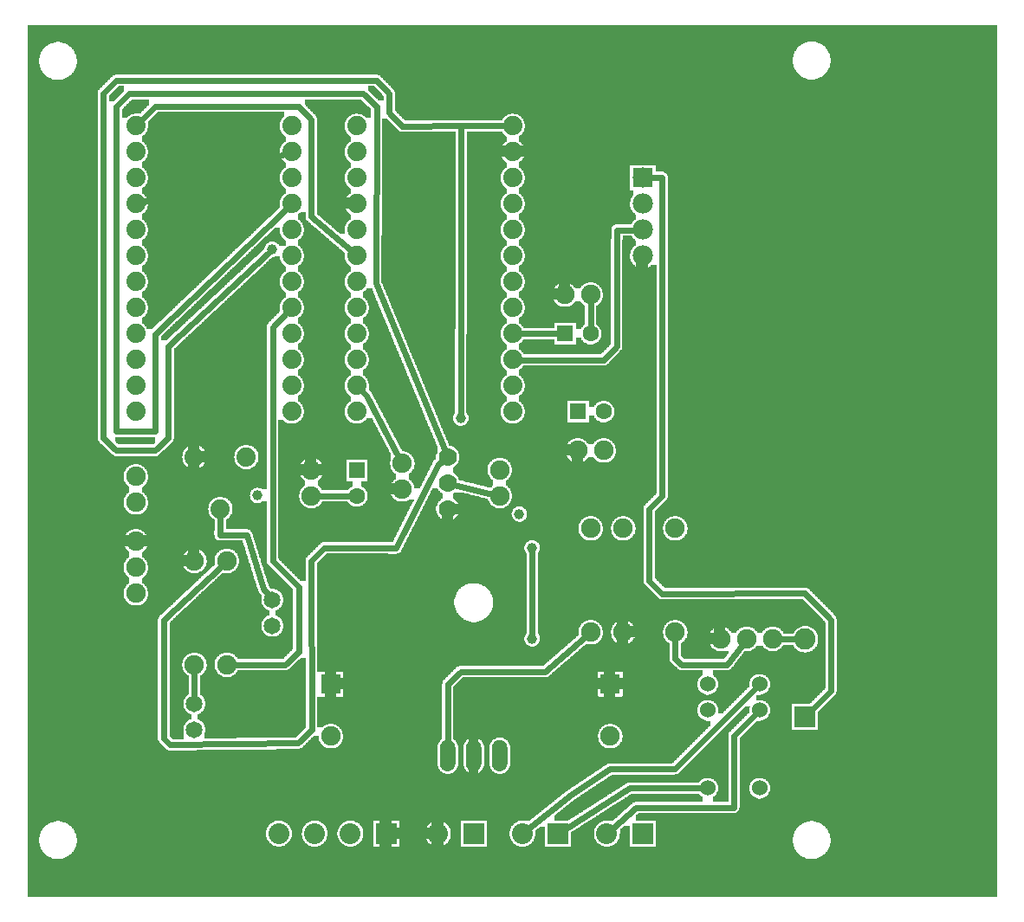
<source format=gtl>
G04 MADE WITH FRITZING*
G04 WWW.FRITZING.ORG*
G04 DOUBLE SIDED*
G04 HOLES PLATED*
G04 CONTOUR ON CENTER OF CONTOUR VECTOR*
%ASAXBY*%
%FSLAX23Y23*%
%MOIN*%
%OFA0B0*%
%SFA1.0B1.0*%
%ADD10C,0.075000*%
%ADD11C,0.074000*%
%ADD12C,0.060000*%
%ADD13C,0.065000*%
%ADD14C,0.080000*%
%ADD15C,0.069444*%
%ADD16C,0.062992*%
%ADD17C,0.082000*%
%ADD18C,0.039370*%
%ADD19C,0.078000*%
%ADD20R,0.075000X0.075000*%
%ADD21R,0.080000X0.080000*%
%ADD22R,0.062992X0.062992*%
%ADD23R,0.082000X0.082000*%
%ADD24R,0.078000X0.078000*%
%ADD25C,0.024000*%
%ADD26R,0.001000X0.001000*%
%LNCOPPER1*%
G90*
G70*
G54D10*
X1206Y2978D03*
X558Y2981D03*
X1401Y2142D03*
X1160Y2531D03*
X2683Y561D03*
X3173Y3332D03*
G54D11*
X1057Y3009D03*
X1057Y2909D03*
X1057Y2809D03*
X1057Y2709D03*
X1057Y2609D03*
X1057Y2509D03*
X1057Y2409D03*
X1057Y2309D03*
X1057Y2209D03*
X1057Y2109D03*
X1057Y2009D03*
X1057Y1909D03*
X457Y1909D03*
X457Y2009D03*
X457Y2109D03*
X457Y2209D03*
X457Y2309D03*
X457Y2409D03*
X457Y2509D03*
X457Y2609D03*
X457Y2709D03*
X457Y2809D03*
X457Y2909D03*
X457Y3009D03*
X1907Y3009D03*
X1907Y2909D03*
X1907Y2809D03*
X1907Y2709D03*
X1907Y2609D03*
X1907Y2509D03*
X1907Y2409D03*
X1907Y2309D03*
X1907Y2209D03*
X1907Y2109D03*
X1907Y2009D03*
X1907Y1909D03*
X1307Y1909D03*
X1307Y2009D03*
X1307Y2109D03*
X1307Y2209D03*
X1307Y2309D03*
X1307Y2409D03*
X1307Y2509D03*
X1307Y2609D03*
X1307Y2709D03*
X1307Y2809D03*
X1307Y2909D03*
X1307Y3009D03*
G54D10*
X2282Y859D03*
X2282Y659D03*
X1207Y859D03*
X1207Y659D03*
G54D12*
X1657Y584D03*
X1757Y584D03*
X1857Y584D03*
X1657Y584D03*
X1757Y584D03*
X1857Y584D03*
G54D10*
X457Y1559D03*
X457Y1659D03*
X807Y1334D03*
X807Y934D03*
G54D13*
X682Y784D03*
X682Y684D03*
X682Y784D03*
X682Y684D03*
G54D10*
X457Y1209D03*
X457Y1309D03*
X457Y1409D03*
G54D11*
X882Y1734D03*
X782Y1534D03*
X682Y1734D03*
X882Y1734D03*
X782Y1534D03*
X682Y1734D03*
G54D10*
X682Y1334D03*
X682Y934D03*
G54D13*
X982Y1084D03*
X982Y1184D03*
X982Y1084D03*
X982Y1184D03*
G54D14*
X1757Y284D03*
X1619Y284D03*
G54D15*
X1657Y1734D03*
X1657Y1633D03*
X1657Y1534D03*
G54D10*
X1857Y1684D03*
X1857Y1584D03*
G54D14*
X2407Y284D03*
X2269Y284D03*
G54D10*
X1482Y1609D03*
X1482Y1709D03*
X2207Y1059D03*
X2207Y1459D03*
X2332Y1459D03*
X2332Y1059D03*
X2207Y2359D03*
X2107Y2359D03*
X1132Y1584D03*
X1132Y1684D03*
G54D16*
X1307Y1682D03*
X1307Y1584D03*
X2108Y2209D03*
X2207Y2209D03*
G54D10*
X2707Y1034D03*
X2807Y1034D03*
X2907Y1034D03*
X2532Y1459D03*
X2532Y1059D03*
G54D17*
X3032Y734D03*
X3032Y1032D03*
G54D14*
X2082Y284D03*
X1944Y284D03*
G54D10*
X2157Y1759D03*
X2257Y1759D03*
G54D16*
X2158Y1909D03*
X2257Y1909D03*
G54D18*
X982Y2534D03*
X1982Y1034D03*
X1982Y1384D03*
X1707Y1884D03*
X1932Y1514D03*
X924Y1586D03*
G54D19*
X2407Y2809D03*
X2407Y2709D03*
X2407Y2609D03*
X2407Y2509D03*
G54D12*
X2857Y459D03*
X2857Y759D03*
X2857Y859D03*
X2657Y859D03*
X2657Y459D03*
X2657Y759D03*
X2857Y459D03*
X2857Y759D03*
X2857Y859D03*
X2657Y859D03*
X2657Y459D03*
X2657Y759D03*
G54D14*
X1420Y284D03*
X1282Y284D03*
X1145Y284D03*
X1007Y284D03*
G54D20*
X2282Y859D03*
X1207Y859D03*
G54D21*
X1757Y284D03*
X2407Y284D03*
G54D22*
X1307Y1682D03*
X2108Y2209D03*
G54D23*
X3032Y733D03*
G54D21*
X2082Y284D03*
G54D22*
X2158Y1909D03*
G54D24*
X2407Y2809D03*
G54D21*
X1420Y284D03*
G54D25*
X1938Y2209D02*
X2082Y2209D01*
D02*
X2207Y2330D02*
X2207Y2235D01*
D02*
X1160Y1584D02*
X1280Y1584D01*
D02*
X781Y1433D02*
X883Y1433D01*
D02*
X782Y1503D02*
X781Y1433D01*
D02*
X883Y1433D02*
X948Y1226D01*
D02*
X948Y1226D02*
X966Y1203D01*
D02*
X2790Y1011D02*
X2731Y934D01*
D02*
X2558Y934D02*
X2532Y958D01*
D02*
X2532Y958D02*
X2532Y1030D01*
D02*
X2731Y934D02*
X2558Y934D01*
D02*
X2935Y1033D02*
X3000Y1032D01*
D02*
X1938Y2108D02*
X2256Y2107D01*
D02*
X2256Y2107D02*
X2306Y2159D01*
D02*
X2306Y2159D02*
X2307Y2608D01*
D02*
X2307Y2608D02*
X2377Y2608D01*
D02*
X1682Y1627D02*
X1829Y1590D01*
D02*
X2032Y908D02*
X1706Y908D01*
D02*
X2185Y1040D02*
X2032Y908D01*
D02*
X1706Y908D02*
X1657Y859D01*
D02*
X1657Y859D02*
X1657Y615D01*
D02*
X682Y808D02*
X682Y905D01*
D02*
X1035Y2286D02*
X983Y2234D01*
D02*
X983Y2234D02*
X983Y1334D01*
D02*
X983Y1334D02*
X1083Y1234D01*
D02*
X1083Y1234D02*
X1083Y983D01*
D02*
X1031Y934D02*
X835Y934D01*
D02*
X1083Y983D02*
X1031Y934D01*
D02*
X532Y3085D02*
X1083Y3085D01*
D02*
X479Y3031D02*
X532Y3085D01*
D02*
X1132Y3033D02*
X1132Y2659D01*
D02*
X1083Y3085D02*
X1132Y3033D01*
D02*
X1132Y2659D02*
X1283Y2529D01*
D02*
X1328Y1986D02*
X1344Y1970D01*
D02*
X1344Y1970D02*
X1469Y1734D01*
D02*
X786Y1314D02*
X564Y1106D01*
D02*
X564Y1106D02*
X564Y650D01*
D02*
X564Y650D02*
X588Y626D01*
D02*
X588Y626D02*
X1082Y632D01*
D02*
X1131Y1334D02*
X1182Y1385D01*
D02*
X1082Y632D02*
X1133Y683D01*
D02*
X1133Y683D02*
X1131Y1334D01*
D02*
X1182Y1385D02*
X1458Y1383D01*
D02*
X1458Y1383D02*
X1620Y1706D01*
D02*
X1620Y1706D02*
X1636Y1718D01*
D02*
X1034Y2687D02*
X531Y2208D01*
D02*
X531Y2208D02*
X531Y1833D01*
D02*
X531Y1833D02*
X382Y1833D01*
D02*
X382Y1833D02*
X382Y3083D01*
D02*
X382Y3083D02*
X432Y3133D01*
D02*
X432Y3133D02*
X1331Y3133D01*
D02*
X1331Y3133D02*
X1383Y3083D01*
D02*
X1383Y3083D02*
X1380Y2402D01*
D02*
X1380Y2402D02*
X1647Y1758D01*
D02*
X2437Y2809D02*
X2482Y2809D01*
D02*
X2432Y1258D02*
X2482Y1208D01*
D02*
X2482Y1208D02*
X3032Y1209D01*
D02*
X3131Y1108D02*
X3131Y833D01*
D02*
X2432Y1534D02*
X2432Y1258D01*
D02*
X2482Y2809D02*
X2481Y1583D01*
D02*
X3032Y1209D02*
X3131Y1108D01*
D02*
X3131Y833D02*
X3055Y756D01*
D02*
X2481Y1583D02*
X2432Y1534D01*
D02*
X1876Y3009D02*
X1707Y3009D01*
D02*
X1707Y3009D02*
X1707Y1902D01*
D02*
X1982Y1365D02*
X1982Y1052D01*
D02*
X582Y1808D02*
X531Y1759D01*
D02*
X582Y2160D02*
X582Y1808D01*
D02*
X968Y2521D02*
X582Y2160D01*
D02*
X531Y1759D02*
X382Y1759D01*
D02*
X382Y1759D02*
X331Y1808D01*
D02*
X331Y1808D02*
X331Y3133D01*
D02*
X382Y3184D02*
X1383Y3184D01*
D02*
X331Y3133D02*
X382Y3184D01*
D02*
X1482Y3008D02*
X1707Y3009D01*
D02*
X1432Y3133D02*
X1432Y3059D01*
D02*
X1432Y3059D02*
X1482Y3008D01*
D02*
X1383Y3184D02*
X1432Y3133D01*
D02*
X1027Y2899D02*
X486Y2718D01*
D02*
X2757Y759D02*
X2835Y837D01*
D02*
X2282Y533D02*
X2531Y533D01*
D02*
X2531Y533D02*
X2757Y759D01*
D02*
X2132Y433D02*
X2282Y533D01*
D02*
X1968Y303D02*
X2132Y433D01*
D02*
X2357Y459D02*
X2626Y459D01*
D02*
X2108Y300D02*
X2357Y459D01*
D02*
X2382Y384D02*
X2757Y384D01*
D02*
X2757Y659D02*
X2835Y737D01*
D02*
X2757Y384D02*
X2757Y659D01*
D02*
X2292Y304D02*
X2382Y384D01*
G36*
X390Y3162D02*
X390Y3160D01*
X388Y3160D01*
X388Y3158D01*
X386Y3158D01*
X386Y3156D01*
X384Y3156D01*
X384Y3154D01*
X382Y3154D01*
X382Y3152D01*
X380Y3152D01*
X380Y3150D01*
X378Y3150D01*
X378Y3148D01*
X376Y3148D01*
X376Y3146D01*
X374Y3146D01*
X374Y3144D01*
X372Y3144D01*
X372Y3142D01*
X370Y3142D01*
X370Y3140D01*
X368Y3140D01*
X368Y3138D01*
X366Y3138D01*
X366Y3136D01*
X364Y3136D01*
X364Y3134D01*
X362Y3134D01*
X362Y3132D01*
X360Y3132D01*
X360Y3130D01*
X358Y3130D01*
X358Y3128D01*
X356Y3128D01*
X356Y3126D01*
X354Y3126D01*
X354Y3104D01*
X374Y3104D01*
X374Y3106D01*
X376Y3106D01*
X376Y3108D01*
X378Y3108D01*
X378Y3110D01*
X380Y3110D01*
X380Y3112D01*
X382Y3112D01*
X382Y3114D01*
X384Y3114D01*
X384Y3116D01*
X386Y3116D01*
X386Y3118D01*
X388Y3118D01*
X388Y3120D01*
X390Y3120D01*
X390Y3122D01*
X392Y3122D01*
X392Y3124D01*
X394Y3124D01*
X394Y3126D01*
X396Y3126D01*
X396Y3128D01*
X398Y3128D01*
X398Y3130D01*
X400Y3130D01*
X400Y3132D01*
X402Y3132D01*
X402Y3134D01*
X404Y3134D01*
X404Y3136D01*
X406Y3136D01*
X406Y3138D01*
X408Y3138D01*
X408Y3140D01*
X410Y3140D01*
X410Y3142D01*
X412Y3142D01*
X412Y3162D01*
X390Y3162D01*
G37*
D02*
G36*
X1352Y3162D02*
X1352Y3142D01*
X1354Y3142D01*
X1354Y3140D01*
X1356Y3140D01*
X1356Y3138D01*
X1358Y3138D01*
X1358Y3136D01*
X1360Y3136D01*
X1360Y3134D01*
X1362Y3134D01*
X1362Y3132D01*
X1364Y3132D01*
X1364Y3130D01*
X1366Y3130D01*
X1366Y3128D01*
X1368Y3128D01*
X1368Y3126D01*
X1370Y3126D01*
X1370Y3124D01*
X1372Y3124D01*
X1372Y3122D01*
X1374Y3122D01*
X1374Y3120D01*
X1378Y3120D01*
X1378Y3118D01*
X1380Y3118D01*
X1380Y3116D01*
X1382Y3116D01*
X1382Y3114D01*
X1384Y3114D01*
X1384Y3112D01*
X1386Y3112D01*
X1386Y3110D01*
X1388Y3110D01*
X1388Y3108D01*
X1390Y3108D01*
X1390Y3106D01*
X1410Y3106D01*
X1410Y3124D01*
X1408Y3124D01*
X1408Y3126D01*
X1406Y3126D01*
X1406Y3128D01*
X1404Y3128D01*
X1404Y3132D01*
X1402Y3132D01*
X1402Y3134D01*
X1400Y3134D01*
X1400Y3136D01*
X1398Y3136D01*
X1398Y3138D01*
X1396Y3138D01*
X1396Y3140D01*
X1394Y3140D01*
X1394Y3142D01*
X1392Y3142D01*
X1392Y3144D01*
X1390Y3144D01*
X1390Y3146D01*
X1388Y3146D01*
X1388Y3148D01*
X1386Y3148D01*
X1386Y3150D01*
X1384Y3150D01*
X1384Y3152D01*
X1382Y3152D01*
X1382Y3154D01*
X1380Y3154D01*
X1380Y3156D01*
X1378Y3156D01*
X1378Y3158D01*
X1376Y3158D01*
X1376Y3160D01*
X1374Y3160D01*
X1374Y3162D01*
X1352Y3162D01*
G37*
D02*
G36*
X440Y3110D02*
X440Y3108D01*
X438Y3108D01*
X438Y3106D01*
X436Y3106D01*
X436Y3104D01*
X434Y3104D01*
X434Y3102D01*
X432Y3102D01*
X432Y3100D01*
X430Y3100D01*
X430Y3098D01*
X428Y3098D01*
X428Y3096D01*
X426Y3096D01*
X426Y3094D01*
X424Y3094D01*
X424Y3092D01*
X422Y3092D01*
X422Y3090D01*
X420Y3090D01*
X420Y3088D01*
X418Y3088D01*
X418Y3086D01*
X416Y3086D01*
X416Y3084D01*
X414Y3084D01*
X414Y3082D01*
X412Y3082D01*
X412Y3080D01*
X410Y3080D01*
X410Y3078D01*
X408Y3078D01*
X408Y3076D01*
X406Y3076D01*
X406Y3074D01*
X404Y3074D01*
X404Y3040D01*
X424Y3040D01*
X424Y3042D01*
X426Y3042D01*
X426Y3044D01*
X428Y3044D01*
X428Y3046D01*
X430Y3046D01*
X430Y3048D01*
X434Y3048D01*
X434Y3050D01*
X438Y3050D01*
X438Y3052D01*
X442Y3052D01*
X442Y3054D01*
X452Y3054D01*
X452Y3056D01*
X474Y3056D01*
X474Y3058D01*
X476Y3058D01*
X476Y3060D01*
X478Y3060D01*
X478Y3062D01*
X480Y3062D01*
X480Y3064D01*
X482Y3064D01*
X482Y3066D01*
X484Y3066D01*
X484Y3068D01*
X486Y3068D01*
X486Y3070D01*
X488Y3070D01*
X488Y3072D01*
X490Y3072D01*
X490Y3074D01*
X492Y3074D01*
X492Y3076D01*
X494Y3076D01*
X494Y3078D01*
X496Y3078D01*
X496Y3080D01*
X498Y3080D01*
X498Y3082D01*
X500Y3082D01*
X500Y3084D01*
X502Y3084D01*
X502Y3086D01*
X504Y3086D01*
X504Y3088D01*
X506Y3088D01*
X506Y3090D01*
X508Y3090D01*
X508Y3110D01*
X440Y3110D01*
G37*
D02*
G36*
X1108Y3110D02*
X1108Y3090D01*
X1110Y3090D01*
X1110Y3086D01*
X1112Y3086D01*
X1112Y3084D01*
X1114Y3084D01*
X1114Y3082D01*
X1116Y3082D01*
X1116Y3080D01*
X1118Y3080D01*
X1118Y3078D01*
X1120Y3078D01*
X1120Y3076D01*
X1122Y3076D01*
X1122Y3074D01*
X1124Y3074D01*
X1124Y3072D01*
X1126Y3072D01*
X1126Y3070D01*
X1128Y3070D01*
X1128Y3068D01*
X1130Y3068D01*
X1130Y3066D01*
X1132Y3066D01*
X1132Y3064D01*
X1134Y3064D01*
X1134Y3062D01*
X1136Y3062D01*
X1136Y3060D01*
X1138Y3060D01*
X1138Y3058D01*
X1140Y3058D01*
X1140Y3056D01*
X1312Y3056D01*
X1312Y3054D01*
X1320Y3054D01*
X1320Y3052D01*
X1326Y3052D01*
X1326Y3050D01*
X1330Y3050D01*
X1330Y3048D01*
X1334Y3048D01*
X1334Y3046D01*
X1336Y3046D01*
X1336Y3044D01*
X1338Y3044D01*
X1338Y3042D01*
X1340Y3042D01*
X1340Y3040D01*
X1360Y3040D01*
X1360Y3076D01*
X1358Y3076D01*
X1358Y3078D01*
X1356Y3078D01*
X1356Y3080D01*
X1354Y3080D01*
X1354Y3082D01*
X1352Y3082D01*
X1352Y3084D01*
X1348Y3084D01*
X1348Y3086D01*
X1346Y3086D01*
X1346Y3088D01*
X1344Y3088D01*
X1344Y3090D01*
X1342Y3090D01*
X1342Y3092D01*
X1340Y3092D01*
X1340Y3094D01*
X1338Y3094D01*
X1338Y3096D01*
X1336Y3096D01*
X1336Y3098D01*
X1334Y3098D01*
X1334Y3100D01*
X1332Y3100D01*
X1332Y3102D01*
X1330Y3102D01*
X1330Y3104D01*
X1328Y3104D01*
X1328Y3106D01*
X1326Y3106D01*
X1326Y3108D01*
X1324Y3108D01*
X1324Y3110D01*
X1108Y3110D01*
G37*
D02*
G36*
X1142Y3056D02*
X1142Y3054D01*
X1144Y3054D01*
X1144Y3052D01*
X1146Y3052D01*
X1146Y3050D01*
X1148Y3050D01*
X1148Y3046D01*
X1150Y3046D01*
X1150Y3044D01*
X1152Y3044D01*
X1152Y3040D01*
X1154Y3040D01*
X1154Y2668D01*
X1156Y2668D01*
X1156Y2666D01*
X1158Y2666D01*
X1158Y2664D01*
X1160Y2664D01*
X1160Y2662D01*
X1164Y2662D01*
X1164Y2660D01*
X1166Y2660D01*
X1166Y2658D01*
X1168Y2658D01*
X1168Y2656D01*
X1170Y2656D01*
X1170Y2654D01*
X1172Y2654D01*
X1172Y2652D01*
X1174Y2652D01*
X1174Y2650D01*
X1178Y2650D01*
X1178Y2648D01*
X1180Y2648D01*
X1180Y2646D01*
X1182Y2646D01*
X1182Y2644D01*
X1184Y2644D01*
X1184Y2642D01*
X1186Y2642D01*
X1186Y2640D01*
X1188Y2640D01*
X1188Y2638D01*
X1192Y2638D01*
X1192Y2636D01*
X1194Y2636D01*
X1194Y2634D01*
X1196Y2634D01*
X1196Y2632D01*
X1198Y2632D01*
X1198Y2630D01*
X1200Y2630D01*
X1200Y2628D01*
X1202Y2628D01*
X1202Y2626D01*
X1206Y2626D01*
X1206Y2624D01*
X1208Y2624D01*
X1208Y2622D01*
X1210Y2622D01*
X1210Y2620D01*
X1212Y2620D01*
X1212Y2618D01*
X1214Y2618D01*
X1214Y2616D01*
X1216Y2616D01*
X1216Y2614D01*
X1220Y2614D01*
X1220Y2612D01*
X1222Y2612D01*
X1222Y2610D01*
X1224Y2610D01*
X1224Y2608D01*
X1226Y2608D01*
X1226Y2606D01*
X1228Y2606D01*
X1228Y2604D01*
X1230Y2604D01*
X1230Y2602D01*
X1232Y2602D01*
X1232Y2600D01*
X1236Y2600D01*
X1236Y2598D01*
X1238Y2598D01*
X1238Y2596D01*
X1240Y2596D01*
X1240Y2594D01*
X1242Y2594D01*
X1242Y2592D01*
X1262Y2592D01*
X1262Y2598D01*
X1260Y2598D01*
X1260Y2618D01*
X1262Y2618D01*
X1262Y2624D01*
X1264Y2624D01*
X1264Y2630D01*
X1266Y2630D01*
X1266Y2632D01*
X1268Y2632D01*
X1268Y2636D01*
X1270Y2636D01*
X1270Y2638D01*
X1272Y2638D01*
X1272Y2640D01*
X1274Y2640D01*
X1274Y2642D01*
X1276Y2642D01*
X1276Y2644D01*
X1278Y2644D01*
X1278Y2646D01*
X1280Y2646D01*
X1280Y2648D01*
X1284Y2648D01*
X1284Y2668D01*
X1282Y2668D01*
X1282Y2670D01*
X1278Y2670D01*
X1278Y2672D01*
X1276Y2672D01*
X1276Y2674D01*
X1274Y2674D01*
X1274Y2676D01*
X1272Y2676D01*
X1272Y2678D01*
X1270Y2678D01*
X1270Y2680D01*
X1268Y2680D01*
X1268Y2684D01*
X1266Y2684D01*
X1266Y2688D01*
X1264Y2688D01*
X1264Y2692D01*
X1262Y2692D01*
X1262Y2698D01*
X1260Y2698D01*
X1260Y2718D01*
X1262Y2718D01*
X1262Y2724D01*
X1264Y2724D01*
X1264Y2730D01*
X1266Y2730D01*
X1266Y2732D01*
X1268Y2732D01*
X1268Y2736D01*
X1270Y2736D01*
X1270Y2738D01*
X1272Y2738D01*
X1272Y2740D01*
X1274Y2740D01*
X1274Y2742D01*
X1276Y2742D01*
X1276Y2744D01*
X1278Y2744D01*
X1278Y2746D01*
X1280Y2746D01*
X1280Y2748D01*
X1284Y2748D01*
X1284Y2768D01*
X1282Y2768D01*
X1282Y2770D01*
X1278Y2770D01*
X1278Y2772D01*
X1276Y2772D01*
X1276Y2774D01*
X1274Y2774D01*
X1274Y2776D01*
X1272Y2776D01*
X1272Y2778D01*
X1270Y2778D01*
X1270Y2780D01*
X1268Y2780D01*
X1268Y2784D01*
X1266Y2784D01*
X1266Y2788D01*
X1264Y2788D01*
X1264Y2792D01*
X1262Y2792D01*
X1262Y2798D01*
X1260Y2798D01*
X1260Y2818D01*
X1262Y2818D01*
X1262Y2824D01*
X1264Y2824D01*
X1264Y2830D01*
X1266Y2830D01*
X1266Y2832D01*
X1268Y2832D01*
X1268Y2836D01*
X1270Y2836D01*
X1270Y2838D01*
X1272Y2838D01*
X1272Y2840D01*
X1274Y2840D01*
X1274Y2842D01*
X1276Y2842D01*
X1276Y2844D01*
X1278Y2844D01*
X1278Y2846D01*
X1280Y2846D01*
X1280Y2848D01*
X1284Y2848D01*
X1284Y2868D01*
X1282Y2868D01*
X1282Y2870D01*
X1278Y2870D01*
X1278Y2872D01*
X1276Y2872D01*
X1276Y2874D01*
X1274Y2874D01*
X1274Y2876D01*
X1272Y2876D01*
X1272Y2878D01*
X1270Y2878D01*
X1270Y2880D01*
X1268Y2880D01*
X1268Y2884D01*
X1266Y2884D01*
X1266Y2888D01*
X1264Y2888D01*
X1264Y2892D01*
X1262Y2892D01*
X1262Y2898D01*
X1260Y2898D01*
X1260Y2918D01*
X1262Y2918D01*
X1262Y2924D01*
X1264Y2924D01*
X1264Y2930D01*
X1266Y2930D01*
X1266Y2932D01*
X1268Y2932D01*
X1268Y2936D01*
X1270Y2936D01*
X1270Y2938D01*
X1272Y2938D01*
X1272Y2940D01*
X1274Y2940D01*
X1274Y2942D01*
X1276Y2942D01*
X1276Y2944D01*
X1278Y2944D01*
X1278Y2946D01*
X1280Y2946D01*
X1280Y2948D01*
X1284Y2948D01*
X1284Y2968D01*
X1282Y2968D01*
X1282Y2970D01*
X1278Y2970D01*
X1278Y2972D01*
X1276Y2972D01*
X1276Y2974D01*
X1274Y2974D01*
X1274Y2976D01*
X1272Y2976D01*
X1272Y2978D01*
X1270Y2978D01*
X1270Y2980D01*
X1268Y2980D01*
X1268Y2984D01*
X1266Y2984D01*
X1266Y2988D01*
X1264Y2988D01*
X1264Y2992D01*
X1262Y2992D01*
X1262Y2998D01*
X1260Y2998D01*
X1260Y3018D01*
X1262Y3018D01*
X1262Y3024D01*
X1264Y3024D01*
X1264Y3030D01*
X1266Y3030D01*
X1266Y3032D01*
X1268Y3032D01*
X1268Y3036D01*
X1270Y3036D01*
X1270Y3038D01*
X1272Y3038D01*
X1272Y3040D01*
X1274Y3040D01*
X1274Y3042D01*
X1276Y3042D01*
X1276Y3044D01*
X1278Y3044D01*
X1278Y3046D01*
X1280Y3046D01*
X1280Y3048D01*
X1284Y3048D01*
X1284Y3050D01*
X1288Y3050D01*
X1288Y3052D01*
X1292Y3052D01*
X1292Y3054D01*
X1302Y3054D01*
X1302Y3056D01*
X1142Y3056D01*
G37*
D02*
G36*
X540Y3062D02*
X540Y3060D01*
X538Y3060D01*
X538Y3058D01*
X536Y3058D01*
X536Y3056D01*
X534Y3056D01*
X534Y3054D01*
X532Y3054D01*
X532Y3052D01*
X530Y3052D01*
X530Y3050D01*
X528Y3050D01*
X528Y3048D01*
X526Y3048D01*
X526Y3046D01*
X524Y3046D01*
X524Y3044D01*
X522Y3044D01*
X522Y3042D01*
X520Y3042D01*
X520Y3040D01*
X518Y3040D01*
X518Y3038D01*
X516Y3038D01*
X516Y3036D01*
X514Y3036D01*
X514Y3034D01*
X512Y3034D01*
X512Y3032D01*
X510Y3032D01*
X510Y3030D01*
X508Y3030D01*
X508Y3028D01*
X506Y3028D01*
X506Y3026D01*
X504Y3026D01*
X504Y3000D01*
X502Y3000D01*
X502Y2992D01*
X500Y2992D01*
X500Y2988D01*
X498Y2988D01*
X498Y2984D01*
X496Y2984D01*
X496Y2982D01*
X494Y2982D01*
X494Y2978D01*
X492Y2978D01*
X492Y2976D01*
X490Y2976D01*
X490Y2974D01*
X488Y2974D01*
X488Y2972D01*
X484Y2972D01*
X484Y2970D01*
X482Y2970D01*
X482Y2968D01*
X480Y2968D01*
X480Y2948D01*
X484Y2948D01*
X484Y2946D01*
X486Y2946D01*
X486Y2944D01*
X488Y2944D01*
X488Y2942D01*
X490Y2942D01*
X490Y2940D01*
X492Y2940D01*
X492Y2938D01*
X494Y2938D01*
X494Y2936D01*
X496Y2936D01*
X496Y2932D01*
X498Y2932D01*
X498Y2928D01*
X500Y2928D01*
X500Y2924D01*
X502Y2924D01*
X502Y2916D01*
X504Y2916D01*
X504Y2900D01*
X502Y2900D01*
X502Y2892D01*
X500Y2892D01*
X500Y2888D01*
X498Y2888D01*
X498Y2884D01*
X496Y2884D01*
X496Y2882D01*
X494Y2882D01*
X494Y2878D01*
X492Y2878D01*
X492Y2876D01*
X490Y2876D01*
X490Y2874D01*
X488Y2874D01*
X488Y2872D01*
X484Y2872D01*
X484Y2870D01*
X482Y2870D01*
X482Y2868D01*
X480Y2868D01*
X480Y2848D01*
X484Y2848D01*
X484Y2846D01*
X486Y2846D01*
X486Y2844D01*
X488Y2844D01*
X488Y2842D01*
X490Y2842D01*
X490Y2840D01*
X492Y2840D01*
X492Y2838D01*
X494Y2838D01*
X494Y2836D01*
X496Y2836D01*
X496Y2832D01*
X498Y2832D01*
X498Y2828D01*
X500Y2828D01*
X500Y2824D01*
X502Y2824D01*
X502Y2816D01*
X504Y2816D01*
X504Y2800D01*
X502Y2800D01*
X502Y2792D01*
X500Y2792D01*
X500Y2788D01*
X498Y2788D01*
X498Y2784D01*
X496Y2784D01*
X496Y2782D01*
X494Y2782D01*
X494Y2778D01*
X492Y2778D01*
X492Y2776D01*
X490Y2776D01*
X490Y2774D01*
X488Y2774D01*
X488Y2772D01*
X484Y2772D01*
X484Y2770D01*
X482Y2770D01*
X482Y2768D01*
X480Y2768D01*
X480Y2748D01*
X484Y2748D01*
X484Y2746D01*
X486Y2746D01*
X486Y2744D01*
X488Y2744D01*
X488Y2742D01*
X490Y2742D01*
X490Y2740D01*
X492Y2740D01*
X492Y2738D01*
X494Y2738D01*
X494Y2736D01*
X496Y2736D01*
X496Y2732D01*
X498Y2732D01*
X498Y2728D01*
X500Y2728D01*
X500Y2724D01*
X502Y2724D01*
X502Y2716D01*
X504Y2716D01*
X504Y2700D01*
X502Y2700D01*
X502Y2692D01*
X500Y2692D01*
X500Y2688D01*
X498Y2688D01*
X498Y2684D01*
X496Y2684D01*
X496Y2682D01*
X494Y2682D01*
X494Y2678D01*
X492Y2678D01*
X492Y2676D01*
X490Y2676D01*
X490Y2674D01*
X488Y2674D01*
X488Y2672D01*
X484Y2672D01*
X484Y2670D01*
X482Y2670D01*
X482Y2668D01*
X480Y2668D01*
X480Y2648D01*
X484Y2648D01*
X484Y2646D01*
X486Y2646D01*
X486Y2644D01*
X488Y2644D01*
X488Y2642D01*
X490Y2642D01*
X490Y2640D01*
X492Y2640D01*
X492Y2638D01*
X494Y2638D01*
X494Y2636D01*
X496Y2636D01*
X496Y2632D01*
X498Y2632D01*
X498Y2628D01*
X500Y2628D01*
X500Y2624D01*
X502Y2624D01*
X502Y2616D01*
X504Y2616D01*
X504Y2600D01*
X502Y2600D01*
X502Y2592D01*
X500Y2592D01*
X500Y2588D01*
X498Y2588D01*
X498Y2584D01*
X496Y2584D01*
X496Y2582D01*
X494Y2582D01*
X494Y2578D01*
X492Y2578D01*
X492Y2576D01*
X490Y2576D01*
X490Y2574D01*
X488Y2574D01*
X488Y2572D01*
X484Y2572D01*
X484Y2570D01*
X482Y2570D01*
X482Y2568D01*
X480Y2568D01*
X480Y2548D01*
X484Y2548D01*
X484Y2546D01*
X486Y2546D01*
X486Y2544D01*
X488Y2544D01*
X488Y2542D01*
X490Y2542D01*
X490Y2540D01*
X492Y2540D01*
X492Y2538D01*
X494Y2538D01*
X494Y2536D01*
X496Y2536D01*
X496Y2532D01*
X498Y2532D01*
X498Y2528D01*
X500Y2528D01*
X500Y2524D01*
X502Y2524D01*
X502Y2516D01*
X504Y2516D01*
X504Y2500D01*
X502Y2500D01*
X502Y2492D01*
X500Y2492D01*
X500Y2488D01*
X498Y2488D01*
X498Y2484D01*
X496Y2484D01*
X496Y2482D01*
X494Y2482D01*
X494Y2478D01*
X492Y2478D01*
X492Y2476D01*
X490Y2476D01*
X490Y2474D01*
X488Y2474D01*
X488Y2472D01*
X484Y2472D01*
X484Y2470D01*
X482Y2470D01*
X482Y2468D01*
X480Y2468D01*
X480Y2448D01*
X484Y2448D01*
X484Y2446D01*
X486Y2446D01*
X486Y2444D01*
X488Y2444D01*
X488Y2442D01*
X490Y2442D01*
X490Y2440D01*
X492Y2440D01*
X492Y2438D01*
X494Y2438D01*
X494Y2436D01*
X496Y2436D01*
X496Y2432D01*
X498Y2432D01*
X498Y2428D01*
X500Y2428D01*
X500Y2424D01*
X502Y2424D01*
X502Y2416D01*
X504Y2416D01*
X504Y2400D01*
X502Y2400D01*
X502Y2392D01*
X500Y2392D01*
X500Y2388D01*
X498Y2388D01*
X498Y2384D01*
X496Y2384D01*
X496Y2382D01*
X494Y2382D01*
X494Y2378D01*
X492Y2378D01*
X492Y2376D01*
X490Y2376D01*
X490Y2374D01*
X488Y2374D01*
X488Y2372D01*
X484Y2372D01*
X484Y2370D01*
X482Y2370D01*
X482Y2368D01*
X480Y2368D01*
X480Y2348D01*
X484Y2348D01*
X484Y2346D01*
X486Y2346D01*
X486Y2344D01*
X488Y2344D01*
X488Y2342D01*
X490Y2342D01*
X490Y2340D01*
X492Y2340D01*
X492Y2338D01*
X494Y2338D01*
X494Y2336D01*
X496Y2336D01*
X496Y2332D01*
X498Y2332D01*
X498Y2328D01*
X500Y2328D01*
X500Y2324D01*
X502Y2324D01*
X502Y2316D01*
X504Y2316D01*
X504Y2300D01*
X502Y2300D01*
X502Y2292D01*
X500Y2292D01*
X500Y2288D01*
X498Y2288D01*
X498Y2284D01*
X496Y2284D01*
X496Y2282D01*
X494Y2282D01*
X494Y2278D01*
X492Y2278D01*
X492Y2276D01*
X490Y2276D01*
X490Y2274D01*
X488Y2274D01*
X488Y2272D01*
X484Y2272D01*
X484Y2270D01*
X482Y2270D01*
X482Y2268D01*
X480Y2268D01*
X480Y2248D01*
X484Y2248D01*
X484Y2246D01*
X486Y2246D01*
X486Y2244D01*
X488Y2244D01*
X488Y2242D01*
X490Y2242D01*
X490Y2240D01*
X492Y2240D01*
X492Y2238D01*
X494Y2238D01*
X494Y2236D01*
X496Y2236D01*
X496Y2232D01*
X498Y2232D01*
X498Y2228D01*
X500Y2228D01*
X500Y2226D01*
X520Y2226D01*
X520Y2228D01*
X522Y2228D01*
X522Y2230D01*
X524Y2230D01*
X524Y2232D01*
X526Y2232D01*
X526Y2234D01*
X528Y2234D01*
X528Y2236D01*
X530Y2236D01*
X530Y2238D01*
X532Y2238D01*
X532Y2240D01*
X534Y2240D01*
X534Y2242D01*
X536Y2242D01*
X536Y2244D01*
X538Y2244D01*
X538Y2246D01*
X540Y2246D01*
X540Y2248D01*
X542Y2248D01*
X542Y2250D01*
X544Y2250D01*
X544Y2252D01*
X546Y2252D01*
X546Y2254D01*
X548Y2254D01*
X548Y2256D01*
X552Y2256D01*
X552Y2258D01*
X554Y2258D01*
X554Y2260D01*
X556Y2260D01*
X556Y2262D01*
X558Y2262D01*
X558Y2264D01*
X560Y2264D01*
X560Y2266D01*
X562Y2266D01*
X562Y2268D01*
X564Y2268D01*
X564Y2270D01*
X566Y2270D01*
X566Y2272D01*
X568Y2272D01*
X568Y2274D01*
X570Y2274D01*
X570Y2276D01*
X572Y2276D01*
X572Y2278D01*
X574Y2278D01*
X574Y2280D01*
X576Y2280D01*
X576Y2282D01*
X578Y2282D01*
X578Y2284D01*
X580Y2284D01*
X580Y2286D01*
X582Y2286D01*
X582Y2288D01*
X584Y2288D01*
X584Y2290D01*
X586Y2290D01*
X586Y2292D01*
X588Y2292D01*
X588Y2294D01*
X590Y2294D01*
X590Y2296D01*
X594Y2296D01*
X594Y2298D01*
X596Y2298D01*
X596Y2300D01*
X598Y2300D01*
X598Y2302D01*
X600Y2302D01*
X600Y2304D01*
X602Y2304D01*
X602Y2306D01*
X604Y2306D01*
X604Y2308D01*
X606Y2308D01*
X606Y2310D01*
X608Y2310D01*
X608Y2312D01*
X610Y2312D01*
X610Y2314D01*
X612Y2314D01*
X612Y2316D01*
X614Y2316D01*
X614Y2318D01*
X616Y2318D01*
X616Y2320D01*
X618Y2320D01*
X618Y2322D01*
X620Y2322D01*
X620Y2324D01*
X622Y2324D01*
X622Y2326D01*
X624Y2326D01*
X624Y2328D01*
X626Y2328D01*
X626Y2330D01*
X628Y2330D01*
X628Y2332D01*
X630Y2332D01*
X630Y2334D01*
X632Y2334D01*
X632Y2336D01*
X636Y2336D01*
X636Y2338D01*
X638Y2338D01*
X638Y2340D01*
X640Y2340D01*
X640Y2342D01*
X642Y2342D01*
X642Y2344D01*
X644Y2344D01*
X644Y2346D01*
X646Y2346D01*
X646Y2348D01*
X648Y2348D01*
X648Y2350D01*
X650Y2350D01*
X650Y2352D01*
X652Y2352D01*
X652Y2354D01*
X654Y2354D01*
X654Y2356D01*
X656Y2356D01*
X656Y2358D01*
X658Y2358D01*
X658Y2360D01*
X660Y2360D01*
X660Y2362D01*
X662Y2362D01*
X662Y2364D01*
X664Y2364D01*
X664Y2366D01*
X666Y2366D01*
X666Y2368D01*
X668Y2368D01*
X668Y2370D01*
X670Y2370D01*
X670Y2372D01*
X672Y2372D01*
X672Y2374D01*
X674Y2374D01*
X674Y2376D01*
X676Y2376D01*
X676Y2378D01*
X680Y2378D01*
X680Y2380D01*
X682Y2380D01*
X682Y2382D01*
X684Y2382D01*
X684Y2384D01*
X686Y2384D01*
X686Y2386D01*
X688Y2386D01*
X688Y2388D01*
X690Y2388D01*
X690Y2390D01*
X692Y2390D01*
X692Y2392D01*
X694Y2392D01*
X694Y2394D01*
X696Y2394D01*
X696Y2396D01*
X698Y2396D01*
X698Y2398D01*
X700Y2398D01*
X700Y2400D01*
X702Y2400D01*
X702Y2402D01*
X704Y2402D01*
X704Y2404D01*
X706Y2404D01*
X706Y2406D01*
X708Y2406D01*
X708Y2408D01*
X710Y2408D01*
X710Y2410D01*
X712Y2410D01*
X712Y2412D01*
X714Y2412D01*
X714Y2414D01*
X716Y2414D01*
X716Y2416D01*
X718Y2416D01*
X718Y2418D01*
X722Y2418D01*
X722Y2420D01*
X724Y2420D01*
X724Y2422D01*
X726Y2422D01*
X726Y2424D01*
X728Y2424D01*
X728Y2426D01*
X730Y2426D01*
X730Y2428D01*
X732Y2428D01*
X732Y2430D01*
X734Y2430D01*
X734Y2432D01*
X736Y2432D01*
X736Y2434D01*
X738Y2434D01*
X738Y2436D01*
X740Y2436D01*
X740Y2438D01*
X742Y2438D01*
X742Y2440D01*
X744Y2440D01*
X744Y2442D01*
X746Y2442D01*
X746Y2444D01*
X748Y2444D01*
X748Y2446D01*
X750Y2446D01*
X750Y2448D01*
X752Y2448D01*
X752Y2450D01*
X754Y2450D01*
X754Y2452D01*
X756Y2452D01*
X756Y2454D01*
X758Y2454D01*
X758Y2456D01*
X760Y2456D01*
X760Y2458D01*
X764Y2458D01*
X764Y2460D01*
X766Y2460D01*
X766Y2462D01*
X768Y2462D01*
X768Y2464D01*
X770Y2464D01*
X770Y2466D01*
X772Y2466D01*
X772Y2468D01*
X774Y2468D01*
X774Y2470D01*
X776Y2470D01*
X776Y2472D01*
X778Y2472D01*
X778Y2474D01*
X780Y2474D01*
X780Y2476D01*
X782Y2476D01*
X782Y2478D01*
X784Y2478D01*
X784Y2480D01*
X786Y2480D01*
X786Y2482D01*
X788Y2482D01*
X788Y2484D01*
X790Y2484D01*
X790Y2486D01*
X792Y2486D01*
X792Y2488D01*
X794Y2488D01*
X794Y2490D01*
X796Y2490D01*
X796Y2492D01*
X798Y2492D01*
X798Y2494D01*
X800Y2494D01*
X800Y2496D01*
X802Y2496D01*
X802Y2498D01*
X806Y2498D01*
X806Y2500D01*
X808Y2500D01*
X808Y2502D01*
X810Y2502D01*
X810Y2504D01*
X812Y2504D01*
X812Y2506D01*
X814Y2506D01*
X814Y2508D01*
X816Y2508D01*
X816Y2510D01*
X818Y2510D01*
X818Y2512D01*
X820Y2512D01*
X820Y2514D01*
X822Y2514D01*
X822Y2516D01*
X824Y2516D01*
X824Y2518D01*
X826Y2518D01*
X826Y2520D01*
X828Y2520D01*
X828Y2522D01*
X830Y2522D01*
X830Y2524D01*
X832Y2524D01*
X832Y2526D01*
X834Y2526D01*
X834Y2528D01*
X836Y2528D01*
X836Y2530D01*
X838Y2530D01*
X838Y2532D01*
X840Y2532D01*
X840Y2534D01*
X842Y2534D01*
X842Y2536D01*
X844Y2536D01*
X844Y2538D01*
X848Y2538D01*
X848Y2540D01*
X850Y2540D01*
X850Y2542D01*
X852Y2542D01*
X852Y2544D01*
X854Y2544D01*
X854Y2546D01*
X856Y2546D01*
X856Y2548D01*
X858Y2548D01*
X858Y2550D01*
X860Y2550D01*
X860Y2552D01*
X862Y2552D01*
X862Y2554D01*
X864Y2554D01*
X864Y2556D01*
X866Y2556D01*
X866Y2558D01*
X868Y2558D01*
X868Y2560D01*
X870Y2560D01*
X870Y2562D01*
X872Y2562D01*
X872Y2564D01*
X874Y2564D01*
X874Y2566D01*
X876Y2566D01*
X876Y2568D01*
X878Y2568D01*
X878Y2570D01*
X880Y2570D01*
X880Y2572D01*
X882Y2572D01*
X882Y2574D01*
X884Y2574D01*
X884Y2576D01*
X886Y2576D01*
X886Y2578D01*
X890Y2578D01*
X890Y2580D01*
X892Y2580D01*
X892Y2582D01*
X894Y2582D01*
X894Y2584D01*
X896Y2584D01*
X896Y2586D01*
X898Y2586D01*
X898Y2588D01*
X900Y2588D01*
X900Y2590D01*
X902Y2590D01*
X902Y2592D01*
X904Y2592D01*
X904Y2594D01*
X906Y2594D01*
X906Y2596D01*
X908Y2596D01*
X908Y2598D01*
X910Y2598D01*
X910Y2600D01*
X912Y2600D01*
X912Y2602D01*
X914Y2602D01*
X914Y2604D01*
X916Y2604D01*
X916Y2606D01*
X918Y2606D01*
X918Y2608D01*
X920Y2608D01*
X920Y2610D01*
X922Y2610D01*
X922Y2612D01*
X924Y2612D01*
X924Y2614D01*
X926Y2614D01*
X926Y2616D01*
X928Y2616D01*
X928Y2618D01*
X932Y2618D01*
X932Y2620D01*
X934Y2620D01*
X934Y2622D01*
X936Y2622D01*
X936Y2624D01*
X938Y2624D01*
X938Y2626D01*
X940Y2626D01*
X940Y2628D01*
X942Y2628D01*
X942Y2630D01*
X944Y2630D01*
X944Y2632D01*
X946Y2632D01*
X946Y2634D01*
X948Y2634D01*
X948Y2636D01*
X950Y2636D01*
X950Y2638D01*
X952Y2638D01*
X952Y2640D01*
X954Y2640D01*
X954Y2642D01*
X956Y2642D01*
X956Y2644D01*
X958Y2644D01*
X958Y2646D01*
X960Y2646D01*
X960Y2648D01*
X962Y2648D01*
X962Y2650D01*
X964Y2650D01*
X964Y2652D01*
X966Y2652D01*
X966Y2654D01*
X968Y2654D01*
X968Y2656D01*
X970Y2656D01*
X970Y2658D01*
X974Y2658D01*
X974Y2660D01*
X976Y2660D01*
X976Y2662D01*
X978Y2662D01*
X978Y2664D01*
X980Y2664D01*
X980Y2666D01*
X982Y2666D01*
X982Y2668D01*
X984Y2668D01*
X984Y2670D01*
X986Y2670D01*
X986Y2672D01*
X988Y2672D01*
X988Y2674D01*
X990Y2674D01*
X990Y2676D01*
X992Y2676D01*
X992Y2678D01*
X994Y2678D01*
X994Y2680D01*
X996Y2680D01*
X996Y2682D01*
X998Y2682D01*
X998Y2684D01*
X1000Y2684D01*
X1000Y2686D01*
X1002Y2686D01*
X1002Y2688D01*
X1004Y2688D01*
X1004Y2690D01*
X1006Y2690D01*
X1006Y2692D01*
X1008Y2692D01*
X1008Y2694D01*
X1010Y2694D01*
X1010Y2718D01*
X1012Y2718D01*
X1012Y2724D01*
X1014Y2724D01*
X1014Y2730D01*
X1016Y2730D01*
X1016Y2732D01*
X1018Y2732D01*
X1018Y2736D01*
X1020Y2736D01*
X1020Y2738D01*
X1022Y2738D01*
X1022Y2740D01*
X1024Y2740D01*
X1024Y2742D01*
X1026Y2742D01*
X1026Y2744D01*
X1028Y2744D01*
X1028Y2746D01*
X1030Y2746D01*
X1030Y2748D01*
X1034Y2748D01*
X1034Y2768D01*
X1032Y2768D01*
X1032Y2770D01*
X1028Y2770D01*
X1028Y2772D01*
X1026Y2772D01*
X1026Y2774D01*
X1024Y2774D01*
X1024Y2776D01*
X1022Y2776D01*
X1022Y2778D01*
X1020Y2778D01*
X1020Y2780D01*
X1018Y2780D01*
X1018Y2784D01*
X1016Y2784D01*
X1016Y2788D01*
X1014Y2788D01*
X1014Y2792D01*
X1012Y2792D01*
X1012Y2798D01*
X1010Y2798D01*
X1010Y2818D01*
X1012Y2818D01*
X1012Y2824D01*
X1014Y2824D01*
X1014Y2830D01*
X1016Y2830D01*
X1016Y2832D01*
X1018Y2832D01*
X1018Y2836D01*
X1020Y2836D01*
X1020Y2838D01*
X1022Y2838D01*
X1022Y2840D01*
X1024Y2840D01*
X1024Y2842D01*
X1026Y2842D01*
X1026Y2844D01*
X1028Y2844D01*
X1028Y2846D01*
X1030Y2846D01*
X1030Y2848D01*
X1034Y2848D01*
X1034Y2868D01*
X1032Y2868D01*
X1032Y2870D01*
X1028Y2870D01*
X1028Y2872D01*
X1026Y2872D01*
X1026Y2874D01*
X1024Y2874D01*
X1024Y2876D01*
X1022Y2876D01*
X1022Y2878D01*
X1020Y2878D01*
X1020Y2880D01*
X1018Y2880D01*
X1018Y2884D01*
X1016Y2884D01*
X1016Y2888D01*
X1014Y2888D01*
X1014Y2892D01*
X1012Y2892D01*
X1012Y2898D01*
X1010Y2898D01*
X1010Y2918D01*
X1012Y2918D01*
X1012Y2924D01*
X1014Y2924D01*
X1014Y2930D01*
X1016Y2930D01*
X1016Y2932D01*
X1018Y2932D01*
X1018Y2936D01*
X1020Y2936D01*
X1020Y2938D01*
X1022Y2938D01*
X1022Y2940D01*
X1024Y2940D01*
X1024Y2942D01*
X1026Y2942D01*
X1026Y2944D01*
X1028Y2944D01*
X1028Y2946D01*
X1030Y2946D01*
X1030Y2948D01*
X1034Y2948D01*
X1034Y2968D01*
X1032Y2968D01*
X1032Y2970D01*
X1028Y2970D01*
X1028Y2972D01*
X1026Y2972D01*
X1026Y2974D01*
X1024Y2974D01*
X1024Y2976D01*
X1022Y2976D01*
X1022Y2978D01*
X1020Y2978D01*
X1020Y2980D01*
X1018Y2980D01*
X1018Y2984D01*
X1016Y2984D01*
X1016Y2988D01*
X1014Y2988D01*
X1014Y2992D01*
X1012Y2992D01*
X1012Y2998D01*
X1010Y2998D01*
X1010Y3018D01*
X1012Y3018D01*
X1012Y3024D01*
X1014Y3024D01*
X1014Y3030D01*
X1016Y3030D01*
X1016Y3032D01*
X1018Y3032D01*
X1018Y3036D01*
X1020Y3036D01*
X1020Y3038D01*
X1022Y3038D01*
X1022Y3040D01*
X1024Y3040D01*
X1024Y3042D01*
X1026Y3042D01*
X1026Y3062D01*
X540Y3062D01*
G37*
D02*
G36*
X990Y2616D02*
X990Y2614D01*
X988Y2614D01*
X988Y2612D01*
X986Y2612D01*
X986Y2610D01*
X984Y2610D01*
X984Y2608D01*
X982Y2608D01*
X982Y2606D01*
X980Y2606D01*
X980Y2604D01*
X978Y2604D01*
X978Y2602D01*
X976Y2602D01*
X976Y2600D01*
X974Y2600D01*
X974Y2598D01*
X972Y2598D01*
X972Y2596D01*
X970Y2596D01*
X970Y2594D01*
X968Y2594D01*
X968Y2592D01*
X966Y2592D01*
X966Y2590D01*
X964Y2590D01*
X964Y2588D01*
X962Y2588D01*
X962Y2586D01*
X960Y2586D01*
X960Y2584D01*
X958Y2584D01*
X958Y2582D01*
X954Y2582D01*
X954Y2580D01*
X952Y2580D01*
X952Y2578D01*
X950Y2578D01*
X950Y2576D01*
X948Y2576D01*
X948Y2574D01*
X946Y2574D01*
X946Y2572D01*
X944Y2572D01*
X944Y2570D01*
X942Y2570D01*
X942Y2568D01*
X940Y2568D01*
X940Y2566D01*
X938Y2566D01*
X938Y2564D01*
X984Y2564D01*
X984Y2562D01*
X992Y2562D01*
X992Y2560D01*
X996Y2560D01*
X996Y2558D01*
X1000Y2558D01*
X1000Y2556D01*
X1002Y2556D01*
X1002Y2554D01*
X1004Y2554D01*
X1004Y2552D01*
X1006Y2552D01*
X1006Y2548D01*
X1008Y2548D01*
X1008Y2546D01*
X1030Y2546D01*
X1030Y2548D01*
X1034Y2548D01*
X1034Y2568D01*
X1032Y2568D01*
X1032Y2570D01*
X1028Y2570D01*
X1028Y2572D01*
X1026Y2572D01*
X1026Y2574D01*
X1024Y2574D01*
X1024Y2576D01*
X1022Y2576D01*
X1022Y2578D01*
X1020Y2578D01*
X1020Y2580D01*
X1018Y2580D01*
X1018Y2584D01*
X1016Y2584D01*
X1016Y2588D01*
X1014Y2588D01*
X1014Y2592D01*
X1012Y2592D01*
X1012Y2598D01*
X1010Y2598D01*
X1010Y2616D01*
X990Y2616D01*
G37*
D02*
G36*
X936Y2564D02*
X936Y2562D01*
X934Y2562D01*
X934Y2560D01*
X932Y2560D01*
X932Y2558D01*
X930Y2558D01*
X930Y2556D01*
X928Y2556D01*
X928Y2554D01*
X926Y2554D01*
X926Y2552D01*
X924Y2552D01*
X924Y2550D01*
X922Y2550D01*
X922Y2548D01*
X920Y2548D01*
X920Y2546D01*
X918Y2546D01*
X918Y2544D01*
X916Y2544D01*
X916Y2542D01*
X912Y2542D01*
X912Y2540D01*
X910Y2540D01*
X910Y2538D01*
X908Y2538D01*
X908Y2536D01*
X906Y2536D01*
X906Y2534D01*
X904Y2534D01*
X904Y2532D01*
X902Y2532D01*
X902Y2530D01*
X900Y2530D01*
X900Y2528D01*
X898Y2528D01*
X898Y2526D01*
X896Y2526D01*
X896Y2524D01*
X894Y2524D01*
X894Y2522D01*
X892Y2522D01*
X892Y2520D01*
X890Y2520D01*
X890Y2518D01*
X888Y2518D01*
X888Y2516D01*
X886Y2516D01*
X886Y2514D01*
X884Y2514D01*
X884Y2512D01*
X882Y2512D01*
X882Y2510D01*
X880Y2510D01*
X880Y2508D01*
X878Y2508D01*
X878Y2506D01*
X876Y2506D01*
X876Y2504D01*
X874Y2504D01*
X874Y2502D01*
X870Y2502D01*
X870Y2500D01*
X868Y2500D01*
X868Y2498D01*
X866Y2498D01*
X866Y2496D01*
X864Y2496D01*
X864Y2494D01*
X862Y2494D01*
X862Y2492D01*
X860Y2492D01*
X860Y2490D01*
X858Y2490D01*
X858Y2488D01*
X856Y2488D01*
X856Y2486D01*
X854Y2486D01*
X854Y2484D01*
X852Y2484D01*
X852Y2482D01*
X850Y2482D01*
X850Y2480D01*
X848Y2480D01*
X848Y2478D01*
X846Y2478D01*
X846Y2476D01*
X844Y2476D01*
X844Y2474D01*
X842Y2474D01*
X842Y2472D01*
X840Y2472D01*
X840Y2470D01*
X838Y2470D01*
X838Y2468D01*
X836Y2468D01*
X836Y2466D01*
X834Y2466D01*
X834Y2464D01*
X832Y2464D01*
X832Y2462D01*
X828Y2462D01*
X828Y2460D01*
X826Y2460D01*
X826Y2458D01*
X824Y2458D01*
X824Y2456D01*
X822Y2456D01*
X822Y2454D01*
X820Y2454D01*
X820Y2452D01*
X818Y2452D01*
X818Y2450D01*
X816Y2450D01*
X816Y2448D01*
X814Y2448D01*
X814Y2446D01*
X812Y2446D01*
X812Y2444D01*
X810Y2444D01*
X810Y2442D01*
X808Y2442D01*
X808Y2440D01*
X806Y2440D01*
X806Y2438D01*
X804Y2438D01*
X804Y2436D01*
X802Y2436D01*
X802Y2434D01*
X800Y2434D01*
X800Y2432D01*
X798Y2432D01*
X798Y2430D01*
X796Y2430D01*
X796Y2428D01*
X794Y2428D01*
X794Y2426D01*
X792Y2426D01*
X792Y2424D01*
X790Y2424D01*
X790Y2422D01*
X786Y2422D01*
X786Y2420D01*
X784Y2420D01*
X784Y2418D01*
X782Y2418D01*
X782Y2416D01*
X780Y2416D01*
X780Y2414D01*
X778Y2414D01*
X778Y2412D01*
X776Y2412D01*
X776Y2410D01*
X774Y2410D01*
X774Y2408D01*
X772Y2408D01*
X772Y2406D01*
X770Y2406D01*
X770Y2404D01*
X768Y2404D01*
X768Y2402D01*
X766Y2402D01*
X766Y2400D01*
X764Y2400D01*
X764Y2398D01*
X762Y2398D01*
X762Y2396D01*
X760Y2396D01*
X760Y2394D01*
X758Y2394D01*
X758Y2392D01*
X756Y2392D01*
X756Y2390D01*
X754Y2390D01*
X754Y2388D01*
X752Y2388D01*
X752Y2386D01*
X750Y2386D01*
X750Y2384D01*
X748Y2384D01*
X748Y2382D01*
X746Y2382D01*
X746Y2380D01*
X742Y2380D01*
X742Y2378D01*
X740Y2378D01*
X740Y2376D01*
X738Y2376D01*
X738Y2374D01*
X736Y2374D01*
X736Y2372D01*
X734Y2372D01*
X734Y2370D01*
X732Y2370D01*
X732Y2368D01*
X730Y2368D01*
X730Y2366D01*
X728Y2366D01*
X728Y2364D01*
X726Y2364D01*
X726Y2362D01*
X724Y2362D01*
X724Y2360D01*
X722Y2360D01*
X722Y2358D01*
X720Y2358D01*
X720Y2356D01*
X718Y2356D01*
X718Y2354D01*
X716Y2354D01*
X716Y2352D01*
X714Y2352D01*
X714Y2350D01*
X712Y2350D01*
X712Y2348D01*
X710Y2348D01*
X710Y2346D01*
X708Y2346D01*
X708Y2344D01*
X706Y2344D01*
X706Y2342D01*
X704Y2342D01*
X704Y2340D01*
X700Y2340D01*
X700Y2338D01*
X698Y2338D01*
X698Y2336D01*
X696Y2336D01*
X696Y2334D01*
X694Y2334D01*
X694Y2332D01*
X692Y2332D01*
X692Y2330D01*
X690Y2330D01*
X690Y2328D01*
X688Y2328D01*
X688Y2326D01*
X686Y2326D01*
X686Y2324D01*
X684Y2324D01*
X684Y2322D01*
X682Y2322D01*
X682Y2320D01*
X680Y2320D01*
X680Y2318D01*
X678Y2318D01*
X678Y2316D01*
X676Y2316D01*
X676Y2314D01*
X674Y2314D01*
X674Y2312D01*
X672Y2312D01*
X672Y2310D01*
X670Y2310D01*
X670Y2308D01*
X668Y2308D01*
X668Y2306D01*
X666Y2306D01*
X666Y2304D01*
X664Y2304D01*
X664Y2302D01*
X662Y2302D01*
X662Y2300D01*
X658Y2300D01*
X658Y2298D01*
X656Y2298D01*
X656Y2296D01*
X654Y2296D01*
X654Y2294D01*
X652Y2294D01*
X652Y2292D01*
X650Y2292D01*
X650Y2290D01*
X648Y2290D01*
X648Y2288D01*
X646Y2288D01*
X646Y2286D01*
X644Y2286D01*
X644Y2284D01*
X642Y2284D01*
X642Y2282D01*
X640Y2282D01*
X640Y2280D01*
X638Y2280D01*
X638Y2278D01*
X636Y2278D01*
X636Y2276D01*
X634Y2276D01*
X634Y2274D01*
X632Y2274D01*
X632Y2272D01*
X630Y2272D01*
X630Y2270D01*
X628Y2270D01*
X628Y2268D01*
X626Y2268D01*
X626Y2266D01*
X624Y2266D01*
X624Y2264D01*
X622Y2264D01*
X622Y2262D01*
X620Y2262D01*
X620Y2260D01*
X616Y2260D01*
X616Y2258D01*
X614Y2258D01*
X614Y2256D01*
X612Y2256D01*
X612Y2254D01*
X610Y2254D01*
X610Y2252D01*
X608Y2252D01*
X608Y2250D01*
X606Y2250D01*
X606Y2248D01*
X604Y2248D01*
X604Y2246D01*
X602Y2246D01*
X602Y2244D01*
X600Y2244D01*
X600Y2242D01*
X598Y2242D01*
X598Y2240D01*
X596Y2240D01*
X596Y2238D01*
X594Y2238D01*
X594Y2236D01*
X592Y2236D01*
X592Y2234D01*
X590Y2234D01*
X590Y2232D01*
X588Y2232D01*
X588Y2230D01*
X586Y2230D01*
X586Y2228D01*
X584Y2228D01*
X584Y2226D01*
X582Y2226D01*
X582Y2224D01*
X580Y2224D01*
X580Y2222D01*
X578Y2222D01*
X578Y2220D01*
X574Y2220D01*
X574Y2218D01*
X572Y2218D01*
X572Y2216D01*
X570Y2216D01*
X570Y2214D01*
X568Y2214D01*
X568Y2212D01*
X566Y2212D01*
X566Y2210D01*
X564Y2210D01*
X564Y2208D01*
X562Y2208D01*
X562Y2206D01*
X560Y2206D01*
X560Y2204D01*
X558Y2204D01*
X558Y2202D01*
X556Y2202D01*
X556Y2200D01*
X554Y2200D01*
X554Y2182D01*
X574Y2182D01*
X574Y2184D01*
X576Y2184D01*
X576Y2186D01*
X580Y2186D01*
X580Y2188D01*
X582Y2188D01*
X582Y2190D01*
X584Y2190D01*
X584Y2192D01*
X586Y2192D01*
X586Y2194D01*
X588Y2194D01*
X588Y2196D01*
X590Y2196D01*
X590Y2198D01*
X592Y2198D01*
X592Y2200D01*
X594Y2200D01*
X594Y2202D01*
X596Y2202D01*
X596Y2204D01*
X598Y2204D01*
X598Y2206D01*
X600Y2206D01*
X600Y2208D01*
X602Y2208D01*
X602Y2210D01*
X604Y2210D01*
X604Y2212D01*
X606Y2212D01*
X606Y2214D01*
X608Y2214D01*
X608Y2216D01*
X612Y2216D01*
X612Y2218D01*
X614Y2218D01*
X614Y2220D01*
X616Y2220D01*
X616Y2222D01*
X618Y2222D01*
X618Y2224D01*
X620Y2224D01*
X620Y2226D01*
X622Y2226D01*
X622Y2228D01*
X624Y2228D01*
X624Y2230D01*
X626Y2230D01*
X626Y2232D01*
X628Y2232D01*
X628Y2234D01*
X630Y2234D01*
X630Y2236D01*
X632Y2236D01*
X632Y2238D01*
X634Y2238D01*
X634Y2240D01*
X636Y2240D01*
X636Y2242D01*
X638Y2242D01*
X638Y2244D01*
X642Y2244D01*
X642Y2246D01*
X644Y2246D01*
X644Y2248D01*
X646Y2248D01*
X646Y2250D01*
X648Y2250D01*
X648Y2252D01*
X650Y2252D01*
X650Y2254D01*
X652Y2254D01*
X652Y2256D01*
X654Y2256D01*
X654Y2258D01*
X656Y2258D01*
X656Y2260D01*
X658Y2260D01*
X658Y2262D01*
X660Y2262D01*
X660Y2264D01*
X662Y2264D01*
X662Y2266D01*
X664Y2266D01*
X664Y2268D01*
X666Y2268D01*
X666Y2270D01*
X668Y2270D01*
X668Y2272D01*
X672Y2272D01*
X672Y2274D01*
X674Y2274D01*
X674Y2276D01*
X676Y2276D01*
X676Y2278D01*
X678Y2278D01*
X678Y2280D01*
X680Y2280D01*
X680Y2282D01*
X682Y2282D01*
X682Y2284D01*
X684Y2284D01*
X684Y2286D01*
X686Y2286D01*
X686Y2288D01*
X688Y2288D01*
X688Y2290D01*
X690Y2290D01*
X690Y2292D01*
X692Y2292D01*
X692Y2294D01*
X694Y2294D01*
X694Y2296D01*
X696Y2296D01*
X696Y2298D01*
X698Y2298D01*
X698Y2300D01*
X700Y2300D01*
X700Y2302D01*
X704Y2302D01*
X704Y2304D01*
X706Y2304D01*
X706Y2306D01*
X708Y2306D01*
X708Y2308D01*
X710Y2308D01*
X710Y2310D01*
X712Y2310D01*
X712Y2312D01*
X714Y2312D01*
X714Y2314D01*
X716Y2314D01*
X716Y2316D01*
X718Y2316D01*
X718Y2318D01*
X720Y2318D01*
X720Y2320D01*
X722Y2320D01*
X722Y2322D01*
X724Y2322D01*
X724Y2324D01*
X726Y2324D01*
X726Y2326D01*
X728Y2326D01*
X728Y2328D01*
X730Y2328D01*
X730Y2330D01*
X734Y2330D01*
X734Y2332D01*
X736Y2332D01*
X736Y2334D01*
X738Y2334D01*
X738Y2336D01*
X740Y2336D01*
X740Y2338D01*
X742Y2338D01*
X742Y2340D01*
X744Y2340D01*
X744Y2342D01*
X746Y2342D01*
X746Y2344D01*
X748Y2344D01*
X748Y2346D01*
X750Y2346D01*
X750Y2348D01*
X752Y2348D01*
X752Y2350D01*
X754Y2350D01*
X754Y2352D01*
X756Y2352D01*
X756Y2354D01*
X758Y2354D01*
X758Y2356D01*
X760Y2356D01*
X760Y2358D01*
X764Y2358D01*
X764Y2360D01*
X766Y2360D01*
X766Y2362D01*
X768Y2362D01*
X768Y2364D01*
X770Y2364D01*
X770Y2366D01*
X772Y2366D01*
X772Y2368D01*
X774Y2368D01*
X774Y2370D01*
X776Y2370D01*
X776Y2372D01*
X778Y2372D01*
X778Y2374D01*
X780Y2374D01*
X780Y2376D01*
X782Y2376D01*
X782Y2378D01*
X784Y2378D01*
X784Y2380D01*
X786Y2380D01*
X786Y2382D01*
X788Y2382D01*
X788Y2384D01*
X790Y2384D01*
X790Y2386D01*
X792Y2386D01*
X792Y2388D01*
X796Y2388D01*
X796Y2390D01*
X798Y2390D01*
X798Y2392D01*
X800Y2392D01*
X800Y2394D01*
X802Y2394D01*
X802Y2396D01*
X804Y2396D01*
X804Y2398D01*
X806Y2398D01*
X806Y2400D01*
X808Y2400D01*
X808Y2402D01*
X810Y2402D01*
X810Y2404D01*
X812Y2404D01*
X812Y2406D01*
X814Y2406D01*
X814Y2408D01*
X816Y2408D01*
X816Y2410D01*
X818Y2410D01*
X818Y2412D01*
X820Y2412D01*
X820Y2414D01*
X822Y2414D01*
X822Y2416D01*
X826Y2416D01*
X826Y2418D01*
X828Y2418D01*
X828Y2420D01*
X830Y2420D01*
X830Y2422D01*
X832Y2422D01*
X832Y2424D01*
X834Y2424D01*
X834Y2426D01*
X836Y2426D01*
X836Y2428D01*
X838Y2428D01*
X838Y2430D01*
X840Y2430D01*
X840Y2432D01*
X842Y2432D01*
X842Y2434D01*
X844Y2434D01*
X844Y2436D01*
X846Y2436D01*
X846Y2438D01*
X848Y2438D01*
X848Y2440D01*
X850Y2440D01*
X850Y2442D01*
X852Y2442D01*
X852Y2444D01*
X856Y2444D01*
X856Y2446D01*
X858Y2446D01*
X858Y2448D01*
X860Y2448D01*
X860Y2450D01*
X862Y2450D01*
X862Y2452D01*
X864Y2452D01*
X864Y2454D01*
X866Y2454D01*
X866Y2456D01*
X868Y2456D01*
X868Y2458D01*
X870Y2458D01*
X870Y2460D01*
X872Y2460D01*
X872Y2462D01*
X874Y2462D01*
X874Y2464D01*
X876Y2464D01*
X876Y2466D01*
X878Y2466D01*
X878Y2468D01*
X880Y2468D01*
X880Y2470D01*
X882Y2470D01*
X882Y2472D01*
X884Y2472D01*
X884Y2474D01*
X888Y2474D01*
X888Y2476D01*
X890Y2476D01*
X890Y2478D01*
X892Y2478D01*
X892Y2480D01*
X894Y2480D01*
X894Y2482D01*
X896Y2482D01*
X896Y2484D01*
X898Y2484D01*
X898Y2486D01*
X900Y2486D01*
X900Y2488D01*
X902Y2488D01*
X902Y2490D01*
X904Y2490D01*
X904Y2492D01*
X906Y2492D01*
X906Y2494D01*
X908Y2494D01*
X908Y2496D01*
X910Y2496D01*
X910Y2498D01*
X912Y2498D01*
X912Y2500D01*
X914Y2500D01*
X914Y2502D01*
X918Y2502D01*
X918Y2504D01*
X920Y2504D01*
X920Y2506D01*
X922Y2506D01*
X922Y2508D01*
X924Y2508D01*
X924Y2510D01*
X926Y2510D01*
X926Y2512D01*
X928Y2512D01*
X928Y2514D01*
X930Y2514D01*
X930Y2516D01*
X932Y2516D01*
X932Y2518D01*
X934Y2518D01*
X934Y2520D01*
X936Y2520D01*
X936Y2522D01*
X938Y2522D01*
X938Y2524D01*
X940Y2524D01*
X940Y2526D01*
X942Y2526D01*
X942Y2528D01*
X944Y2528D01*
X944Y2530D01*
X948Y2530D01*
X948Y2532D01*
X950Y2532D01*
X950Y2534D01*
X952Y2534D01*
X952Y2540D01*
X954Y2540D01*
X954Y2546D01*
X956Y2546D01*
X956Y2550D01*
X958Y2550D01*
X958Y2552D01*
X960Y2552D01*
X960Y2554D01*
X962Y2554D01*
X962Y2556D01*
X964Y2556D01*
X964Y2558D01*
X968Y2558D01*
X968Y2560D01*
X972Y2560D01*
X972Y2562D01*
X980Y2562D01*
X980Y2564D01*
X936Y2564D01*
G37*
D02*
G36*
X1344Y2382D02*
X1344Y2378D01*
X1342Y2378D01*
X1342Y2376D01*
X1340Y2376D01*
X1340Y2374D01*
X1338Y2374D01*
X1338Y2372D01*
X1334Y2372D01*
X1334Y2370D01*
X1332Y2370D01*
X1332Y2368D01*
X1330Y2368D01*
X1330Y2348D01*
X1334Y2348D01*
X1334Y2346D01*
X1336Y2346D01*
X1336Y2344D01*
X1338Y2344D01*
X1338Y2342D01*
X1340Y2342D01*
X1340Y2340D01*
X1342Y2340D01*
X1342Y2338D01*
X1344Y2338D01*
X1344Y2336D01*
X1346Y2336D01*
X1346Y2332D01*
X1348Y2332D01*
X1348Y2328D01*
X1350Y2328D01*
X1350Y2324D01*
X1352Y2324D01*
X1352Y2316D01*
X1354Y2316D01*
X1354Y2300D01*
X1352Y2300D01*
X1352Y2292D01*
X1350Y2292D01*
X1350Y2288D01*
X1348Y2288D01*
X1348Y2284D01*
X1346Y2284D01*
X1346Y2282D01*
X1344Y2282D01*
X1344Y2278D01*
X1342Y2278D01*
X1342Y2276D01*
X1340Y2276D01*
X1340Y2274D01*
X1338Y2274D01*
X1338Y2272D01*
X1334Y2272D01*
X1334Y2270D01*
X1332Y2270D01*
X1332Y2268D01*
X1330Y2268D01*
X1330Y2248D01*
X1334Y2248D01*
X1334Y2246D01*
X1336Y2246D01*
X1336Y2244D01*
X1338Y2244D01*
X1338Y2242D01*
X1340Y2242D01*
X1340Y2240D01*
X1342Y2240D01*
X1342Y2238D01*
X1344Y2238D01*
X1344Y2236D01*
X1346Y2236D01*
X1346Y2232D01*
X1348Y2232D01*
X1348Y2228D01*
X1350Y2228D01*
X1350Y2224D01*
X1352Y2224D01*
X1352Y2216D01*
X1354Y2216D01*
X1354Y2200D01*
X1352Y2200D01*
X1352Y2192D01*
X1350Y2192D01*
X1350Y2188D01*
X1348Y2188D01*
X1348Y2184D01*
X1346Y2184D01*
X1346Y2182D01*
X1344Y2182D01*
X1344Y2178D01*
X1342Y2178D01*
X1342Y2176D01*
X1340Y2176D01*
X1340Y2174D01*
X1338Y2174D01*
X1338Y2172D01*
X1334Y2172D01*
X1334Y2170D01*
X1332Y2170D01*
X1332Y2168D01*
X1330Y2168D01*
X1330Y2148D01*
X1334Y2148D01*
X1334Y2146D01*
X1336Y2146D01*
X1336Y2144D01*
X1338Y2144D01*
X1338Y2142D01*
X1340Y2142D01*
X1340Y2140D01*
X1342Y2140D01*
X1342Y2138D01*
X1344Y2138D01*
X1344Y2136D01*
X1346Y2136D01*
X1346Y2132D01*
X1348Y2132D01*
X1348Y2128D01*
X1350Y2128D01*
X1350Y2124D01*
X1352Y2124D01*
X1352Y2116D01*
X1354Y2116D01*
X1354Y2100D01*
X1352Y2100D01*
X1352Y2092D01*
X1350Y2092D01*
X1350Y2088D01*
X1348Y2088D01*
X1348Y2084D01*
X1346Y2084D01*
X1346Y2082D01*
X1344Y2082D01*
X1344Y2078D01*
X1342Y2078D01*
X1342Y2076D01*
X1340Y2076D01*
X1340Y2074D01*
X1338Y2074D01*
X1338Y2072D01*
X1334Y2072D01*
X1334Y2070D01*
X1332Y2070D01*
X1332Y2068D01*
X1330Y2068D01*
X1330Y2048D01*
X1334Y2048D01*
X1334Y2046D01*
X1336Y2046D01*
X1336Y2044D01*
X1338Y2044D01*
X1338Y2042D01*
X1340Y2042D01*
X1340Y2040D01*
X1342Y2040D01*
X1342Y2038D01*
X1344Y2038D01*
X1344Y2036D01*
X1346Y2036D01*
X1346Y2032D01*
X1348Y2032D01*
X1348Y2028D01*
X1350Y2028D01*
X1350Y2024D01*
X1352Y2024D01*
X1352Y2016D01*
X1354Y2016D01*
X1354Y1990D01*
X1356Y1990D01*
X1356Y1988D01*
X1358Y1988D01*
X1358Y1986D01*
X1360Y1986D01*
X1360Y1984D01*
X1362Y1984D01*
X1362Y1982D01*
X1364Y1982D01*
X1364Y1978D01*
X1366Y1978D01*
X1366Y1974D01*
X1368Y1974D01*
X1368Y1970D01*
X1370Y1970D01*
X1370Y1966D01*
X1372Y1966D01*
X1372Y1962D01*
X1374Y1962D01*
X1374Y1958D01*
X1376Y1958D01*
X1376Y1954D01*
X1378Y1954D01*
X1378Y1952D01*
X1380Y1952D01*
X1380Y1948D01*
X1382Y1948D01*
X1382Y1944D01*
X1384Y1944D01*
X1384Y1940D01*
X1386Y1940D01*
X1386Y1936D01*
X1388Y1936D01*
X1388Y1932D01*
X1390Y1932D01*
X1390Y1928D01*
X1392Y1928D01*
X1392Y1924D01*
X1394Y1924D01*
X1394Y1920D01*
X1396Y1920D01*
X1396Y1916D01*
X1398Y1916D01*
X1398Y1914D01*
X1400Y1914D01*
X1400Y1910D01*
X1402Y1910D01*
X1402Y1906D01*
X1404Y1906D01*
X1404Y1902D01*
X1406Y1902D01*
X1406Y1898D01*
X1408Y1898D01*
X1408Y1894D01*
X1410Y1894D01*
X1410Y1890D01*
X1412Y1890D01*
X1412Y1886D01*
X1414Y1886D01*
X1414Y1882D01*
X1416Y1882D01*
X1416Y1878D01*
X1418Y1878D01*
X1418Y1876D01*
X1420Y1876D01*
X1420Y1872D01*
X1422Y1872D01*
X1422Y1868D01*
X1424Y1868D01*
X1424Y1864D01*
X1426Y1864D01*
X1426Y1860D01*
X1428Y1860D01*
X1428Y1856D01*
X1430Y1856D01*
X1430Y1852D01*
X1432Y1852D01*
X1432Y1848D01*
X1434Y1848D01*
X1434Y1844D01*
X1436Y1844D01*
X1436Y1840D01*
X1438Y1840D01*
X1438Y1838D01*
X1440Y1838D01*
X1440Y1834D01*
X1442Y1834D01*
X1442Y1830D01*
X1444Y1830D01*
X1444Y1826D01*
X1446Y1826D01*
X1446Y1822D01*
X1448Y1822D01*
X1448Y1818D01*
X1450Y1818D01*
X1450Y1814D01*
X1452Y1814D01*
X1452Y1810D01*
X1454Y1810D01*
X1454Y1806D01*
X1456Y1806D01*
X1456Y1802D01*
X1458Y1802D01*
X1458Y1800D01*
X1460Y1800D01*
X1460Y1796D01*
X1462Y1796D01*
X1462Y1792D01*
X1464Y1792D01*
X1464Y1788D01*
X1466Y1788D01*
X1466Y1784D01*
X1468Y1784D01*
X1468Y1780D01*
X1470Y1780D01*
X1470Y1776D01*
X1472Y1776D01*
X1472Y1772D01*
X1474Y1772D01*
X1474Y1768D01*
X1476Y1768D01*
X1476Y1764D01*
X1478Y1764D01*
X1478Y1762D01*
X1480Y1762D01*
X1480Y1758D01*
X1482Y1758D01*
X1482Y1756D01*
X1490Y1756D01*
X1490Y1754D01*
X1498Y1754D01*
X1498Y1752D01*
X1502Y1752D01*
X1502Y1750D01*
X1506Y1750D01*
X1506Y1748D01*
X1510Y1748D01*
X1510Y1746D01*
X1512Y1746D01*
X1512Y1744D01*
X1514Y1744D01*
X1514Y1742D01*
X1516Y1742D01*
X1516Y1740D01*
X1518Y1740D01*
X1518Y1738D01*
X1520Y1738D01*
X1520Y1736D01*
X1522Y1736D01*
X1522Y1732D01*
X1524Y1732D01*
X1524Y1728D01*
X1526Y1728D01*
X1526Y1722D01*
X1528Y1722D01*
X1528Y1714D01*
X1530Y1714D01*
X1530Y1704D01*
X1528Y1704D01*
X1528Y1694D01*
X1526Y1694D01*
X1526Y1688D01*
X1524Y1688D01*
X1524Y1686D01*
X1522Y1686D01*
X1522Y1682D01*
X1520Y1682D01*
X1520Y1680D01*
X1518Y1680D01*
X1518Y1676D01*
X1516Y1676D01*
X1516Y1674D01*
X1514Y1674D01*
X1514Y1672D01*
X1510Y1672D01*
X1510Y1670D01*
X1508Y1670D01*
X1508Y1668D01*
X1506Y1668D01*
X1506Y1648D01*
X1510Y1648D01*
X1510Y1646D01*
X1512Y1646D01*
X1512Y1644D01*
X1514Y1644D01*
X1514Y1642D01*
X1516Y1642D01*
X1516Y1640D01*
X1518Y1640D01*
X1518Y1638D01*
X1520Y1638D01*
X1520Y1636D01*
X1522Y1636D01*
X1522Y1632D01*
X1524Y1632D01*
X1524Y1628D01*
X1526Y1628D01*
X1526Y1622D01*
X1528Y1622D01*
X1528Y1614D01*
X1530Y1614D01*
X1530Y1612D01*
X1550Y1612D01*
X1550Y1616D01*
X1552Y1616D01*
X1552Y1620D01*
X1554Y1620D01*
X1554Y1624D01*
X1556Y1624D01*
X1556Y1628D01*
X1558Y1628D01*
X1558Y1632D01*
X1560Y1632D01*
X1560Y1636D01*
X1562Y1636D01*
X1562Y1640D01*
X1564Y1640D01*
X1564Y1644D01*
X1566Y1644D01*
X1566Y1648D01*
X1568Y1648D01*
X1568Y1652D01*
X1570Y1652D01*
X1570Y1656D01*
X1572Y1656D01*
X1572Y1660D01*
X1574Y1660D01*
X1574Y1664D01*
X1576Y1664D01*
X1576Y1668D01*
X1578Y1668D01*
X1578Y1672D01*
X1580Y1672D01*
X1580Y1676D01*
X1582Y1676D01*
X1582Y1680D01*
X1584Y1680D01*
X1584Y1684D01*
X1586Y1684D01*
X1586Y1688D01*
X1588Y1688D01*
X1588Y1692D01*
X1590Y1692D01*
X1590Y1696D01*
X1592Y1696D01*
X1592Y1700D01*
X1594Y1700D01*
X1594Y1704D01*
X1596Y1704D01*
X1596Y1708D01*
X1598Y1708D01*
X1598Y1712D01*
X1600Y1712D01*
X1600Y1716D01*
X1602Y1716D01*
X1602Y1720D01*
X1604Y1720D01*
X1604Y1722D01*
X1606Y1722D01*
X1606Y1724D01*
X1610Y1724D01*
X1610Y1726D01*
X1612Y1726D01*
X1612Y1742D01*
X1614Y1742D01*
X1614Y1748D01*
X1616Y1748D01*
X1616Y1778D01*
X1614Y1778D01*
X1614Y1782D01*
X1612Y1782D01*
X1612Y1786D01*
X1610Y1786D01*
X1610Y1792D01*
X1608Y1792D01*
X1608Y1796D01*
X1606Y1796D01*
X1606Y1802D01*
X1604Y1802D01*
X1604Y1806D01*
X1602Y1806D01*
X1602Y1810D01*
X1600Y1810D01*
X1600Y1816D01*
X1598Y1816D01*
X1598Y1820D01*
X1596Y1820D01*
X1596Y1826D01*
X1594Y1826D01*
X1594Y1830D01*
X1592Y1830D01*
X1592Y1836D01*
X1590Y1836D01*
X1590Y1840D01*
X1588Y1840D01*
X1588Y1844D01*
X1586Y1844D01*
X1586Y1850D01*
X1584Y1850D01*
X1584Y1854D01*
X1582Y1854D01*
X1582Y1860D01*
X1580Y1860D01*
X1580Y1864D01*
X1578Y1864D01*
X1578Y1868D01*
X1576Y1868D01*
X1576Y1874D01*
X1574Y1874D01*
X1574Y1878D01*
X1572Y1878D01*
X1572Y1884D01*
X1570Y1884D01*
X1570Y1888D01*
X1568Y1888D01*
X1568Y1894D01*
X1566Y1894D01*
X1566Y1898D01*
X1564Y1898D01*
X1564Y1902D01*
X1562Y1902D01*
X1562Y1908D01*
X1560Y1908D01*
X1560Y1912D01*
X1558Y1912D01*
X1558Y1918D01*
X1556Y1918D01*
X1556Y1922D01*
X1554Y1922D01*
X1554Y1926D01*
X1552Y1926D01*
X1552Y1932D01*
X1550Y1932D01*
X1550Y1936D01*
X1548Y1936D01*
X1548Y1942D01*
X1546Y1942D01*
X1546Y1946D01*
X1544Y1946D01*
X1544Y1952D01*
X1542Y1952D01*
X1542Y1956D01*
X1540Y1956D01*
X1540Y1960D01*
X1538Y1960D01*
X1538Y1966D01*
X1536Y1966D01*
X1536Y1970D01*
X1534Y1970D01*
X1534Y1976D01*
X1532Y1976D01*
X1532Y1980D01*
X1530Y1980D01*
X1530Y1984D01*
X1528Y1984D01*
X1528Y1990D01*
X1526Y1990D01*
X1526Y1994D01*
X1524Y1994D01*
X1524Y2000D01*
X1522Y2000D01*
X1522Y2004D01*
X1520Y2004D01*
X1520Y2010D01*
X1518Y2010D01*
X1518Y2014D01*
X1516Y2014D01*
X1516Y2018D01*
X1514Y2018D01*
X1514Y2024D01*
X1512Y2024D01*
X1512Y2028D01*
X1510Y2028D01*
X1510Y2034D01*
X1508Y2034D01*
X1508Y2038D01*
X1506Y2038D01*
X1506Y2042D01*
X1504Y2042D01*
X1504Y2048D01*
X1502Y2048D01*
X1502Y2052D01*
X1500Y2052D01*
X1500Y2058D01*
X1498Y2058D01*
X1498Y2062D01*
X1496Y2062D01*
X1496Y2068D01*
X1494Y2068D01*
X1494Y2072D01*
X1492Y2072D01*
X1492Y2076D01*
X1490Y2076D01*
X1490Y2082D01*
X1488Y2082D01*
X1488Y2086D01*
X1486Y2086D01*
X1486Y2092D01*
X1484Y2092D01*
X1484Y2096D01*
X1482Y2096D01*
X1482Y2100D01*
X1480Y2100D01*
X1480Y2106D01*
X1478Y2106D01*
X1478Y2110D01*
X1476Y2110D01*
X1476Y2116D01*
X1474Y2116D01*
X1474Y2120D01*
X1472Y2120D01*
X1472Y2126D01*
X1470Y2126D01*
X1470Y2130D01*
X1468Y2130D01*
X1468Y2134D01*
X1466Y2134D01*
X1466Y2140D01*
X1464Y2140D01*
X1464Y2144D01*
X1462Y2144D01*
X1462Y2150D01*
X1460Y2150D01*
X1460Y2154D01*
X1458Y2154D01*
X1458Y2158D01*
X1456Y2158D01*
X1456Y2164D01*
X1454Y2164D01*
X1454Y2168D01*
X1452Y2168D01*
X1452Y2174D01*
X1450Y2174D01*
X1450Y2178D01*
X1448Y2178D01*
X1448Y2184D01*
X1446Y2184D01*
X1446Y2188D01*
X1444Y2188D01*
X1444Y2192D01*
X1442Y2192D01*
X1442Y2198D01*
X1440Y2198D01*
X1440Y2202D01*
X1438Y2202D01*
X1438Y2208D01*
X1436Y2208D01*
X1436Y2212D01*
X1434Y2212D01*
X1434Y2216D01*
X1432Y2216D01*
X1432Y2222D01*
X1430Y2222D01*
X1430Y2226D01*
X1428Y2226D01*
X1428Y2232D01*
X1426Y2232D01*
X1426Y2236D01*
X1424Y2236D01*
X1424Y2242D01*
X1422Y2242D01*
X1422Y2246D01*
X1420Y2246D01*
X1420Y2250D01*
X1418Y2250D01*
X1418Y2256D01*
X1416Y2256D01*
X1416Y2260D01*
X1414Y2260D01*
X1414Y2266D01*
X1412Y2266D01*
X1412Y2270D01*
X1410Y2270D01*
X1410Y2274D01*
X1408Y2274D01*
X1408Y2280D01*
X1406Y2280D01*
X1406Y2284D01*
X1404Y2284D01*
X1404Y2290D01*
X1402Y2290D01*
X1402Y2294D01*
X1400Y2294D01*
X1400Y2300D01*
X1398Y2300D01*
X1398Y2304D01*
X1396Y2304D01*
X1396Y2308D01*
X1394Y2308D01*
X1394Y2314D01*
X1392Y2314D01*
X1392Y2318D01*
X1390Y2318D01*
X1390Y2324D01*
X1388Y2324D01*
X1388Y2328D01*
X1386Y2328D01*
X1386Y2332D01*
X1384Y2332D01*
X1384Y2338D01*
X1382Y2338D01*
X1382Y2342D01*
X1380Y2342D01*
X1380Y2348D01*
X1378Y2348D01*
X1378Y2352D01*
X1376Y2352D01*
X1376Y2358D01*
X1374Y2358D01*
X1374Y2362D01*
X1372Y2362D01*
X1372Y2366D01*
X1370Y2366D01*
X1370Y2372D01*
X1368Y2372D01*
X1368Y2376D01*
X1366Y2376D01*
X1366Y2382D01*
X1344Y2382D01*
G37*
D02*
G36*
X378Y1810D02*
X378Y1792D01*
X380Y1792D01*
X380Y1790D01*
X382Y1790D01*
X382Y1788D01*
X384Y1788D01*
X384Y1786D01*
X386Y1786D01*
X386Y1784D01*
X388Y1784D01*
X388Y1782D01*
X524Y1782D01*
X524Y1784D01*
X526Y1784D01*
X526Y1786D01*
X528Y1786D01*
X528Y1788D01*
X530Y1788D01*
X530Y1790D01*
X532Y1790D01*
X532Y1810D01*
X378Y1810D01*
G37*
D02*
G36*
X1090Y2676D02*
X1090Y2674D01*
X1088Y2674D01*
X1088Y2672D01*
X1084Y2672D01*
X1084Y2670D01*
X1082Y2670D01*
X1082Y2668D01*
X1080Y2668D01*
X1080Y2648D01*
X1084Y2648D01*
X1084Y2646D01*
X1086Y2646D01*
X1086Y2644D01*
X1088Y2644D01*
X1088Y2642D01*
X1090Y2642D01*
X1090Y2640D01*
X1092Y2640D01*
X1092Y2638D01*
X1094Y2638D01*
X1094Y2636D01*
X1096Y2636D01*
X1096Y2632D01*
X1098Y2632D01*
X1098Y2628D01*
X1100Y2628D01*
X1100Y2624D01*
X1102Y2624D01*
X1102Y2616D01*
X1104Y2616D01*
X1104Y2600D01*
X1102Y2600D01*
X1102Y2592D01*
X1100Y2592D01*
X1100Y2588D01*
X1098Y2588D01*
X1098Y2584D01*
X1096Y2584D01*
X1096Y2582D01*
X1094Y2582D01*
X1094Y2578D01*
X1092Y2578D01*
X1092Y2576D01*
X1090Y2576D01*
X1090Y2574D01*
X1088Y2574D01*
X1088Y2572D01*
X1084Y2572D01*
X1084Y2570D01*
X1082Y2570D01*
X1082Y2568D01*
X1080Y2568D01*
X1080Y2548D01*
X1084Y2548D01*
X1084Y2546D01*
X1086Y2546D01*
X1086Y2544D01*
X1088Y2544D01*
X1088Y2542D01*
X1090Y2542D01*
X1090Y2540D01*
X1092Y2540D01*
X1092Y2538D01*
X1094Y2538D01*
X1094Y2536D01*
X1096Y2536D01*
X1096Y2532D01*
X1098Y2532D01*
X1098Y2528D01*
X1100Y2528D01*
X1100Y2524D01*
X1102Y2524D01*
X1102Y2516D01*
X1104Y2516D01*
X1104Y2500D01*
X1102Y2500D01*
X1102Y2492D01*
X1100Y2492D01*
X1100Y2488D01*
X1098Y2488D01*
X1098Y2484D01*
X1096Y2484D01*
X1096Y2482D01*
X1094Y2482D01*
X1094Y2478D01*
X1092Y2478D01*
X1092Y2476D01*
X1090Y2476D01*
X1090Y2474D01*
X1088Y2474D01*
X1088Y2472D01*
X1084Y2472D01*
X1084Y2470D01*
X1082Y2470D01*
X1082Y2468D01*
X1080Y2468D01*
X1080Y2448D01*
X1084Y2448D01*
X1084Y2446D01*
X1086Y2446D01*
X1086Y2444D01*
X1088Y2444D01*
X1088Y2442D01*
X1090Y2442D01*
X1090Y2440D01*
X1092Y2440D01*
X1092Y2438D01*
X1094Y2438D01*
X1094Y2436D01*
X1096Y2436D01*
X1096Y2432D01*
X1098Y2432D01*
X1098Y2428D01*
X1100Y2428D01*
X1100Y2424D01*
X1102Y2424D01*
X1102Y2416D01*
X1104Y2416D01*
X1104Y2400D01*
X1102Y2400D01*
X1102Y2392D01*
X1100Y2392D01*
X1100Y2388D01*
X1098Y2388D01*
X1098Y2384D01*
X1096Y2384D01*
X1096Y2382D01*
X1094Y2382D01*
X1094Y2378D01*
X1092Y2378D01*
X1092Y2376D01*
X1090Y2376D01*
X1090Y2374D01*
X1088Y2374D01*
X1088Y2372D01*
X1084Y2372D01*
X1084Y2370D01*
X1082Y2370D01*
X1082Y2368D01*
X1080Y2368D01*
X1080Y2348D01*
X1084Y2348D01*
X1084Y2346D01*
X1086Y2346D01*
X1086Y2344D01*
X1088Y2344D01*
X1088Y2342D01*
X1090Y2342D01*
X1090Y2340D01*
X1092Y2340D01*
X1092Y2338D01*
X1094Y2338D01*
X1094Y2336D01*
X1096Y2336D01*
X1096Y2332D01*
X1098Y2332D01*
X1098Y2328D01*
X1100Y2328D01*
X1100Y2324D01*
X1102Y2324D01*
X1102Y2316D01*
X1104Y2316D01*
X1104Y2300D01*
X1102Y2300D01*
X1102Y2292D01*
X1100Y2292D01*
X1100Y2288D01*
X1098Y2288D01*
X1098Y2284D01*
X1096Y2284D01*
X1096Y2282D01*
X1094Y2282D01*
X1094Y2278D01*
X1092Y2278D01*
X1092Y2276D01*
X1090Y2276D01*
X1090Y2274D01*
X1088Y2274D01*
X1088Y2272D01*
X1084Y2272D01*
X1084Y2270D01*
X1082Y2270D01*
X1082Y2268D01*
X1080Y2268D01*
X1080Y2248D01*
X1084Y2248D01*
X1084Y2246D01*
X1086Y2246D01*
X1086Y2244D01*
X1088Y2244D01*
X1088Y2242D01*
X1090Y2242D01*
X1090Y2240D01*
X1092Y2240D01*
X1092Y2238D01*
X1094Y2238D01*
X1094Y2236D01*
X1096Y2236D01*
X1096Y2232D01*
X1098Y2232D01*
X1098Y2228D01*
X1100Y2228D01*
X1100Y2224D01*
X1102Y2224D01*
X1102Y2216D01*
X1104Y2216D01*
X1104Y2200D01*
X1102Y2200D01*
X1102Y2192D01*
X1100Y2192D01*
X1100Y2188D01*
X1098Y2188D01*
X1098Y2184D01*
X1096Y2184D01*
X1096Y2182D01*
X1094Y2182D01*
X1094Y2178D01*
X1092Y2178D01*
X1092Y2176D01*
X1090Y2176D01*
X1090Y2174D01*
X1088Y2174D01*
X1088Y2172D01*
X1084Y2172D01*
X1084Y2170D01*
X1082Y2170D01*
X1082Y2168D01*
X1080Y2168D01*
X1080Y2148D01*
X1084Y2148D01*
X1084Y2146D01*
X1086Y2146D01*
X1086Y2144D01*
X1088Y2144D01*
X1088Y2142D01*
X1090Y2142D01*
X1090Y2140D01*
X1092Y2140D01*
X1092Y2138D01*
X1094Y2138D01*
X1094Y2136D01*
X1096Y2136D01*
X1096Y2132D01*
X1098Y2132D01*
X1098Y2128D01*
X1100Y2128D01*
X1100Y2124D01*
X1102Y2124D01*
X1102Y2116D01*
X1104Y2116D01*
X1104Y2100D01*
X1102Y2100D01*
X1102Y2092D01*
X1100Y2092D01*
X1100Y2088D01*
X1098Y2088D01*
X1098Y2084D01*
X1096Y2084D01*
X1096Y2082D01*
X1094Y2082D01*
X1094Y2078D01*
X1092Y2078D01*
X1092Y2076D01*
X1090Y2076D01*
X1090Y2074D01*
X1088Y2074D01*
X1088Y2072D01*
X1084Y2072D01*
X1084Y2070D01*
X1082Y2070D01*
X1082Y2068D01*
X1080Y2068D01*
X1080Y2048D01*
X1084Y2048D01*
X1084Y2046D01*
X1086Y2046D01*
X1086Y2044D01*
X1088Y2044D01*
X1088Y2042D01*
X1090Y2042D01*
X1090Y2040D01*
X1092Y2040D01*
X1092Y2038D01*
X1094Y2038D01*
X1094Y2036D01*
X1096Y2036D01*
X1096Y2032D01*
X1098Y2032D01*
X1098Y2028D01*
X1100Y2028D01*
X1100Y2024D01*
X1102Y2024D01*
X1102Y2016D01*
X1104Y2016D01*
X1104Y2000D01*
X1102Y2000D01*
X1102Y1992D01*
X1100Y1992D01*
X1100Y1988D01*
X1098Y1988D01*
X1098Y1984D01*
X1096Y1984D01*
X1096Y1982D01*
X1094Y1982D01*
X1094Y1978D01*
X1092Y1978D01*
X1092Y1976D01*
X1090Y1976D01*
X1090Y1974D01*
X1088Y1974D01*
X1088Y1972D01*
X1084Y1972D01*
X1084Y1970D01*
X1082Y1970D01*
X1082Y1968D01*
X1080Y1968D01*
X1080Y1948D01*
X1084Y1948D01*
X1084Y1946D01*
X1086Y1946D01*
X1086Y1944D01*
X1088Y1944D01*
X1088Y1942D01*
X1090Y1942D01*
X1090Y1940D01*
X1092Y1940D01*
X1092Y1938D01*
X1094Y1938D01*
X1094Y1936D01*
X1096Y1936D01*
X1096Y1932D01*
X1098Y1932D01*
X1098Y1928D01*
X1100Y1928D01*
X1100Y1924D01*
X1102Y1924D01*
X1102Y1916D01*
X1104Y1916D01*
X1104Y1900D01*
X1102Y1900D01*
X1102Y1892D01*
X1100Y1892D01*
X1100Y1888D01*
X1098Y1888D01*
X1098Y1884D01*
X1096Y1884D01*
X1096Y1882D01*
X1094Y1882D01*
X1094Y1878D01*
X1092Y1878D01*
X1092Y1876D01*
X1090Y1876D01*
X1090Y1874D01*
X1088Y1874D01*
X1088Y1872D01*
X1084Y1872D01*
X1084Y1870D01*
X1082Y1870D01*
X1082Y1868D01*
X1078Y1868D01*
X1078Y1866D01*
X1074Y1866D01*
X1074Y1864D01*
X1068Y1864D01*
X1068Y1862D01*
X1296Y1862D01*
X1296Y1864D01*
X1290Y1864D01*
X1290Y1866D01*
X1286Y1866D01*
X1286Y1868D01*
X1282Y1868D01*
X1282Y1870D01*
X1278Y1870D01*
X1278Y1872D01*
X1276Y1872D01*
X1276Y1874D01*
X1274Y1874D01*
X1274Y1876D01*
X1272Y1876D01*
X1272Y1878D01*
X1270Y1878D01*
X1270Y1880D01*
X1268Y1880D01*
X1268Y1884D01*
X1266Y1884D01*
X1266Y1888D01*
X1264Y1888D01*
X1264Y1892D01*
X1262Y1892D01*
X1262Y1898D01*
X1260Y1898D01*
X1260Y1918D01*
X1262Y1918D01*
X1262Y1924D01*
X1264Y1924D01*
X1264Y1930D01*
X1266Y1930D01*
X1266Y1932D01*
X1268Y1932D01*
X1268Y1936D01*
X1270Y1936D01*
X1270Y1938D01*
X1272Y1938D01*
X1272Y1940D01*
X1274Y1940D01*
X1274Y1942D01*
X1276Y1942D01*
X1276Y1944D01*
X1278Y1944D01*
X1278Y1946D01*
X1280Y1946D01*
X1280Y1948D01*
X1284Y1948D01*
X1284Y1968D01*
X1282Y1968D01*
X1282Y1970D01*
X1278Y1970D01*
X1278Y1972D01*
X1276Y1972D01*
X1276Y1974D01*
X1274Y1974D01*
X1274Y1976D01*
X1272Y1976D01*
X1272Y1978D01*
X1270Y1978D01*
X1270Y1980D01*
X1268Y1980D01*
X1268Y1984D01*
X1266Y1984D01*
X1266Y1988D01*
X1264Y1988D01*
X1264Y1992D01*
X1262Y1992D01*
X1262Y1998D01*
X1260Y1998D01*
X1260Y2018D01*
X1262Y2018D01*
X1262Y2024D01*
X1264Y2024D01*
X1264Y2030D01*
X1266Y2030D01*
X1266Y2032D01*
X1268Y2032D01*
X1268Y2036D01*
X1270Y2036D01*
X1270Y2038D01*
X1272Y2038D01*
X1272Y2040D01*
X1274Y2040D01*
X1274Y2042D01*
X1276Y2042D01*
X1276Y2044D01*
X1278Y2044D01*
X1278Y2046D01*
X1280Y2046D01*
X1280Y2048D01*
X1284Y2048D01*
X1284Y2068D01*
X1282Y2068D01*
X1282Y2070D01*
X1278Y2070D01*
X1278Y2072D01*
X1276Y2072D01*
X1276Y2074D01*
X1274Y2074D01*
X1274Y2076D01*
X1272Y2076D01*
X1272Y2078D01*
X1270Y2078D01*
X1270Y2080D01*
X1268Y2080D01*
X1268Y2084D01*
X1266Y2084D01*
X1266Y2088D01*
X1264Y2088D01*
X1264Y2092D01*
X1262Y2092D01*
X1262Y2098D01*
X1260Y2098D01*
X1260Y2118D01*
X1262Y2118D01*
X1262Y2124D01*
X1264Y2124D01*
X1264Y2130D01*
X1266Y2130D01*
X1266Y2132D01*
X1268Y2132D01*
X1268Y2136D01*
X1270Y2136D01*
X1270Y2138D01*
X1272Y2138D01*
X1272Y2140D01*
X1274Y2140D01*
X1274Y2142D01*
X1276Y2142D01*
X1276Y2144D01*
X1278Y2144D01*
X1278Y2146D01*
X1280Y2146D01*
X1280Y2148D01*
X1284Y2148D01*
X1284Y2168D01*
X1282Y2168D01*
X1282Y2170D01*
X1278Y2170D01*
X1278Y2172D01*
X1276Y2172D01*
X1276Y2174D01*
X1274Y2174D01*
X1274Y2176D01*
X1272Y2176D01*
X1272Y2178D01*
X1270Y2178D01*
X1270Y2180D01*
X1268Y2180D01*
X1268Y2184D01*
X1266Y2184D01*
X1266Y2188D01*
X1264Y2188D01*
X1264Y2192D01*
X1262Y2192D01*
X1262Y2198D01*
X1260Y2198D01*
X1260Y2218D01*
X1262Y2218D01*
X1262Y2224D01*
X1264Y2224D01*
X1264Y2230D01*
X1266Y2230D01*
X1266Y2232D01*
X1268Y2232D01*
X1268Y2236D01*
X1270Y2236D01*
X1270Y2238D01*
X1272Y2238D01*
X1272Y2240D01*
X1274Y2240D01*
X1274Y2242D01*
X1276Y2242D01*
X1276Y2244D01*
X1278Y2244D01*
X1278Y2246D01*
X1280Y2246D01*
X1280Y2248D01*
X1284Y2248D01*
X1284Y2268D01*
X1282Y2268D01*
X1282Y2270D01*
X1278Y2270D01*
X1278Y2272D01*
X1276Y2272D01*
X1276Y2274D01*
X1274Y2274D01*
X1274Y2276D01*
X1272Y2276D01*
X1272Y2278D01*
X1270Y2278D01*
X1270Y2280D01*
X1268Y2280D01*
X1268Y2284D01*
X1266Y2284D01*
X1266Y2288D01*
X1264Y2288D01*
X1264Y2292D01*
X1262Y2292D01*
X1262Y2298D01*
X1260Y2298D01*
X1260Y2318D01*
X1262Y2318D01*
X1262Y2324D01*
X1264Y2324D01*
X1264Y2330D01*
X1266Y2330D01*
X1266Y2332D01*
X1268Y2332D01*
X1268Y2336D01*
X1270Y2336D01*
X1270Y2338D01*
X1272Y2338D01*
X1272Y2340D01*
X1274Y2340D01*
X1274Y2342D01*
X1276Y2342D01*
X1276Y2344D01*
X1278Y2344D01*
X1278Y2346D01*
X1280Y2346D01*
X1280Y2348D01*
X1284Y2348D01*
X1284Y2368D01*
X1282Y2368D01*
X1282Y2370D01*
X1278Y2370D01*
X1278Y2372D01*
X1276Y2372D01*
X1276Y2374D01*
X1274Y2374D01*
X1274Y2376D01*
X1272Y2376D01*
X1272Y2378D01*
X1270Y2378D01*
X1270Y2380D01*
X1268Y2380D01*
X1268Y2384D01*
X1266Y2384D01*
X1266Y2388D01*
X1264Y2388D01*
X1264Y2392D01*
X1262Y2392D01*
X1262Y2398D01*
X1260Y2398D01*
X1260Y2418D01*
X1262Y2418D01*
X1262Y2424D01*
X1264Y2424D01*
X1264Y2430D01*
X1266Y2430D01*
X1266Y2432D01*
X1268Y2432D01*
X1268Y2436D01*
X1270Y2436D01*
X1270Y2438D01*
X1272Y2438D01*
X1272Y2440D01*
X1274Y2440D01*
X1274Y2442D01*
X1276Y2442D01*
X1276Y2444D01*
X1278Y2444D01*
X1278Y2446D01*
X1280Y2446D01*
X1280Y2448D01*
X1284Y2448D01*
X1284Y2468D01*
X1282Y2468D01*
X1282Y2470D01*
X1278Y2470D01*
X1278Y2472D01*
X1276Y2472D01*
X1276Y2474D01*
X1274Y2474D01*
X1274Y2476D01*
X1272Y2476D01*
X1272Y2478D01*
X1270Y2478D01*
X1270Y2480D01*
X1268Y2480D01*
X1268Y2484D01*
X1266Y2484D01*
X1266Y2488D01*
X1264Y2488D01*
X1264Y2492D01*
X1262Y2492D01*
X1262Y2498D01*
X1260Y2498D01*
X1260Y2520D01*
X1258Y2520D01*
X1258Y2522D01*
X1256Y2522D01*
X1256Y2524D01*
X1254Y2524D01*
X1254Y2526D01*
X1252Y2526D01*
X1252Y2528D01*
X1250Y2528D01*
X1250Y2530D01*
X1246Y2530D01*
X1246Y2532D01*
X1244Y2532D01*
X1244Y2534D01*
X1242Y2534D01*
X1242Y2536D01*
X1240Y2536D01*
X1240Y2538D01*
X1238Y2538D01*
X1238Y2540D01*
X1236Y2540D01*
X1236Y2542D01*
X1232Y2542D01*
X1232Y2544D01*
X1230Y2544D01*
X1230Y2546D01*
X1228Y2546D01*
X1228Y2548D01*
X1226Y2548D01*
X1226Y2550D01*
X1224Y2550D01*
X1224Y2552D01*
X1222Y2552D01*
X1222Y2554D01*
X1218Y2554D01*
X1218Y2556D01*
X1216Y2556D01*
X1216Y2558D01*
X1214Y2558D01*
X1214Y2560D01*
X1212Y2560D01*
X1212Y2562D01*
X1210Y2562D01*
X1210Y2564D01*
X1208Y2564D01*
X1208Y2566D01*
X1206Y2566D01*
X1206Y2568D01*
X1202Y2568D01*
X1202Y2570D01*
X1200Y2570D01*
X1200Y2572D01*
X1198Y2572D01*
X1198Y2574D01*
X1196Y2574D01*
X1196Y2576D01*
X1194Y2576D01*
X1194Y2578D01*
X1192Y2578D01*
X1192Y2580D01*
X1188Y2580D01*
X1188Y2582D01*
X1186Y2582D01*
X1186Y2584D01*
X1184Y2584D01*
X1184Y2586D01*
X1182Y2586D01*
X1182Y2588D01*
X1180Y2588D01*
X1180Y2590D01*
X1178Y2590D01*
X1178Y2592D01*
X1174Y2592D01*
X1174Y2594D01*
X1172Y2594D01*
X1172Y2596D01*
X1170Y2596D01*
X1170Y2598D01*
X1168Y2598D01*
X1168Y2600D01*
X1166Y2600D01*
X1166Y2602D01*
X1164Y2602D01*
X1164Y2604D01*
X1160Y2604D01*
X1160Y2606D01*
X1158Y2606D01*
X1158Y2608D01*
X1156Y2608D01*
X1156Y2610D01*
X1154Y2610D01*
X1154Y2612D01*
X1152Y2612D01*
X1152Y2614D01*
X1150Y2614D01*
X1150Y2616D01*
X1146Y2616D01*
X1146Y2618D01*
X1144Y2618D01*
X1144Y2620D01*
X1142Y2620D01*
X1142Y2622D01*
X1140Y2622D01*
X1140Y2624D01*
X1138Y2624D01*
X1138Y2626D01*
X1136Y2626D01*
X1136Y2628D01*
X1132Y2628D01*
X1132Y2630D01*
X1130Y2630D01*
X1130Y2632D01*
X1128Y2632D01*
X1128Y2634D01*
X1126Y2634D01*
X1126Y2636D01*
X1124Y2636D01*
X1124Y2638D01*
X1122Y2638D01*
X1122Y2640D01*
X1120Y2640D01*
X1120Y2642D01*
X1116Y2642D01*
X1116Y2644D01*
X1114Y2644D01*
X1114Y2648D01*
X1112Y2648D01*
X1112Y2652D01*
X1110Y2652D01*
X1110Y2676D01*
X1090Y2676D01*
G37*
D02*
G36*
X1346Y1884D02*
X1346Y1882D01*
X1344Y1882D01*
X1344Y1878D01*
X1342Y1878D01*
X1342Y1876D01*
X1340Y1876D01*
X1340Y1874D01*
X1338Y1874D01*
X1338Y1872D01*
X1334Y1872D01*
X1334Y1870D01*
X1332Y1870D01*
X1332Y1868D01*
X1328Y1868D01*
X1328Y1866D01*
X1324Y1866D01*
X1324Y1864D01*
X1318Y1864D01*
X1318Y1862D01*
X1376Y1862D01*
X1376Y1864D01*
X1374Y1864D01*
X1374Y1868D01*
X1372Y1868D01*
X1372Y1872D01*
X1370Y1872D01*
X1370Y1876D01*
X1368Y1876D01*
X1368Y1880D01*
X1366Y1880D01*
X1366Y1884D01*
X1346Y1884D01*
G37*
D02*
G36*
X1004Y1876D02*
X1004Y1862D01*
X1046Y1862D01*
X1046Y1864D01*
X1038Y1864D01*
X1038Y1866D01*
X1036Y1866D01*
X1036Y1868D01*
X1032Y1868D01*
X1032Y1870D01*
X1028Y1870D01*
X1028Y1872D01*
X1026Y1872D01*
X1026Y1874D01*
X1024Y1874D01*
X1024Y1876D01*
X1004Y1876D01*
G37*
D02*
G36*
X1004Y1862D02*
X1004Y1860D01*
X1376Y1860D01*
X1376Y1862D01*
X1004Y1862D01*
G37*
D02*
G36*
X1004Y1862D02*
X1004Y1860D01*
X1376Y1860D01*
X1376Y1862D01*
X1004Y1862D01*
G37*
D02*
G36*
X1004Y1862D02*
X1004Y1860D01*
X1376Y1860D01*
X1376Y1862D01*
X1004Y1862D01*
G37*
D02*
G36*
X1004Y1860D02*
X1004Y1730D01*
X1144Y1730D01*
X1144Y1728D01*
X1150Y1728D01*
X1150Y1726D01*
X1154Y1726D01*
X1154Y1724D01*
X1348Y1724D01*
X1348Y1640D01*
X1324Y1640D01*
X1324Y1620D01*
X1328Y1620D01*
X1328Y1618D01*
X1330Y1618D01*
X1330Y1616D01*
X1334Y1616D01*
X1334Y1614D01*
X1336Y1614D01*
X1336Y1612D01*
X1338Y1612D01*
X1338Y1610D01*
X1340Y1610D01*
X1340Y1606D01*
X1342Y1606D01*
X1342Y1604D01*
X1344Y1604D01*
X1344Y1600D01*
X1346Y1600D01*
X1346Y1594D01*
X1348Y1594D01*
X1348Y1574D01*
X1346Y1574D01*
X1346Y1568D01*
X1344Y1568D01*
X1344Y1564D01*
X1342Y1564D01*
X1342Y1560D01*
X1480Y1560D01*
X1480Y1562D01*
X1468Y1562D01*
X1468Y1564D01*
X1462Y1564D01*
X1462Y1566D01*
X1460Y1566D01*
X1460Y1568D01*
X1456Y1568D01*
X1456Y1570D01*
X1452Y1570D01*
X1452Y1572D01*
X1450Y1572D01*
X1450Y1574D01*
X1448Y1574D01*
X1448Y1576D01*
X1446Y1576D01*
X1446Y1578D01*
X1444Y1578D01*
X1444Y1582D01*
X1442Y1582D01*
X1442Y1584D01*
X1440Y1584D01*
X1440Y1588D01*
X1438Y1588D01*
X1438Y1594D01*
X1436Y1594D01*
X1436Y1602D01*
X1434Y1602D01*
X1434Y1616D01*
X1436Y1616D01*
X1436Y1624D01*
X1438Y1624D01*
X1438Y1628D01*
X1440Y1628D01*
X1440Y1632D01*
X1442Y1632D01*
X1442Y1636D01*
X1444Y1636D01*
X1444Y1638D01*
X1446Y1638D01*
X1446Y1640D01*
X1448Y1640D01*
X1448Y1642D01*
X1450Y1642D01*
X1450Y1644D01*
X1452Y1644D01*
X1452Y1646D01*
X1454Y1646D01*
X1454Y1648D01*
X1458Y1648D01*
X1458Y1668D01*
X1456Y1668D01*
X1456Y1670D01*
X1452Y1670D01*
X1452Y1672D01*
X1450Y1672D01*
X1450Y1674D01*
X1448Y1674D01*
X1448Y1676D01*
X1446Y1676D01*
X1446Y1678D01*
X1444Y1678D01*
X1444Y1682D01*
X1442Y1682D01*
X1442Y1684D01*
X1440Y1684D01*
X1440Y1688D01*
X1438Y1688D01*
X1438Y1694D01*
X1436Y1694D01*
X1436Y1702D01*
X1434Y1702D01*
X1434Y1716D01*
X1436Y1716D01*
X1436Y1724D01*
X1438Y1724D01*
X1438Y1746D01*
X1436Y1746D01*
X1436Y1750D01*
X1434Y1750D01*
X1434Y1754D01*
X1432Y1754D01*
X1432Y1758D01*
X1430Y1758D01*
X1430Y1762D01*
X1428Y1762D01*
X1428Y1766D01*
X1426Y1766D01*
X1426Y1770D01*
X1424Y1770D01*
X1424Y1774D01*
X1422Y1774D01*
X1422Y1776D01*
X1420Y1776D01*
X1420Y1780D01*
X1418Y1780D01*
X1418Y1784D01*
X1416Y1784D01*
X1416Y1788D01*
X1414Y1788D01*
X1414Y1792D01*
X1412Y1792D01*
X1412Y1796D01*
X1410Y1796D01*
X1410Y1800D01*
X1408Y1800D01*
X1408Y1804D01*
X1406Y1804D01*
X1406Y1808D01*
X1404Y1808D01*
X1404Y1812D01*
X1402Y1812D01*
X1402Y1814D01*
X1400Y1814D01*
X1400Y1818D01*
X1398Y1818D01*
X1398Y1822D01*
X1396Y1822D01*
X1396Y1826D01*
X1394Y1826D01*
X1394Y1830D01*
X1392Y1830D01*
X1392Y1834D01*
X1390Y1834D01*
X1390Y1838D01*
X1388Y1838D01*
X1388Y1842D01*
X1386Y1842D01*
X1386Y1846D01*
X1384Y1846D01*
X1384Y1850D01*
X1382Y1850D01*
X1382Y1852D01*
X1380Y1852D01*
X1380Y1856D01*
X1378Y1856D01*
X1378Y1860D01*
X1004Y1860D01*
G37*
D02*
G36*
X1004Y1730D02*
X1004Y1536D01*
X1122Y1536D01*
X1122Y1538D01*
X1116Y1538D01*
X1116Y1540D01*
X1110Y1540D01*
X1110Y1542D01*
X1108Y1542D01*
X1108Y1544D01*
X1104Y1544D01*
X1104Y1546D01*
X1102Y1546D01*
X1102Y1548D01*
X1100Y1548D01*
X1100Y1550D01*
X1098Y1550D01*
X1098Y1552D01*
X1096Y1552D01*
X1096Y1554D01*
X1094Y1554D01*
X1094Y1556D01*
X1092Y1556D01*
X1092Y1560D01*
X1090Y1560D01*
X1090Y1564D01*
X1088Y1564D01*
X1088Y1568D01*
X1086Y1568D01*
X1086Y1576D01*
X1084Y1576D01*
X1084Y1590D01*
X1086Y1590D01*
X1086Y1598D01*
X1088Y1598D01*
X1088Y1604D01*
X1090Y1604D01*
X1090Y1608D01*
X1092Y1608D01*
X1092Y1610D01*
X1094Y1610D01*
X1094Y1614D01*
X1096Y1614D01*
X1096Y1616D01*
X1098Y1616D01*
X1098Y1618D01*
X1100Y1618D01*
X1100Y1620D01*
X1104Y1620D01*
X1104Y1622D01*
X1106Y1622D01*
X1106Y1624D01*
X1108Y1624D01*
X1108Y1644D01*
X1104Y1644D01*
X1104Y1646D01*
X1102Y1646D01*
X1102Y1648D01*
X1100Y1648D01*
X1100Y1650D01*
X1098Y1650D01*
X1098Y1652D01*
X1096Y1652D01*
X1096Y1654D01*
X1094Y1654D01*
X1094Y1656D01*
X1092Y1656D01*
X1092Y1660D01*
X1090Y1660D01*
X1090Y1664D01*
X1088Y1664D01*
X1088Y1668D01*
X1086Y1668D01*
X1086Y1676D01*
X1084Y1676D01*
X1084Y1690D01*
X1086Y1690D01*
X1086Y1698D01*
X1088Y1698D01*
X1088Y1704D01*
X1090Y1704D01*
X1090Y1708D01*
X1092Y1708D01*
X1092Y1710D01*
X1094Y1710D01*
X1094Y1714D01*
X1096Y1714D01*
X1096Y1716D01*
X1098Y1716D01*
X1098Y1718D01*
X1100Y1718D01*
X1100Y1720D01*
X1104Y1720D01*
X1104Y1722D01*
X1106Y1722D01*
X1106Y1724D01*
X1110Y1724D01*
X1110Y1726D01*
X1114Y1726D01*
X1114Y1728D01*
X1120Y1728D01*
X1120Y1730D01*
X1004Y1730D01*
G37*
D02*
G36*
X1158Y1724D02*
X1158Y1722D01*
X1160Y1722D01*
X1160Y1720D01*
X1164Y1720D01*
X1164Y1718D01*
X1166Y1718D01*
X1166Y1716D01*
X1168Y1716D01*
X1168Y1712D01*
X1170Y1712D01*
X1170Y1710D01*
X1172Y1710D01*
X1172Y1706D01*
X1174Y1706D01*
X1174Y1704D01*
X1176Y1704D01*
X1176Y1698D01*
X1178Y1698D01*
X1178Y1688D01*
X1180Y1688D01*
X1180Y1678D01*
X1178Y1678D01*
X1178Y1670D01*
X1176Y1670D01*
X1176Y1664D01*
X1174Y1664D01*
X1174Y1660D01*
X1172Y1660D01*
X1172Y1656D01*
X1170Y1656D01*
X1170Y1654D01*
X1168Y1654D01*
X1168Y1652D01*
X1166Y1652D01*
X1166Y1650D01*
X1164Y1650D01*
X1164Y1648D01*
X1162Y1648D01*
X1162Y1646D01*
X1160Y1646D01*
X1160Y1644D01*
X1156Y1644D01*
X1156Y1624D01*
X1158Y1624D01*
X1158Y1622D01*
X1160Y1622D01*
X1160Y1620D01*
X1164Y1620D01*
X1164Y1618D01*
X1166Y1618D01*
X1166Y1616D01*
X1168Y1616D01*
X1168Y1612D01*
X1170Y1612D01*
X1170Y1610D01*
X1172Y1610D01*
X1172Y1606D01*
X1272Y1606D01*
X1272Y1608D01*
X1274Y1608D01*
X1274Y1610D01*
X1276Y1610D01*
X1276Y1612D01*
X1278Y1612D01*
X1278Y1614D01*
X1280Y1614D01*
X1280Y1616D01*
X1282Y1616D01*
X1282Y1618D01*
X1286Y1618D01*
X1286Y1620D01*
X1290Y1620D01*
X1290Y1640D01*
X1266Y1640D01*
X1266Y1724D01*
X1158Y1724D01*
G37*
D02*
G36*
X1508Y1570D02*
X1508Y1568D01*
X1504Y1568D01*
X1504Y1566D01*
X1500Y1566D01*
X1500Y1564D01*
X1494Y1564D01*
X1494Y1562D01*
X1482Y1562D01*
X1482Y1560D01*
X1524Y1560D01*
X1524Y1564D01*
X1526Y1564D01*
X1526Y1568D01*
X1528Y1568D01*
X1528Y1570D01*
X1508Y1570D01*
G37*
D02*
G36*
X1174Y1562D02*
X1174Y1560D01*
X1172Y1560D01*
X1172Y1556D01*
X1170Y1556D01*
X1170Y1554D01*
X1168Y1554D01*
X1168Y1552D01*
X1166Y1552D01*
X1166Y1550D01*
X1164Y1550D01*
X1164Y1548D01*
X1162Y1548D01*
X1162Y1546D01*
X1160Y1546D01*
X1160Y1544D01*
X1156Y1544D01*
X1156Y1542D01*
X1298Y1542D01*
X1298Y1544D01*
X1292Y1544D01*
X1292Y1546D01*
X1288Y1546D01*
X1288Y1548D01*
X1284Y1548D01*
X1284Y1550D01*
X1282Y1550D01*
X1282Y1552D01*
X1278Y1552D01*
X1278Y1554D01*
X1276Y1554D01*
X1276Y1558D01*
X1274Y1558D01*
X1274Y1560D01*
X1272Y1560D01*
X1272Y1562D01*
X1174Y1562D01*
G37*
D02*
G36*
X1340Y1560D02*
X1340Y1558D01*
X1522Y1558D01*
X1522Y1560D01*
X1340Y1560D01*
G37*
D02*
G36*
X1340Y1560D02*
X1340Y1558D01*
X1522Y1558D01*
X1522Y1560D01*
X1340Y1560D01*
G37*
D02*
G36*
X1338Y1558D02*
X1338Y1556D01*
X1336Y1556D01*
X1336Y1554D01*
X1334Y1554D01*
X1334Y1552D01*
X1332Y1552D01*
X1332Y1550D01*
X1330Y1550D01*
X1330Y1548D01*
X1326Y1548D01*
X1326Y1546D01*
X1322Y1546D01*
X1322Y1544D01*
X1316Y1544D01*
X1316Y1542D01*
X1514Y1542D01*
X1514Y1546D01*
X1516Y1546D01*
X1516Y1550D01*
X1518Y1550D01*
X1518Y1554D01*
X1520Y1554D01*
X1520Y1556D01*
X1522Y1556D01*
X1522Y1558D01*
X1338Y1558D01*
G37*
D02*
G36*
X1152Y1542D02*
X1152Y1540D01*
X1512Y1540D01*
X1512Y1542D01*
X1152Y1542D01*
G37*
D02*
G36*
X1152Y1542D02*
X1152Y1540D01*
X1512Y1540D01*
X1512Y1542D01*
X1152Y1542D01*
G37*
D02*
G36*
X1148Y1540D02*
X1148Y1538D01*
X1142Y1538D01*
X1142Y1536D01*
X1510Y1536D01*
X1510Y1538D01*
X1512Y1538D01*
X1512Y1540D01*
X1148Y1540D01*
G37*
D02*
G36*
X1004Y1536D02*
X1004Y1534D01*
X1510Y1534D01*
X1510Y1536D01*
X1004Y1536D01*
G37*
D02*
G36*
X1004Y1536D02*
X1004Y1534D01*
X1510Y1534D01*
X1510Y1536D01*
X1004Y1536D01*
G37*
D02*
G36*
X1004Y1534D02*
X1004Y1342D01*
X1006Y1342D01*
X1006Y1340D01*
X1008Y1340D01*
X1008Y1338D01*
X1010Y1338D01*
X1010Y1336D01*
X1012Y1336D01*
X1012Y1334D01*
X1014Y1334D01*
X1014Y1332D01*
X1016Y1332D01*
X1016Y1330D01*
X1018Y1330D01*
X1018Y1328D01*
X1020Y1328D01*
X1020Y1326D01*
X1022Y1326D01*
X1022Y1324D01*
X1024Y1324D01*
X1024Y1322D01*
X1026Y1322D01*
X1026Y1320D01*
X1028Y1320D01*
X1028Y1318D01*
X1030Y1318D01*
X1030Y1316D01*
X1032Y1316D01*
X1032Y1314D01*
X1034Y1314D01*
X1034Y1312D01*
X1036Y1312D01*
X1036Y1310D01*
X1038Y1310D01*
X1038Y1308D01*
X1040Y1308D01*
X1040Y1306D01*
X1042Y1306D01*
X1042Y1304D01*
X1044Y1304D01*
X1044Y1302D01*
X1046Y1302D01*
X1046Y1300D01*
X1048Y1300D01*
X1048Y1298D01*
X1050Y1298D01*
X1050Y1296D01*
X1052Y1296D01*
X1052Y1294D01*
X1054Y1294D01*
X1054Y1292D01*
X1056Y1292D01*
X1056Y1290D01*
X1058Y1290D01*
X1058Y1288D01*
X1060Y1288D01*
X1060Y1286D01*
X1062Y1286D01*
X1062Y1284D01*
X1064Y1284D01*
X1064Y1282D01*
X1066Y1282D01*
X1066Y1280D01*
X1068Y1280D01*
X1068Y1278D01*
X1070Y1278D01*
X1070Y1276D01*
X1072Y1276D01*
X1072Y1274D01*
X1074Y1274D01*
X1074Y1272D01*
X1076Y1272D01*
X1076Y1270D01*
X1078Y1270D01*
X1078Y1268D01*
X1080Y1268D01*
X1080Y1266D01*
X1082Y1266D01*
X1082Y1264D01*
X1084Y1264D01*
X1084Y1262D01*
X1086Y1262D01*
X1086Y1260D01*
X1088Y1260D01*
X1088Y1258D01*
X1090Y1258D01*
X1090Y1256D01*
X1110Y1256D01*
X1110Y1342D01*
X1112Y1342D01*
X1112Y1346D01*
X1114Y1346D01*
X1114Y1348D01*
X1116Y1348D01*
X1116Y1350D01*
X1118Y1350D01*
X1118Y1352D01*
X1120Y1352D01*
X1120Y1354D01*
X1122Y1354D01*
X1122Y1356D01*
X1124Y1356D01*
X1124Y1358D01*
X1126Y1358D01*
X1126Y1360D01*
X1128Y1360D01*
X1128Y1362D01*
X1130Y1362D01*
X1130Y1364D01*
X1132Y1364D01*
X1132Y1366D01*
X1134Y1366D01*
X1134Y1368D01*
X1136Y1368D01*
X1136Y1370D01*
X1138Y1370D01*
X1138Y1372D01*
X1140Y1372D01*
X1140Y1374D01*
X1142Y1374D01*
X1142Y1376D01*
X1144Y1376D01*
X1144Y1378D01*
X1146Y1378D01*
X1146Y1380D01*
X1148Y1380D01*
X1148Y1382D01*
X1150Y1382D01*
X1150Y1384D01*
X1152Y1384D01*
X1152Y1386D01*
X1154Y1386D01*
X1154Y1388D01*
X1156Y1388D01*
X1156Y1390D01*
X1158Y1390D01*
X1158Y1392D01*
X1160Y1392D01*
X1160Y1394D01*
X1162Y1394D01*
X1162Y1396D01*
X1164Y1396D01*
X1164Y1398D01*
X1166Y1398D01*
X1166Y1400D01*
X1168Y1400D01*
X1168Y1402D01*
X1170Y1402D01*
X1170Y1404D01*
X1174Y1404D01*
X1174Y1406D01*
X1446Y1406D01*
X1446Y1410D01*
X1448Y1410D01*
X1448Y1414D01*
X1450Y1414D01*
X1450Y1418D01*
X1452Y1418D01*
X1452Y1422D01*
X1454Y1422D01*
X1454Y1426D01*
X1456Y1426D01*
X1456Y1430D01*
X1458Y1430D01*
X1458Y1434D01*
X1460Y1434D01*
X1460Y1438D01*
X1462Y1438D01*
X1462Y1442D01*
X1464Y1442D01*
X1464Y1446D01*
X1466Y1446D01*
X1466Y1450D01*
X1468Y1450D01*
X1468Y1454D01*
X1470Y1454D01*
X1470Y1458D01*
X1472Y1458D01*
X1472Y1462D01*
X1474Y1462D01*
X1474Y1466D01*
X1476Y1466D01*
X1476Y1470D01*
X1478Y1470D01*
X1478Y1474D01*
X1480Y1474D01*
X1480Y1478D01*
X1482Y1478D01*
X1482Y1482D01*
X1484Y1482D01*
X1484Y1486D01*
X1486Y1486D01*
X1486Y1490D01*
X1488Y1490D01*
X1488Y1494D01*
X1490Y1494D01*
X1490Y1498D01*
X1492Y1498D01*
X1492Y1502D01*
X1494Y1502D01*
X1494Y1506D01*
X1496Y1506D01*
X1496Y1510D01*
X1498Y1510D01*
X1498Y1514D01*
X1500Y1514D01*
X1500Y1518D01*
X1502Y1518D01*
X1502Y1522D01*
X1504Y1522D01*
X1504Y1526D01*
X1506Y1526D01*
X1506Y1530D01*
X1508Y1530D01*
X1508Y1534D01*
X1004Y1534D01*
G37*
D02*
G36*
X2800Y772D02*
X2800Y770D01*
X2798Y770D01*
X2798Y768D01*
X2796Y768D01*
X2796Y766D01*
X2794Y766D01*
X2794Y764D01*
X2792Y764D01*
X2792Y762D01*
X2790Y762D01*
X2790Y760D01*
X2788Y760D01*
X2788Y758D01*
X2786Y758D01*
X2786Y756D01*
X2784Y756D01*
X2784Y754D01*
X2782Y754D01*
X2782Y752D01*
X2780Y752D01*
X2780Y750D01*
X2778Y750D01*
X2778Y748D01*
X2776Y748D01*
X2776Y746D01*
X2774Y746D01*
X2774Y744D01*
X2772Y744D01*
X2772Y742D01*
X2770Y742D01*
X2770Y740D01*
X2768Y740D01*
X2768Y738D01*
X2766Y738D01*
X2766Y736D01*
X2764Y736D01*
X2764Y734D01*
X2762Y734D01*
X2762Y732D01*
X2760Y732D01*
X2760Y730D01*
X2758Y730D01*
X2758Y728D01*
X2756Y728D01*
X2756Y726D01*
X2754Y726D01*
X2754Y724D01*
X2752Y724D01*
X2752Y722D01*
X2750Y722D01*
X2750Y720D01*
X2748Y720D01*
X2748Y718D01*
X2746Y718D01*
X2746Y716D01*
X2744Y716D01*
X2744Y714D01*
X2742Y714D01*
X2742Y712D01*
X2740Y712D01*
X2740Y710D01*
X2738Y710D01*
X2738Y708D01*
X2736Y708D01*
X2736Y706D01*
X2734Y706D01*
X2734Y704D01*
X2732Y704D01*
X2732Y702D01*
X2730Y702D01*
X2730Y700D01*
X2728Y700D01*
X2728Y698D01*
X2726Y698D01*
X2726Y696D01*
X2724Y696D01*
X2724Y694D01*
X2722Y694D01*
X2722Y692D01*
X2720Y692D01*
X2720Y690D01*
X2718Y690D01*
X2718Y688D01*
X2716Y688D01*
X2716Y686D01*
X2714Y686D01*
X2714Y684D01*
X2712Y684D01*
X2712Y682D01*
X2710Y682D01*
X2710Y680D01*
X2708Y680D01*
X2708Y678D01*
X2706Y678D01*
X2706Y676D01*
X2704Y676D01*
X2704Y674D01*
X2702Y674D01*
X2702Y672D01*
X2700Y672D01*
X2700Y670D01*
X2698Y670D01*
X2698Y668D01*
X2696Y668D01*
X2696Y666D01*
X2694Y666D01*
X2694Y664D01*
X2692Y664D01*
X2692Y662D01*
X2690Y662D01*
X2690Y660D01*
X2688Y660D01*
X2688Y658D01*
X2686Y658D01*
X2686Y656D01*
X2684Y656D01*
X2684Y654D01*
X2682Y654D01*
X2682Y652D01*
X2680Y652D01*
X2680Y650D01*
X2678Y650D01*
X2678Y648D01*
X2676Y648D01*
X2676Y646D01*
X2674Y646D01*
X2674Y644D01*
X2672Y644D01*
X2672Y642D01*
X2670Y642D01*
X2670Y640D01*
X2668Y640D01*
X2668Y638D01*
X2666Y638D01*
X2666Y636D01*
X2664Y636D01*
X2664Y634D01*
X2662Y634D01*
X2662Y632D01*
X2660Y632D01*
X2660Y630D01*
X2658Y630D01*
X2658Y628D01*
X2656Y628D01*
X2656Y626D01*
X2654Y626D01*
X2654Y624D01*
X2652Y624D01*
X2652Y622D01*
X2650Y622D01*
X2650Y620D01*
X2648Y620D01*
X2648Y618D01*
X2646Y618D01*
X2646Y616D01*
X2644Y616D01*
X2644Y614D01*
X2642Y614D01*
X2642Y612D01*
X2640Y612D01*
X2640Y610D01*
X2638Y610D01*
X2638Y608D01*
X2636Y608D01*
X2636Y606D01*
X2634Y606D01*
X2634Y604D01*
X2632Y604D01*
X2632Y602D01*
X2630Y602D01*
X2630Y600D01*
X2628Y600D01*
X2628Y598D01*
X2626Y598D01*
X2626Y596D01*
X2624Y596D01*
X2624Y594D01*
X2622Y594D01*
X2622Y592D01*
X2620Y592D01*
X2620Y590D01*
X2618Y590D01*
X2618Y588D01*
X2616Y588D01*
X2616Y586D01*
X2614Y586D01*
X2614Y584D01*
X2612Y584D01*
X2612Y582D01*
X2610Y582D01*
X2610Y580D01*
X2608Y580D01*
X2608Y578D01*
X2606Y578D01*
X2606Y576D01*
X2604Y576D01*
X2604Y574D01*
X2602Y574D01*
X2602Y572D01*
X2600Y572D01*
X2600Y570D01*
X2598Y570D01*
X2598Y568D01*
X2596Y568D01*
X2596Y566D01*
X2594Y566D01*
X2594Y564D01*
X2592Y564D01*
X2592Y562D01*
X2590Y562D01*
X2590Y560D01*
X2588Y560D01*
X2588Y558D01*
X2586Y558D01*
X2586Y556D01*
X2584Y556D01*
X2584Y554D01*
X2582Y554D01*
X2582Y552D01*
X2580Y552D01*
X2580Y550D01*
X2578Y550D01*
X2578Y548D01*
X2576Y548D01*
X2576Y546D01*
X2574Y546D01*
X2574Y544D01*
X2572Y544D01*
X2572Y542D01*
X2570Y542D01*
X2570Y540D01*
X2568Y540D01*
X2568Y538D01*
X2566Y538D01*
X2566Y536D01*
X2564Y536D01*
X2564Y534D01*
X2562Y534D01*
X2562Y532D01*
X2560Y532D01*
X2560Y530D01*
X2558Y530D01*
X2558Y528D01*
X2556Y528D01*
X2556Y526D01*
X2554Y526D01*
X2554Y524D01*
X2552Y524D01*
X2552Y522D01*
X2550Y522D01*
X2550Y520D01*
X2548Y520D01*
X2548Y518D01*
X2546Y518D01*
X2546Y516D01*
X2544Y516D01*
X2544Y514D01*
X2540Y514D01*
X2540Y512D01*
X2532Y512D01*
X2532Y510D01*
X2286Y510D01*
X2286Y508D01*
X2284Y508D01*
X2284Y506D01*
X2280Y506D01*
X2280Y504D01*
X2278Y504D01*
X2278Y502D01*
X2274Y502D01*
X2274Y500D01*
X2272Y500D01*
X2272Y498D01*
X2666Y498D01*
X2666Y496D01*
X2672Y496D01*
X2672Y494D01*
X2676Y494D01*
X2676Y492D01*
X2680Y492D01*
X2680Y490D01*
X2682Y490D01*
X2682Y488D01*
X2684Y488D01*
X2684Y486D01*
X2686Y486D01*
X2686Y484D01*
X2688Y484D01*
X2688Y482D01*
X2690Y482D01*
X2690Y478D01*
X2692Y478D01*
X2692Y476D01*
X2694Y476D01*
X2694Y470D01*
X2696Y470D01*
X2696Y448D01*
X2694Y448D01*
X2694Y442D01*
X2692Y442D01*
X2692Y438D01*
X2690Y438D01*
X2690Y434D01*
X2688Y434D01*
X2688Y432D01*
X2686Y432D01*
X2686Y430D01*
X2684Y430D01*
X2684Y428D01*
X2682Y428D01*
X2682Y426D01*
X2678Y426D01*
X2678Y406D01*
X2736Y406D01*
X2736Y668D01*
X2738Y668D01*
X2738Y672D01*
X2740Y672D01*
X2740Y674D01*
X2742Y674D01*
X2742Y676D01*
X2744Y676D01*
X2744Y678D01*
X2746Y678D01*
X2746Y680D01*
X2748Y680D01*
X2748Y682D01*
X2750Y682D01*
X2750Y684D01*
X2752Y684D01*
X2752Y686D01*
X2754Y686D01*
X2754Y688D01*
X2756Y688D01*
X2756Y690D01*
X2758Y690D01*
X2758Y692D01*
X2760Y692D01*
X2760Y694D01*
X2762Y694D01*
X2762Y696D01*
X2764Y696D01*
X2764Y698D01*
X2766Y698D01*
X2766Y700D01*
X2768Y700D01*
X2768Y702D01*
X2770Y702D01*
X2770Y704D01*
X2772Y704D01*
X2772Y706D01*
X2774Y706D01*
X2774Y708D01*
X2776Y708D01*
X2776Y710D01*
X2778Y710D01*
X2778Y712D01*
X2780Y712D01*
X2780Y714D01*
X2782Y714D01*
X2782Y716D01*
X2784Y716D01*
X2784Y718D01*
X2786Y718D01*
X2786Y720D01*
X2788Y720D01*
X2788Y722D01*
X2790Y722D01*
X2790Y724D01*
X2792Y724D01*
X2792Y726D01*
X2794Y726D01*
X2794Y728D01*
X2796Y728D01*
X2796Y730D01*
X2798Y730D01*
X2798Y732D01*
X2800Y732D01*
X2800Y734D01*
X2802Y734D01*
X2802Y736D01*
X2804Y736D01*
X2804Y738D01*
X2806Y738D01*
X2806Y740D01*
X2808Y740D01*
X2808Y742D01*
X2810Y742D01*
X2810Y744D01*
X2812Y744D01*
X2812Y746D01*
X2814Y746D01*
X2814Y748D01*
X2816Y748D01*
X2816Y760D01*
X2818Y760D01*
X2818Y770D01*
X2820Y770D01*
X2820Y772D01*
X2800Y772D01*
G37*
D02*
G36*
X2268Y498D02*
X2268Y496D01*
X2266Y496D01*
X2266Y494D01*
X2262Y494D01*
X2262Y492D01*
X2260Y492D01*
X2260Y490D01*
X2256Y490D01*
X2256Y488D01*
X2254Y488D01*
X2254Y486D01*
X2250Y486D01*
X2250Y484D01*
X2248Y484D01*
X2248Y482D01*
X2244Y482D01*
X2244Y480D01*
X2240Y480D01*
X2240Y478D01*
X2238Y478D01*
X2238Y476D01*
X2234Y476D01*
X2234Y474D01*
X2232Y474D01*
X2232Y472D01*
X2228Y472D01*
X2228Y470D01*
X2226Y470D01*
X2226Y468D01*
X2222Y468D01*
X2222Y466D01*
X2220Y466D01*
X2220Y464D01*
X2216Y464D01*
X2216Y462D01*
X2214Y462D01*
X2214Y460D01*
X2210Y460D01*
X2210Y458D01*
X2208Y458D01*
X2208Y456D01*
X2204Y456D01*
X2204Y454D01*
X2202Y454D01*
X2202Y452D01*
X2198Y452D01*
X2198Y450D01*
X2196Y450D01*
X2196Y448D01*
X2192Y448D01*
X2192Y446D01*
X2190Y446D01*
X2190Y444D01*
X2186Y444D01*
X2186Y442D01*
X2184Y442D01*
X2184Y440D01*
X2180Y440D01*
X2180Y438D01*
X2178Y438D01*
X2178Y436D01*
X2174Y436D01*
X2174Y434D01*
X2172Y434D01*
X2172Y432D01*
X2168Y432D01*
X2168Y430D01*
X2166Y430D01*
X2166Y428D01*
X2162Y428D01*
X2162Y426D01*
X2160Y426D01*
X2160Y424D01*
X2156Y424D01*
X2156Y422D01*
X2154Y422D01*
X2154Y420D01*
X2150Y420D01*
X2150Y418D01*
X2148Y418D01*
X2148Y416D01*
X2144Y416D01*
X2144Y414D01*
X2142Y414D01*
X2142Y412D01*
X2140Y412D01*
X2140Y410D01*
X2136Y410D01*
X2136Y408D01*
X2134Y408D01*
X2134Y406D01*
X2132Y406D01*
X2132Y404D01*
X2130Y404D01*
X2130Y402D01*
X2126Y402D01*
X2126Y400D01*
X2124Y400D01*
X2124Y398D01*
X2122Y398D01*
X2122Y396D01*
X2120Y396D01*
X2120Y394D01*
X2116Y394D01*
X2116Y392D01*
X2114Y392D01*
X2114Y390D01*
X2112Y390D01*
X2112Y388D01*
X2110Y388D01*
X2110Y386D01*
X2106Y386D01*
X2106Y384D01*
X2104Y384D01*
X2104Y382D01*
X2102Y382D01*
X2102Y380D01*
X2100Y380D01*
X2100Y378D01*
X2096Y378D01*
X2096Y376D01*
X2094Y376D01*
X2094Y374D01*
X2092Y374D01*
X2092Y372D01*
X2090Y372D01*
X2090Y370D01*
X2086Y370D01*
X2086Y368D01*
X2084Y368D01*
X2084Y366D01*
X2082Y366D01*
X2082Y364D01*
X2080Y364D01*
X2080Y362D01*
X2076Y362D01*
X2076Y360D01*
X2074Y360D01*
X2074Y358D01*
X2072Y358D01*
X2072Y356D01*
X2070Y356D01*
X2070Y354D01*
X2066Y354D01*
X2066Y334D01*
X2122Y334D01*
X2122Y336D01*
X2126Y336D01*
X2126Y338D01*
X2128Y338D01*
X2128Y340D01*
X2132Y340D01*
X2132Y342D01*
X2134Y342D01*
X2134Y344D01*
X2138Y344D01*
X2138Y346D01*
X2140Y346D01*
X2140Y348D01*
X2144Y348D01*
X2144Y350D01*
X2148Y350D01*
X2148Y352D01*
X2150Y352D01*
X2150Y354D01*
X2154Y354D01*
X2154Y356D01*
X2156Y356D01*
X2156Y358D01*
X2160Y358D01*
X2160Y360D01*
X2162Y360D01*
X2162Y362D01*
X2166Y362D01*
X2166Y364D01*
X2170Y364D01*
X2170Y366D01*
X2172Y366D01*
X2172Y368D01*
X2176Y368D01*
X2176Y370D01*
X2178Y370D01*
X2178Y372D01*
X2182Y372D01*
X2182Y374D01*
X2184Y374D01*
X2184Y376D01*
X2188Y376D01*
X2188Y378D01*
X2192Y378D01*
X2192Y380D01*
X2194Y380D01*
X2194Y382D01*
X2198Y382D01*
X2198Y384D01*
X2200Y384D01*
X2200Y386D01*
X2204Y386D01*
X2204Y388D01*
X2206Y388D01*
X2206Y390D01*
X2210Y390D01*
X2210Y392D01*
X2212Y392D01*
X2212Y394D01*
X2216Y394D01*
X2216Y396D01*
X2220Y396D01*
X2220Y398D01*
X2222Y398D01*
X2222Y400D01*
X2226Y400D01*
X2226Y402D01*
X2228Y402D01*
X2228Y404D01*
X2232Y404D01*
X2232Y406D01*
X2234Y406D01*
X2234Y408D01*
X2238Y408D01*
X2238Y410D01*
X2242Y410D01*
X2242Y412D01*
X2244Y412D01*
X2244Y414D01*
X2248Y414D01*
X2248Y416D01*
X2250Y416D01*
X2250Y418D01*
X2254Y418D01*
X2254Y420D01*
X2256Y420D01*
X2256Y422D01*
X2260Y422D01*
X2260Y424D01*
X2264Y424D01*
X2264Y426D01*
X2266Y426D01*
X2266Y428D01*
X2270Y428D01*
X2270Y430D01*
X2272Y430D01*
X2272Y432D01*
X2276Y432D01*
X2276Y434D01*
X2278Y434D01*
X2278Y436D01*
X2282Y436D01*
X2282Y438D01*
X2286Y438D01*
X2286Y440D01*
X2288Y440D01*
X2288Y442D01*
X2292Y442D01*
X2292Y444D01*
X2294Y444D01*
X2294Y446D01*
X2298Y446D01*
X2298Y448D01*
X2300Y448D01*
X2300Y450D01*
X2304Y450D01*
X2304Y452D01*
X2308Y452D01*
X2308Y454D01*
X2310Y454D01*
X2310Y456D01*
X2314Y456D01*
X2314Y458D01*
X2316Y458D01*
X2316Y460D01*
X2320Y460D01*
X2320Y462D01*
X2322Y462D01*
X2322Y464D01*
X2326Y464D01*
X2326Y466D01*
X2330Y466D01*
X2330Y468D01*
X2332Y468D01*
X2332Y470D01*
X2336Y470D01*
X2336Y472D01*
X2338Y472D01*
X2338Y474D01*
X2342Y474D01*
X2342Y476D01*
X2344Y476D01*
X2344Y478D01*
X2348Y478D01*
X2348Y480D01*
X2624Y480D01*
X2624Y482D01*
X2626Y482D01*
X2626Y484D01*
X2628Y484D01*
X2628Y488D01*
X2632Y488D01*
X2632Y490D01*
X2634Y490D01*
X2634Y492D01*
X2638Y492D01*
X2638Y494D01*
X2640Y494D01*
X2640Y496D01*
X2646Y496D01*
X2646Y498D01*
X2268Y498D01*
G37*
D02*
G36*
X40Y3398D02*
X40Y3334D01*
X3064Y3334D01*
X3064Y3332D01*
X3074Y3332D01*
X3074Y3330D01*
X3080Y3330D01*
X3080Y3328D01*
X3086Y3328D01*
X3086Y3326D01*
X3090Y3326D01*
X3090Y3324D01*
X3094Y3324D01*
X3094Y3322D01*
X3098Y3322D01*
X3098Y3320D01*
X3100Y3320D01*
X3100Y3318D01*
X3102Y3318D01*
X3102Y3316D01*
X3106Y3316D01*
X3106Y3314D01*
X3108Y3314D01*
X3108Y3312D01*
X3110Y3312D01*
X3110Y3310D01*
X3112Y3310D01*
X3112Y3306D01*
X3114Y3306D01*
X3114Y3304D01*
X3116Y3304D01*
X3116Y3302D01*
X3118Y3302D01*
X3118Y3298D01*
X3120Y3298D01*
X3120Y3294D01*
X3122Y3294D01*
X3122Y3290D01*
X3124Y3290D01*
X3124Y3286D01*
X3126Y3286D01*
X3126Y3280D01*
X3128Y3280D01*
X3128Y3270D01*
X3130Y3270D01*
X3130Y3250D01*
X3128Y3250D01*
X3128Y3242D01*
X3126Y3242D01*
X3126Y3234D01*
X3124Y3234D01*
X3124Y3230D01*
X3122Y3230D01*
X3122Y3226D01*
X3120Y3226D01*
X3120Y3222D01*
X3118Y3222D01*
X3118Y3220D01*
X3116Y3220D01*
X3116Y3216D01*
X3114Y3216D01*
X3114Y3214D01*
X3112Y3214D01*
X3112Y3212D01*
X3110Y3212D01*
X3110Y3210D01*
X3108Y3210D01*
X3108Y3208D01*
X3106Y3208D01*
X3106Y3206D01*
X3104Y3206D01*
X3104Y3204D01*
X3102Y3204D01*
X3102Y3202D01*
X3100Y3202D01*
X3100Y3200D01*
X3096Y3200D01*
X3096Y3198D01*
X3092Y3198D01*
X3092Y3196D01*
X3088Y3196D01*
X3088Y3194D01*
X3084Y3194D01*
X3084Y3192D01*
X3080Y3192D01*
X3080Y3190D01*
X3072Y3190D01*
X3072Y3188D01*
X3770Y3188D01*
X3770Y3398D01*
X40Y3398D01*
G37*
D02*
G36*
X40Y3334D02*
X40Y3332D01*
X164Y3332D01*
X164Y3330D01*
X174Y3330D01*
X174Y3328D01*
X182Y3328D01*
X182Y3326D01*
X186Y3326D01*
X186Y3324D01*
X190Y3324D01*
X190Y3322D01*
X194Y3322D01*
X194Y3320D01*
X198Y3320D01*
X198Y3318D01*
X200Y3318D01*
X200Y3316D01*
X202Y3316D01*
X202Y3314D01*
X206Y3314D01*
X206Y3312D01*
X208Y3312D01*
X208Y3310D01*
X210Y3310D01*
X210Y3308D01*
X212Y3308D01*
X212Y3304D01*
X214Y3304D01*
X214Y3302D01*
X216Y3302D01*
X216Y3300D01*
X218Y3300D01*
X218Y3296D01*
X220Y3296D01*
X220Y3292D01*
X222Y3292D01*
X222Y3288D01*
X224Y3288D01*
X224Y3284D01*
X226Y3284D01*
X226Y3278D01*
X228Y3278D01*
X228Y3268D01*
X230Y3268D01*
X230Y3248D01*
X228Y3248D01*
X228Y3240D01*
X226Y3240D01*
X226Y3232D01*
X224Y3232D01*
X224Y3228D01*
X222Y3228D01*
X222Y3224D01*
X220Y3224D01*
X220Y3220D01*
X218Y3220D01*
X218Y3218D01*
X216Y3218D01*
X216Y3214D01*
X214Y3214D01*
X214Y3212D01*
X212Y3212D01*
X212Y3210D01*
X210Y3210D01*
X210Y3208D01*
X208Y3208D01*
X208Y3206D01*
X1388Y3206D01*
X1388Y3204D01*
X1394Y3204D01*
X1394Y3202D01*
X1396Y3202D01*
X1396Y3200D01*
X1398Y3200D01*
X1398Y3198D01*
X1400Y3198D01*
X1400Y3196D01*
X1402Y3196D01*
X1402Y3194D01*
X1404Y3194D01*
X1404Y3192D01*
X1406Y3192D01*
X1406Y3190D01*
X1408Y3190D01*
X1408Y3188D01*
X3042Y3188D01*
X3042Y3190D01*
X3034Y3190D01*
X3034Y3192D01*
X3030Y3192D01*
X3030Y3194D01*
X3024Y3194D01*
X3024Y3196D01*
X3022Y3196D01*
X3022Y3198D01*
X3018Y3198D01*
X3018Y3200D01*
X3014Y3200D01*
X3014Y3202D01*
X3012Y3202D01*
X3012Y3204D01*
X3010Y3204D01*
X3010Y3206D01*
X3008Y3206D01*
X3008Y3208D01*
X3006Y3208D01*
X3006Y3210D01*
X3004Y3210D01*
X3004Y3212D01*
X3002Y3212D01*
X3002Y3214D01*
X3000Y3214D01*
X3000Y3216D01*
X2998Y3216D01*
X2998Y3218D01*
X2996Y3218D01*
X2996Y3222D01*
X2994Y3222D01*
X2994Y3226D01*
X2992Y3226D01*
X2992Y3230D01*
X2990Y3230D01*
X2990Y3234D01*
X2988Y3234D01*
X2988Y3240D01*
X2986Y3240D01*
X2986Y3248D01*
X2984Y3248D01*
X2984Y3272D01*
X2986Y3272D01*
X2986Y3282D01*
X2988Y3282D01*
X2988Y3286D01*
X2990Y3286D01*
X2990Y3292D01*
X2992Y3292D01*
X2992Y3296D01*
X2994Y3296D01*
X2994Y3298D01*
X2996Y3298D01*
X2996Y3302D01*
X2998Y3302D01*
X2998Y3304D01*
X3000Y3304D01*
X3000Y3308D01*
X3002Y3308D01*
X3002Y3310D01*
X3004Y3310D01*
X3004Y3312D01*
X3006Y3312D01*
X3006Y3314D01*
X3008Y3314D01*
X3008Y3316D01*
X3010Y3316D01*
X3010Y3318D01*
X3014Y3318D01*
X3014Y3320D01*
X3016Y3320D01*
X3016Y3322D01*
X3020Y3322D01*
X3020Y3324D01*
X3024Y3324D01*
X3024Y3326D01*
X3028Y3326D01*
X3028Y3328D01*
X3032Y3328D01*
X3032Y3330D01*
X3040Y3330D01*
X3040Y3332D01*
X3050Y3332D01*
X3050Y3334D01*
X40Y3334D01*
G37*
D02*
G36*
X40Y3332D02*
X40Y3186D01*
X142Y3186D01*
X142Y3188D01*
X134Y3188D01*
X134Y3190D01*
X130Y3190D01*
X130Y3192D01*
X126Y3192D01*
X126Y3194D01*
X122Y3194D01*
X122Y3196D01*
X118Y3196D01*
X118Y3198D01*
X114Y3198D01*
X114Y3200D01*
X112Y3200D01*
X112Y3202D01*
X110Y3202D01*
X110Y3204D01*
X108Y3204D01*
X108Y3206D01*
X106Y3206D01*
X106Y3208D01*
X104Y3208D01*
X104Y3210D01*
X102Y3210D01*
X102Y3212D01*
X100Y3212D01*
X100Y3214D01*
X98Y3214D01*
X98Y3216D01*
X96Y3216D01*
X96Y3220D01*
X94Y3220D01*
X94Y3224D01*
X92Y3224D01*
X92Y3228D01*
X90Y3228D01*
X90Y3232D01*
X88Y3232D01*
X88Y3238D01*
X86Y3238D01*
X86Y3246D01*
X84Y3246D01*
X84Y3270D01*
X86Y3270D01*
X86Y3278D01*
X88Y3278D01*
X88Y3284D01*
X90Y3284D01*
X90Y3290D01*
X92Y3290D01*
X92Y3294D01*
X94Y3294D01*
X94Y3296D01*
X96Y3296D01*
X96Y3300D01*
X98Y3300D01*
X98Y3302D01*
X100Y3302D01*
X100Y3306D01*
X102Y3306D01*
X102Y3308D01*
X104Y3308D01*
X104Y3310D01*
X106Y3310D01*
X106Y3312D01*
X108Y3312D01*
X108Y3314D01*
X110Y3314D01*
X110Y3316D01*
X114Y3316D01*
X114Y3318D01*
X116Y3318D01*
X116Y3320D01*
X120Y3320D01*
X120Y3322D01*
X124Y3322D01*
X124Y3324D01*
X128Y3324D01*
X128Y3326D01*
X132Y3326D01*
X132Y3328D01*
X140Y3328D01*
X140Y3330D01*
X150Y3330D01*
X150Y3332D01*
X40Y3332D01*
G37*
D02*
G36*
X206Y3206D02*
X206Y3204D01*
X204Y3204D01*
X204Y3202D01*
X202Y3202D01*
X202Y3200D01*
X198Y3200D01*
X198Y3198D01*
X196Y3198D01*
X196Y3196D01*
X192Y3196D01*
X192Y3194D01*
X188Y3194D01*
X188Y3192D01*
X184Y3192D01*
X184Y3190D01*
X178Y3190D01*
X178Y3188D01*
X172Y3188D01*
X172Y3186D01*
X354Y3186D01*
X354Y3188D01*
X356Y3188D01*
X356Y3190D01*
X358Y3190D01*
X358Y3192D01*
X360Y3192D01*
X360Y3194D01*
X362Y3194D01*
X362Y3196D01*
X364Y3196D01*
X364Y3198D01*
X366Y3198D01*
X366Y3200D01*
X368Y3200D01*
X368Y3202D01*
X372Y3202D01*
X372Y3204D01*
X376Y3204D01*
X376Y3206D01*
X206Y3206D01*
G37*
D02*
G36*
X1410Y3188D02*
X1410Y3186D01*
X3770Y3186D01*
X3770Y3188D01*
X1410Y3188D01*
G37*
D02*
G36*
X1410Y3188D02*
X1410Y3186D01*
X3770Y3186D01*
X3770Y3188D01*
X1410Y3188D01*
G37*
D02*
G36*
X40Y3186D02*
X40Y3184D01*
X352Y3184D01*
X352Y3186D01*
X40Y3186D01*
G37*
D02*
G36*
X40Y3186D02*
X40Y3184D01*
X352Y3184D01*
X352Y3186D01*
X40Y3186D01*
G37*
D02*
G36*
X1412Y3186D02*
X1412Y3184D01*
X1414Y3184D01*
X1414Y3182D01*
X1416Y3182D01*
X1416Y3180D01*
X1418Y3180D01*
X1418Y3178D01*
X1420Y3178D01*
X1420Y3176D01*
X1422Y3176D01*
X1422Y3174D01*
X1424Y3174D01*
X1424Y3172D01*
X1426Y3172D01*
X1426Y3170D01*
X1428Y3170D01*
X1428Y3168D01*
X1430Y3168D01*
X1430Y3166D01*
X1432Y3166D01*
X1432Y3164D01*
X1434Y3164D01*
X1434Y3162D01*
X1436Y3162D01*
X1436Y3160D01*
X1438Y3160D01*
X1438Y3158D01*
X1440Y3158D01*
X1440Y3154D01*
X1442Y3154D01*
X1442Y3152D01*
X1444Y3152D01*
X1444Y3150D01*
X1446Y3150D01*
X1446Y3148D01*
X1448Y3148D01*
X1448Y3146D01*
X1450Y3146D01*
X1450Y3144D01*
X1452Y3144D01*
X1452Y3140D01*
X1454Y3140D01*
X1454Y3068D01*
X1456Y3068D01*
X1456Y3066D01*
X1458Y3066D01*
X1458Y3062D01*
X1460Y3062D01*
X1460Y3060D01*
X1462Y3060D01*
X1462Y3058D01*
X1464Y3058D01*
X1464Y3056D01*
X1912Y3056D01*
X1912Y3054D01*
X1920Y3054D01*
X1920Y3052D01*
X1926Y3052D01*
X1926Y3050D01*
X1930Y3050D01*
X1930Y3048D01*
X1934Y3048D01*
X1934Y3046D01*
X1936Y3046D01*
X1936Y3044D01*
X1938Y3044D01*
X1938Y3042D01*
X1940Y3042D01*
X1940Y3040D01*
X1942Y3040D01*
X1942Y3038D01*
X1944Y3038D01*
X1944Y3036D01*
X1946Y3036D01*
X1946Y3032D01*
X1948Y3032D01*
X1948Y3028D01*
X1950Y3028D01*
X1950Y3024D01*
X1952Y3024D01*
X1952Y3016D01*
X1954Y3016D01*
X1954Y3000D01*
X1952Y3000D01*
X1952Y2992D01*
X1950Y2992D01*
X1950Y2988D01*
X1948Y2988D01*
X1948Y2984D01*
X1946Y2984D01*
X1946Y2982D01*
X1944Y2982D01*
X1944Y2978D01*
X1942Y2978D01*
X1942Y2976D01*
X1940Y2976D01*
X1940Y2974D01*
X1938Y2974D01*
X1938Y2972D01*
X1934Y2972D01*
X1934Y2970D01*
X1932Y2970D01*
X1932Y2968D01*
X1930Y2968D01*
X1930Y2948D01*
X1934Y2948D01*
X1934Y2946D01*
X1936Y2946D01*
X1936Y2944D01*
X1938Y2944D01*
X1938Y2942D01*
X1940Y2942D01*
X1940Y2940D01*
X1942Y2940D01*
X1942Y2938D01*
X1944Y2938D01*
X1944Y2936D01*
X1946Y2936D01*
X1946Y2932D01*
X1948Y2932D01*
X1948Y2928D01*
X1950Y2928D01*
X1950Y2924D01*
X1952Y2924D01*
X1952Y2916D01*
X1954Y2916D01*
X1954Y2900D01*
X1952Y2900D01*
X1952Y2892D01*
X1950Y2892D01*
X1950Y2888D01*
X1948Y2888D01*
X1948Y2884D01*
X1946Y2884D01*
X1946Y2882D01*
X1944Y2882D01*
X1944Y2878D01*
X1942Y2878D01*
X1942Y2876D01*
X1940Y2876D01*
X1940Y2874D01*
X1938Y2874D01*
X1938Y2872D01*
X1934Y2872D01*
X1934Y2870D01*
X1932Y2870D01*
X1932Y2868D01*
X1930Y2868D01*
X1930Y2858D01*
X2456Y2858D01*
X2456Y2832D01*
X2486Y2832D01*
X2486Y2830D01*
X2492Y2830D01*
X2492Y2828D01*
X2496Y2828D01*
X2496Y2826D01*
X2498Y2826D01*
X2498Y2824D01*
X2500Y2824D01*
X2500Y2822D01*
X2502Y2822D01*
X2502Y2816D01*
X2504Y2816D01*
X2504Y1578D01*
X2502Y1578D01*
X2502Y1574D01*
X2500Y1574D01*
X2500Y1570D01*
X2498Y1570D01*
X2498Y1568D01*
X2496Y1568D01*
X2496Y1566D01*
X2494Y1566D01*
X2494Y1564D01*
X2492Y1564D01*
X2492Y1562D01*
X2490Y1562D01*
X2490Y1560D01*
X2488Y1560D01*
X2488Y1558D01*
X2486Y1558D01*
X2486Y1556D01*
X2484Y1556D01*
X2484Y1554D01*
X2482Y1554D01*
X2482Y1552D01*
X2480Y1552D01*
X2480Y1550D01*
X2478Y1550D01*
X2478Y1548D01*
X2476Y1548D01*
X2476Y1546D01*
X2474Y1546D01*
X2474Y1544D01*
X2472Y1544D01*
X2472Y1542D01*
X2470Y1542D01*
X2470Y1540D01*
X2468Y1540D01*
X2468Y1538D01*
X2466Y1538D01*
X2466Y1536D01*
X2464Y1536D01*
X2464Y1534D01*
X2462Y1534D01*
X2462Y1532D01*
X2460Y1532D01*
X2460Y1530D01*
X2458Y1530D01*
X2458Y1528D01*
X2456Y1528D01*
X2456Y1526D01*
X2454Y1526D01*
X2454Y1506D01*
X2540Y1506D01*
X2540Y1504D01*
X2548Y1504D01*
X2548Y1502D01*
X2552Y1502D01*
X2552Y1500D01*
X2556Y1500D01*
X2556Y1498D01*
X2560Y1498D01*
X2560Y1496D01*
X2562Y1496D01*
X2562Y1494D01*
X2564Y1494D01*
X2564Y1492D01*
X2566Y1492D01*
X2566Y1490D01*
X2568Y1490D01*
X2568Y1488D01*
X2570Y1488D01*
X2570Y1486D01*
X2572Y1486D01*
X2572Y1482D01*
X2574Y1482D01*
X2574Y1478D01*
X2576Y1478D01*
X2576Y1472D01*
X2578Y1472D01*
X2578Y1464D01*
X2580Y1464D01*
X2580Y1454D01*
X2578Y1454D01*
X2578Y1444D01*
X2576Y1444D01*
X2576Y1438D01*
X2574Y1438D01*
X2574Y1436D01*
X2572Y1436D01*
X2572Y1432D01*
X2570Y1432D01*
X2570Y1430D01*
X2568Y1430D01*
X2568Y1426D01*
X2566Y1426D01*
X2566Y1424D01*
X2564Y1424D01*
X2564Y1422D01*
X2560Y1422D01*
X2560Y1420D01*
X2558Y1420D01*
X2558Y1418D01*
X2554Y1418D01*
X2554Y1416D01*
X2550Y1416D01*
X2550Y1414D01*
X2544Y1414D01*
X2544Y1412D01*
X2532Y1412D01*
X2532Y1410D01*
X3770Y1410D01*
X3770Y3186D01*
X1412Y3186D01*
G37*
D02*
G36*
X40Y3184D02*
X40Y1738D01*
X374Y1738D01*
X374Y1740D01*
X370Y1740D01*
X370Y1742D01*
X368Y1742D01*
X368Y1744D01*
X364Y1744D01*
X364Y1746D01*
X362Y1746D01*
X362Y1748D01*
X360Y1748D01*
X360Y1750D01*
X358Y1750D01*
X358Y1752D01*
X356Y1752D01*
X356Y1754D01*
X354Y1754D01*
X354Y1756D01*
X352Y1756D01*
X352Y1758D01*
X350Y1758D01*
X350Y1760D01*
X348Y1760D01*
X348Y1762D01*
X346Y1762D01*
X346Y1764D01*
X344Y1764D01*
X344Y1766D01*
X342Y1766D01*
X342Y1768D01*
X340Y1768D01*
X340Y1770D01*
X338Y1770D01*
X338Y1772D01*
X336Y1772D01*
X336Y1774D01*
X334Y1774D01*
X334Y1776D01*
X332Y1776D01*
X332Y1778D01*
X330Y1778D01*
X330Y1780D01*
X326Y1780D01*
X326Y1782D01*
X324Y1782D01*
X324Y1784D01*
X322Y1784D01*
X322Y1786D01*
X320Y1786D01*
X320Y1788D01*
X318Y1788D01*
X318Y1790D01*
X316Y1790D01*
X316Y1792D01*
X314Y1792D01*
X314Y1796D01*
X312Y1796D01*
X312Y1798D01*
X310Y1798D01*
X310Y3142D01*
X312Y3142D01*
X312Y3146D01*
X314Y3146D01*
X314Y3148D01*
X316Y3148D01*
X316Y3150D01*
X318Y3150D01*
X318Y3152D01*
X320Y3152D01*
X320Y3154D01*
X322Y3154D01*
X322Y3156D01*
X324Y3156D01*
X324Y3158D01*
X326Y3158D01*
X326Y3160D01*
X328Y3160D01*
X328Y3162D01*
X330Y3162D01*
X330Y3164D01*
X332Y3164D01*
X332Y3166D01*
X334Y3166D01*
X334Y3168D01*
X336Y3168D01*
X336Y3170D01*
X338Y3170D01*
X338Y3172D01*
X340Y3172D01*
X340Y3174D01*
X342Y3174D01*
X342Y3176D01*
X344Y3176D01*
X344Y3178D01*
X346Y3178D01*
X346Y3180D01*
X348Y3180D01*
X348Y3182D01*
X350Y3182D01*
X350Y3184D01*
X40Y3184D01*
G37*
D02*
G36*
X1466Y3056D02*
X1466Y3054D01*
X1468Y3054D01*
X1468Y3052D01*
X1470Y3052D01*
X1470Y3050D01*
X1472Y3050D01*
X1472Y3048D01*
X1474Y3048D01*
X1474Y3046D01*
X1476Y3046D01*
X1476Y3044D01*
X1478Y3044D01*
X1478Y3042D01*
X1480Y3042D01*
X1480Y3040D01*
X1482Y3040D01*
X1482Y3038D01*
X1484Y3038D01*
X1484Y3036D01*
X1486Y3036D01*
X1486Y3034D01*
X1488Y3034D01*
X1488Y3032D01*
X1490Y3032D01*
X1490Y3030D01*
X1866Y3030D01*
X1866Y3032D01*
X1868Y3032D01*
X1868Y3036D01*
X1870Y3036D01*
X1870Y3038D01*
X1872Y3038D01*
X1872Y3040D01*
X1874Y3040D01*
X1874Y3042D01*
X1876Y3042D01*
X1876Y3044D01*
X1878Y3044D01*
X1878Y3046D01*
X1880Y3046D01*
X1880Y3048D01*
X1884Y3048D01*
X1884Y3050D01*
X1888Y3050D01*
X1888Y3052D01*
X1892Y3052D01*
X1892Y3054D01*
X1902Y3054D01*
X1902Y3056D01*
X1466Y3056D01*
G37*
D02*
G36*
X1404Y3036D02*
X1404Y2588D01*
X1402Y2588D01*
X1402Y2404D01*
X1404Y2404D01*
X1404Y2400D01*
X1406Y2400D01*
X1406Y2394D01*
X1408Y2394D01*
X1408Y2390D01*
X1410Y2390D01*
X1410Y2386D01*
X1412Y2386D01*
X1412Y2380D01*
X1414Y2380D01*
X1414Y2376D01*
X1416Y2376D01*
X1416Y2370D01*
X1418Y2370D01*
X1418Y2366D01*
X1420Y2366D01*
X1420Y2362D01*
X1422Y2362D01*
X1422Y2356D01*
X1424Y2356D01*
X1424Y2352D01*
X1426Y2352D01*
X1426Y2346D01*
X1428Y2346D01*
X1428Y2342D01*
X1430Y2342D01*
X1430Y2336D01*
X1432Y2336D01*
X1432Y2332D01*
X1434Y2332D01*
X1434Y2328D01*
X1436Y2328D01*
X1436Y2322D01*
X1438Y2322D01*
X1438Y2318D01*
X1440Y2318D01*
X1440Y2312D01*
X1442Y2312D01*
X1442Y2308D01*
X1444Y2308D01*
X1444Y2304D01*
X1446Y2304D01*
X1446Y2298D01*
X1448Y2298D01*
X1448Y2294D01*
X1450Y2294D01*
X1450Y2288D01*
X1452Y2288D01*
X1452Y2284D01*
X1454Y2284D01*
X1454Y2278D01*
X1456Y2278D01*
X1456Y2274D01*
X1458Y2274D01*
X1458Y2270D01*
X1460Y2270D01*
X1460Y2264D01*
X1462Y2264D01*
X1462Y2260D01*
X1464Y2260D01*
X1464Y2254D01*
X1466Y2254D01*
X1466Y2250D01*
X1468Y2250D01*
X1468Y2246D01*
X1470Y2246D01*
X1470Y2240D01*
X1472Y2240D01*
X1472Y2236D01*
X1474Y2236D01*
X1474Y2230D01*
X1476Y2230D01*
X1476Y2226D01*
X1478Y2226D01*
X1478Y2220D01*
X1480Y2220D01*
X1480Y2216D01*
X1482Y2216D01*
X1482Y2212D01*
X1484Y2212D01*
X1484Y2206D01*
X1486Y2206D01*
X1486Y2202D01*
X1488Y2202D01*
X1488Y2196D01*
X1490Y2196D01*
X1490Y2192D01*
X1492Y2192D01*
X1492Y2188D01*
X1494Y2188D01*
X1494Y2182D01*
X1496Y2182D01*
X1496Y2178D01*
X1498Y2178D01*
X1498Y2172D01*
X1500Y2172D01*
X1500Y2168D01*
X1502Y2168D01*
X1502Y2162D01*
X1504Y2162D01*
X1504Y2158D01*
X1506Y2158D01*
X1506Y2154D01*
X1508Y2154D01*
X1508Y2148D01*
X1510Y2148D01*
X1510Y2144D01*
X1512Y2144D01*
X1512Y2138D01*
X1514Y2138D01*
X1514Y2134D01*
X1516Y2134D01*
X1516Y2130D01*
X1518Y2130D01*
X1518Y2124D01*
X1520Y2124D01*
X1520Y2120D01*
X1522Y2120D01*
X1522Y2114D01*
X1524Y2114D01*
X1524Y2110D01*
X1526Y2110D01*
X1526Y2104D01*
X1528Y2104D01*
X1528Y2100D01*
X1530Y2100D01*
X1530Y2096D01*
X1532Y2096D01*
X1532Y2090D01*
X1534Y2090D01*
X1534Y2086D01*
X1536Y2086D01*
X1536Y2080D01*
X1538Y2080D01*
X1538Y2076D01*
X1540Y2076D01*
X1540Y2070D01*
X1542Y2070D01*
X1542Y2066D01*
X1544Y2066D01*
X1544Y2062D01*
X1546Y2062D01*
X1546Y2056D01*
X1548Y2056D01*
X1548Y2052D01*
X1550Y2052D01*
X1550Y2046D01*
X1552Y2046D01*
X1552Y2042D01*
X1554Y2042D01*
X1554Y2038D01*
X1556Y2038D01*
X1556Y2032D01*
X1558Y2032D01*
X1558Y2028D01*
X1560Y2028D01*
X1560Y2022D01*
X1562Y2022D01*
X1562Y2018D01*
X1564Y2018D01*
X1564Y2012D01*
X1566Y2012D01*
X1566Y2008D01*
X1568Y2008D01*
X1568Y2004D01*
X1570Y2004D01*
X1570Y1998D01*
X1572Y1998D01*
X1572Y1994D01*
X1574Y1994D01*
X1574Y1988D01*
X1576Y1988D01*
X1576Y1984D01*
X1578Y1984D01*
X1578Y1980D01*
X1580Y1980D01*
X1580Y1974D01*
X1582Y1974D01*
X1582Y1970D01*
X1584Y1970D01*
X1584Y1964D01*
X1586Y1964D01*
X1586Y1960D01*
X1588Y1960D01*
X1588Y1954D01*
X1590Y1954D01*
X1590Y1950D01*
X1592Y1950D01*
X1592Y1946D01*
X1594Y1946D01*
X1594Y1940D01*
X1596Y1940D01*
X1596Y1936D01*
X1598Y1936D01*
X1598Y1930D01*
X1600Y1930D01*
X1600Y1926D01*
X1602Y1926D01*
X1602Y1922D01*
X1604Y1922D01*
X1604Y1916D01*
X1606Y1916D01*
X1606Y1912D01*
X1608Y1912D01*
X1608Y1906D01*
X1610Y1906D01*
X1610Y1902D01*
X1612Y1902D01*
X1612Y1896D01*
X1614Y1896D01*
X1614Y1892D01*
X1616Y1892D01*
X1616Y1888D01*
X1618Y1888D01*
X1618Y1882D01*
X1620Y1882D01*
X1620Y1878D01*
X1622Y1878D01*
X1622Y1872D01*
X1624Y1872D01*
X1624Y1868D01*
X1626Y1868D01*
X1626Y1864D01*
X1628Y1864D01*
X1628Y1858D01*
X1630Y1858D01*
X1630Y1854D01*
X1698Y1854D01*
X1698Y1856D01*
X1694Y1856D01*
X1694Y1858D01*
X1690Y1858D01*
X1690Y1860D01*
X1688Y1860D01*
X1688Y1862D01*
X1686Y1862D01*
X1686Y1864D01*
X1684Y1864D01*
X1684Y1866D01*
X1682Y1866D01*
X1682Y1870D01*
X1680Y1870D01*
X1680Y1874D01*
X1678Y1874D01*
X1678Y1894D01*
X1680Y1894D01*
X1680Y1898D01*
X1682Y1898D01*
X1682Y1900D01*
X1684Y1900D01*
X1684Y2226D01*
X1686Y2226D01*
X1686Y2986D01*
X1476Y2986D01*
X1476Y2988D01*
X1470Y2988D01*
X1470Y2990D01*
X1468Y2990D01*
X1468Y2992D01*
X1466Y2992D01*
X1466Y2994D01*
X1464Y2994D01*
X1464Y2996D01*
X1462Y2996D01*
X1462Y2998D01*
X1460Y2998D01*
X1460Y3000D01*
X1458Y3000D01*
X1458Y3002D01*
X1456Y3002D01*
X1456Y3004D01*
X1454Y3004D01*
X1454Y3006D01*
X1452Y3006D01*
X1452Y3008D01*
X1450Y3008D01*
X1450Y3010D01*
X1448Y3010D01*
X1448Y3012D01*
X1446Y3012D01*
X1446Y3014D01*
X1444Y3014D01*
X1444Y3016D01*
X1442Y3016D01*
X1442Y3018D01*
X1440Y3018D01*
X1440Y3020D01*
X1438Y3020D01*
X1438Y3022D01*
X1436Y3022D01*
X1436Y3024D01*
X1434Y3024D01*
X1434Y3026D01*
X1432Y3026D01*
X1432Y3028D01*
X1430Y3028D01*
X1430Y3030D01*
X1428Y3030D01*
X1428Y3032D01*
X1426Y3032D01*
X1426Y3034D01*
X1424Y3034D01*
X1424Y3036D01*
X1404Y3036D01*
G37*
D02*
G36*
X1730Y2986D02*
X1730Y2208D01*
X1728Y2208D01*
X1728Y1902D01*
X1730Y1902D01*
X1730Y1900D01*
X1732Y1900D01*
X1732Y1898D01*
X1734Y1898D01*
X1734Y1892D01*
X1736Y1892D01*
X1736Y1874D01*
X1734Y1874D01*
X1734Y1870D01*
X1732Y1870D01*
X1732Y1866D01*
X1730Y1866D01*
X1730Y1864D01*
X1728Y1864D01*
X1728Y1862D01*
X1896Y1862D01*
X1896Y1864D01*
X1890Y1864D01*
X1890Y1866D01*
X1886Y1866D01*
X1886Y1868D01*
X1882Y1868D01*
X1882Y1870D01*
X1878Y1870D01*
X1878Y1872D01*
X1876Y1872D01*
X1876Y1874D01*
X1874Y1874D01*
X1874Y1876D01*
X1872Y1876D01*
X1872Y1878D01*
X1870Y1878D01*
X1870Y1880D01*
X1868Y1880D01*
X1868Y1884D01*
X1866Y1884D01*
X1866Y1888D01*
X1864Y1888D01*
X1864Y1892D01*
X1862Y1892D01*
X1862Y1898D01*
X1860Y1898D01*
X1860Y1918D01*
X1862Y1918D01*
X1862Y1924D01*
X1864Y1924D01*
X1864Y1930D01*
X1866Y1930D01*
X1866Y1932D01*
X1868Y1932D01*
X1868Y1936D01*
X1870Y1936D01*
X1870Y1938D01*
X1872Y1938D01*
X1872Y1940D01*
X1874Y1940D01*
X1874Y1942D01*
X1876Y1942D01*
X1876Y1944D01*
X1878Y1944D01*
X1878Y1946D01*
X1880Y1946D01*
X1880Y1948D01*
X1884Y1948D01*
X1884Y1968D01*
X1882Y1968D01*
X1882Y1970D01*
X1878Y1970D01*
X1878Y1972D01*
X1876Y1972D01*
X1876Y1974D01*
X1874Y1974D01*
X1874Y1976D01*
X1872Y1976D01*
X1872Y1978D01*
X1870Y1978D01*
X1870Y1980D01*
X1868Y1980D01*
X1868Y1984D01*
X1866Y1984D01*
X1866Y1988D01*
X1864Y1988D01*
X1864Y1992D01*
X1862Y1992D01*
X1862Y1998D01*
X1860Y1998D01*
X1860Y2018D01*
X1862Y2018D01*
X1862Y2024D01*
X1864Y2024D01*
X1864Y2030D01*
X1866Y2030D01*
X1866Y2032D01*
X1868Y2032D01*
X1868Y2036D01*
X1870Y2036D01*
X1870Y2038D01*
X1872Y2038D01*
X1872Y2040D01*
X1874Y2040D01*
X1874Y2042D01*
X1876Y2042D01*
X1876Y2044D01*
X1878Y2044D01*
X1878Y2046D01*
X1880Y2046D01*
X1880Y2048D01*
X1884Y2048D01*
X1884Y2068D01*
X1882Y2068D01*
X1882Y2070D01*
X1878Y2070D01*
X1878Y2072D01*
X1876Y2072D01*
X1876Y2074D01*
X1874Y2074D01*
X1874Y2076D01*
X1872Y2076D01*
X1872Y2078D01*
X1870Y2078D01*
X1870Y2080D01*
X1868Y2080D01*
X1868Y2084D01*
X1866Y2084D01*
X1866Y2088D01*
X1864Y2088D01*
X1864Y2092D01*
X1862Y2092D01*
X1862Y2098D01*
X1860Y2098D01*
X1860Y2118D01*
X1862Y2118D01*
X1862Y2124D01*
X1864Y2124D01*
X1864Y2130D01*
X1866Y2130D01*
X1866Y2132D01*
X1868Y2132D01*
X1868Y2136D01*
X1870Y2136D01*
X1870Y2138D01*
X1872Y2138D01*
X1872Y2140D01*
X1874Y2140D01*
X1874Y2142D01*
X1876Y2142D01*
X1876Y2144D01*
X1878Y2144D01*
X1878Y2146D01*
X1880Y2146D01*
X1880Y2148D01*
X1884Y2148D01*
X1884Y2168D01*
X1882Y2168D01*
X1882Y2170D01*
X1878Y2170D01*
X1878Y2172D01*
X1876Y2172D01*
X1876Y2174D01*
X1874Y2174D01*
X1874Y2176D01*
X1872Y2176D01*
X1872Y2178D01*
X1870Y2178D01*
X1870Y2180D01*
X1868Y2180D01*
X1868Y2184D01*
X1866Y2184D01*
X1866Y2188D01*
X1864Y2188D01*
X1864Y2192D01*
X1862Y2192D01*
X1862Y2198D01*
X1860Y2198D01*
X1860Y2218D01*
X1862Y2218D01*
X1862Y2224D01*
X1864Y2224D01*
X1864Y2230D01*
X1866Y2230D01*
X1866Y2232D01*
X1868Y2232D01*
X1868Y2236D01*
X1870Y2236D01*
X1870Y2238D01*
X1872Y2238D01*
X1872Y2240D01*
X1874Y2240D01*
X1874Y2242D01*
X1876Y2242D01*
X1876Y2244D01*
X1878Y2244D01*
X1878Y2246D01*
X1880Y2246D01*
X1880Y2248D01*
X1884Y2248D01*
X1884Y2268D01*
X1882Y2268D01*
X1882Y2270D01*
X1878Y2270D01*
X1878Y2272D01*
X1876Y2272D01*
X1876Y2274D01*
X1874Y2274D01*
X1874Y2276D01*
X1872Y2276D01*
X1872Y2278D01*
X1870Y2278D01*
X1870Y2280D01*
X1868Y2280D01*
X1868Y2284D01*
X1866Y2284D01*
X1866Y2288D01*
X1864Y2288D01*
X1864Y2292D01*
X1862Y2292D01*
X1862Y2298D01*
X1860Y2298D01*
X1860Y2318D01*
X1862Y2318D01*
X1862Y2324D01*
X1864Y2324D01*
X1864Y2330D01*
X1866Y2330D01*
X1866Y2332D01*
X1868Y2332D01*
X1868Y2336D01*
X1870Y2336D01*
X1870Y2338D01*
X1872Y2338D01*
X1872Y2340D01*
X1874Y2340D01*
X1874Y2342D01*
X1876Y2342D01*
X1876Y2344D01*
X1878Y2344D01*
X1878Y2346D01*
X1880Y2346D01*
X1880Y2348D01*
X1884Y2348D01*
X1884Y2368D01*
X1882Y2368D01*
X1882Y2370D01*
X1878Y2370D01*
X1878Y2372D01*
X1876Y2372D01*
X1876Y2374D01*
X1874Y2374D01*
X1874Y2376D01*
X1872Y2376D01*
X1872Y2378D01*
X1870Y2378D01*
X1870Y2380D01*
X1868Y2380D01*
X1868Y2384D01*
X1866Y2384D01*
X1866Y2388D01*
X1864Y2388D01*
X1864Y2392D01*
X1862Y2392D01*
X1862Y2398D01*
X1860Y2398D01*
X1860Y2418D01*
X1862Y2418D01*
X1862Y2424D01*
X1864Y2424D01*
X1864Y2430D01*
X1866Y2430D01*
X1866Y2432D01*
X1868Y2432D01*
X1868Y2436D01*
X1870Y2436D01*
X1870Y2438D01*
X1872Y2438D01*
X1872Y2440D01*
X1874Y2440D01*
X1874Y2442D01*
X1876Y2442D01*
X1876Y2444D01*
X1878Y2444D01*
X1878Y2446D01*
X1880Y2446D01*
X1880Y2448D01*
X1884Y2448D01*
X1884Y2468D01*
X1882Y2468D01*
X1882Y2470D01*
X1878Y2470D01*
X1878Y2472D01*
X1876Y2472D01*
X1876Y2474D01*
X1874Y2474D01*
X1874Y2476D01*
X1872Y2476D01*
X1872Y2478D01*
X1870Y2478D01*
X1870Y2480D01*
X1868Y2480D01*
X1868Y2484D01*
X1866Y2484D01*
X1866Y2488D01*
X1864Y2488D01*
X1864Y2492D01*
X1862Y2492D01*
X1862Y2498D01*
X1860Y2498D01*
X1860Y2518D01*
X1862Y2518D01*
X1862Y2524D01*
X1864Y2524D01*
X1864Y2530D01*
X1866Y2530D01*
X1866Y2532D01*
X1868Y2532D01*
X1868Y2536D01*
X1870Y2536D01*
X1870Y2538D01*
X1872Y2538D01*
X1872Y2540D01*
X1874Y2540D01*
X1874Y2542D01*
X1876Y2542D01*
X1876Y2544D01*
X1878Y2544D01*
X1878Y2546D01*
X1880Y2546D01*
X1880Y2548D01*
X1884Y2548D01*
X1884Y2568D01*
X1882Y2568D01*
X1882Y2570D01*
X1878Y2570D01*
X1878Y2572D01*
X1876Y2572D01*
X1876Y2574D01*
X1874Y2574D01*
X1874Y2576D01*
X1872Y2576D01*
X1872Y2578D01*
X1870Y2578D01*
X1870Y2580D01*
X1868Y2580D01*
X1868Y2584D01*
X1866Y2584D01*
X1866Y2588D01*
X1864Y2588D01*
X1864Y2592D01*
X1862Y2592D01*
X1862Y2598D01*
X1860Y2598D01*
X1860Y2618D01*
X1862Y2618D01*
X1862Y2624D01*
X1864Y2624D01*
X1864Y2630D01*
X1866Y2630D01*
X1866Y2632D01*
X1868Y2632D01*
X1868Y2636D01*
X1870Y2636D01*
X1870Y2638D01*
X1872Y2638D01*
X1872Y2640D01*
X1874Y2640D01*
X1874Y2642D01*
X1876Y2642D01*
X1876Y2644D01*
X1878Y2644D01*
X1878Y2646D01*
X1880Y2646D01*
X1880Y2648D01*
X1884Y2648D01*
X1884Y2668D01*
X1882Y2668D01*
X1882Y2670D01*
X1878Y2670D01*
X1878Y2672D01*
X1876Y2672D01*
X1876Y2674D01*
X1874Y2674D01*
X1874Y2676D01*
X1872Y2676D01*
X1872Y2678D01*
X1870Y2678D01*
X1870Y2680D01*
X1868Y2680D01*
X1868Y2684D01*
X1866Y2684D01*
X1866Y2688D01*
X1864Y2688D01*
X1864Y2692D01*
X1862Y2692D01*
X1862Y2698D01*
X1860Y2698D01*
X1860Y2718D01*
X1862Y2718D01*
X1862Y2724D01*
X1864Y2724D01*
X1864Y2730D01*
X1866Y2730D01*
X1866Y2732D01*
X1868Y2732D01*
X1868Y2736D01*
X1870Y2736D01*
X1870Y2738D01*
X1872Y2738D01*
X1872Y2740D01*
X1874Y2740D01*
X1874Y2742D01*
X1876Y2742D01*
X1876Y2744D01*
X1878Y2744D01*
X1878Y2746D01*
X1880Y2746D01*
X1880Y2748D01*
X1884Y2748D01*
X1884Y2768D01*
X1882Y2768D01*
X1882Y2770D01*
X1878Y2770D01*
X1878Y2772D01*
X1876Y2772D01*
X1876Y2774D01*
X1874Y2774D01*
X1874Y2776D01*
X1872Y2776D01*
X1872Y2778D01*
X1870Y2778D01*
X1870Y2780D01*
X1868Y2780D01*
X1868Y2784D01*
X1866Y2784D01*
X1866Y2788D01*
X1864Y2788D01*
X1864Y2792D01*
X1862Y2792D01*
X1862Y2798D01*
X1860Y2798D01*
X1860Y2818D01*
X1862Y2818D01*
X1862Y2824D01*
X1864Y2824D01*
X1864Y2830D01*
X1866Y2830D01*
X1866Y2832D01*
X1868Y2832D01*
X1868Y2836D01*
X1870Y2836D01*
X1870Y2838D01*
X1872Y2838D01*
X1872Y2840D01*
X1874Y2840D01*
X1874Y2842D01*
X1876Y2842D01*
X1876Y2844D01*
X1878Y2844D01*
X1878Y2846D01*
X1880Y2846D01*
X1880Y2848D01*
X1884Y2848D01*
X1884Y2868D01*
X1882Y2868D01*
X1882Y2870D01*
X1878Y2870D01*
X1878Y2872D01*
X1876Y2872D01*
X1876Y2874D01*
X1874Y2874D01*
X1874Y2876D01*
X1872Y2876D01*
X1872Y2878D01*
X1870Y2878D01*
X1870Y2880D01*
X1868Y2880D01*
X1868Y2884D01*
X1866Y2884D01*
X1866Y2888D01*
X1864Y2888D01*
X1864Y2892D01*
X1862Y2892D01*
X1862Y2898D01*
X1860Y2898D01*
X1860Y2918D01*
X1862Y2918D01*
X1862Y2924D01*
X1864Y2924D01*
X1864Y2930D01*
X1866Y2930D01*
X1866Y2932D01*
X1868Y2932D01*
X1868Y2936D01*
X1870Y2936D01*
X1870Y2938D01*
X1872Y2938D01*
X1872Y2940D01*
X1874Y2940D01*
X1874Y2942D01*
X1876Y2942D01*
X1876Y2944D01*
X1878Y2944D01*
X1878Y2946D01*
X1880Y2946D01*
X1880Y2948D01*
X1884Y2948D01*
X1884Y2968D01*
X1882Y2968D01*
X1882Y2970D01*
X1878Y2970D01*
X1878Y2972D01*
X1876Y2972D01*
X1876Y2974D01*
X1874Y2974D01*
X1874Y2976D01*
X1872Y2976D01*
X1872Y2978D01*
X1870Y2978D01*
X1870Y2980D01*
X1868Y2980D01*
X1868Y2984D01*
X1866Y2984D01*
X1866Y2986D01*
X1730Y2986D01*
G37*
D02*
G36*
X1930Y2858D02*
X1930Y2848D01*
X1934Y2848D01*
X1934Y2846D01*
X1936Y2846D01*
X1936Y2844D01*
X1938Y2844D01*
X1938Y2842D01*
X1940Y2842D01*
X1940Y2840D01*
X1942Y2840D01*
X1942Y2838D01*
X1944Y2838D01*
X1944Y2836D01*
X1946Y2836D01*
X1946Y2832D01*
X1948Y2832D01*
X1948Y2828D01*
X1950Y2828D01*
X1950Y2824D01*
X1952Y2824D01*
X1952Y2816D01*
X1954Y2816D01*
X1954Y2800D01*
X1952Y2800D01*
X1952Y2792D01*
X1950Y2792D01*
X1950Y2788D01*
X1948Y2788D01*
X1948Y2784D01*
X1946Y2784D01*
X1946Y2782D01*
X1944Y2782D01*
X1944Y2778D01*
X1942Y2778D01*
X1942Y2776D01*
X1940Y2776D01*
X1940Y2774D01*
X1938Y2774D01*
X1938Y2772D01*
X1934Y2772D01*
X1934Y2770D01*
X1932Y2770D01*
X1932Y2768D01*
X1930Y2768D01*
X1930Y2748D01*
X1934Y2748D01*
X1934Y2746D01*
X1936Y2746D01*
X1936Y2744D01*
X1938Y2744D01*
X1938Y2742D01*
X1940Y2742D01*
X1940Y2740D01*
X1942Y2740D01*
X1942Y2738D01*
X1944Y2738D01*
X1944Y2736D01*
X1946Y2736D01*
X1946Y2732D01*
X1948Y2732D01*
X1948Y2728D01*
X1950Y2728D01*
X1950Y2724D01*
X1952Y2724D01*
X1952Y2716D01*
X1954Y2716D01*
X1954Y2700D01*
X1952Y2700D01*
X1952Y2692D01*
X1950Y2692D01*
X1950Y2688D01*
X1948Y2688D01*
X1948Y2684D01*
X1946Y2684D01*
X1946Y2682D01*
X1944Y2682D01*
X1944Y2678D01*
X1942Y2678D01*
X1942Y2676D01*
X1940Y2676D01*
X1940Y2674D01*
X1938Y2674D01*
X1938Y2672D01*
X1934Y2672D01*
X1934Y2670D01*
X1932Y2670D01*
X1932Y2668D01*
X1930Y2668D01*
X1930Y2648D01*
X1934Y2648D01*
X1934Y2646D01*
X1936Y2646D01*
X1936Y2644D01*
X1938Y2644D01*
X1938Y2642D01*
X1940Y2642D01*
X1940Y2640D01*
X1942Y2640D01*
X1942Y2638D01*
X1944Y2638D01*
X1944Y2636D01*
X1946Y2636D01*
X1946Y2632D01*
X1948Y2632D01*
X1948Y2628D01*
X1950Y2628D01*
X1950Y2624D01*
X1952Y2624D01*
X1952Y2616D01*
X1954Y2616D01*
X1954Y2600D01*
X1952Y2600D01*
X1952Y2592D01*
X1950Y2592D01*
X1950Y2588D01*
X1948Y2588D01*
X1948Y2584D01*
X1946Y2584D01*
X1946Y2582D01*
X1944Y2582D01*
X1944Y2578D01*
X1942Y2578D01*
X1942Y2576D01*
X1940Y2576D01*
X1940Y2574D01*
X1938Y2574D01*
X1938Y2572D01*
X1934Y2572D01*
X1934Y2570D01*
X1932Y2570D01*
X1932Y2568D01*
X1930Y2568D01*
X1930Y2548D01*
X1934Y2548D01*
X1934Y2546D01*
X1936Y2546D01*
X1936Y2544D01*
X1938Y2544D01*
X1938Y2542D01*
X1940Y2542D01*
X1940Y2540D01*
X1942Y2540D01*
X1942Y2538D01*
X1944Y2538D01*
X1944Y2536D01*
X1946Y2536D01*
X1946Y2532D01*
X1948Y2532D01*
X1948Y2528D01*
X1950Y2528D01*
X1950Y2524D01*
X1952Y2524D01*
X1952Y2516D01*
X1954Y2516D01*
X1954Y2500D01*
X1952Y2500D01*
X1952Y2492D01*
X1950Y2492D01*
X1950Y2488D01*
X1948Y2488D01*
X1948Y2484D01*
X1946Y2484D01*
X1946Y2482D01*
X1944Y2482D01*
X1944Y2478D01*
X1942Y2478D01*
X1942Y2476D01*
X1940Y2476D01*
X1940Y2474D01*
X1938Y2474D01*
X1938Y2472D01*
X1934Y2472D01*
X1934Y2470D01*
X1932Y2470D01*
X1932Y2468D01*
X1930Y2468D01*
X1930Y2448D01*
X1934Y2448D01*
X1934Y2446D01*
X1936Y2446D01*
X1936Y2444D01*
X1938Y2444D01*
X1938Y2442D01*
X1940Y2442D01*
X1940Y2440D01*
X1942Y2440D01*
X1942Y2438D01*
X1944Y2438D01*
X1944Y2436D01*
X1946Y2436D01*
X1946Y2432D01*
X1948Y2432D01*
X1948Y2428D01*
X1950Y2428D01*
X1950Y2424D01*
X1952Y2424D01*
X1952Y2416D01*
X1954Y2416D01*
X1954Y2406D01*
X2216Y2406D01*
X2216Y2404D01*
X2222Y2404D01*
X2222Y2402D01*
X2228Y2402D01*
X2228Y2400D01*
X2232Y2400D01*
X2232Y2398D01*
X2234Y2398D01*
X2234Y2396D01*
X2236Y2396D01*
X2236Y2394D01*
X2240Y2394D01*
X2240Y2392D01*
X2242Y2392D01*
X2242Y2388D01*
X2244Y2388D01*
X2244Y2386D01*
X2246Y2386D01*
X2246Y2384D01*
X2248Y2384D01*
X2248Y2380D01*
X2250Y2380D01*
X2250Y2376D01*
X2252Y2376D01*
X2252Y2368D01*
X2254Y2368D01*
X2254Y2348D01*
X2252Y2348D01*
X2252Y2342D01*
X2250Y2342D01*
X2250Y2338D01*
X2248Y2338D01*
X2248Y2334D01*
X2246Y2334D01*
X2246Y2330D01*
X2244Y2330D01*
X2244Y2328D01*
X2242Y2328D01*
X2242Y2326D01*
X2240Y2326D01*
X2240Y2324D01*
X2238Y2324D01*
X2238Y2322D01*
X2236Y2322D01*
X2236Y2320D01*
X2234Y2320D01*
X2234Y2318D01*
X2230Y2318D01*
X2230Y2316D01*
X2228Y2316D01*
X2228Y2244D01*
X2230Y2244D01*
X2230Y2242D01*
X2232Y2242D01*
X2232Y2240D01*
X2234Y2240D01*
X2234Y2238D01*
X2236Y2238D01*
X2236Y2236D01*
X2238Y2236D01*
X2238Y2234D01*
X2240Y2234D01*
X2240Y2232D01*
X2242Y2232D01*
X2242Y2228D01*
X2244Y2228D01*
X2244Y2224D01*
X2246Y2224D01*
X2246Y2218D01*
X2248Y2218D01*
X2248Y2198D01*
X2246Y2198D01*
X2246Y2192D01*
X2244Y2192D01*
X2244Y2188D01*
X2242Y2188D01*
X2242Y2186D01*
X2240Y2186D01*
X2240Y2182D01*
X2238Y2182D01*
X2238Y2180D01*
X2236Y2180D01*
X2236Y2178D01*
X2234Y2178D01*
X2234Y2176D01*
X2232Y2176D01*
X2232Y2174D01*
X2228Y2174D01*
X2228Y2172D01*
X2224Y2172D01*
X2224Y2170D01*
X2218Y2170D01*
X2218Y2168D01*
X2208Y2168D01*
X2208Y2166D01*
X2282Y2166D01*
X2282Y2168D01*
X2284Y2168D01*
X2284Y2574D01*
X2286Y2574D01*
X2286Y2616D01*
X2288Y2616D01*
X2288Y2620D01*
X2290Y2620D01*
X2290Y2624D01*
X2294Y2624D01*
X2294Y2626D01*
X2296Y2626D01*
X2296Y2628D01*
X2300Y2628D01*
X2300Y2630D01*
X2364Y2630D01*
X2364Y2634D01*
X2366Y2634D01*
X2366Y2636D01*
X2368Y2636D01*
X2368Y2640D01*
X2370Y2640D01*
X2370Y2642D01*
X2372Y2642D01*
X2372Y2644D01*
X2374Y2644D01*
X2374Y2646D01*
X2378Y2646D01*
X2378Y2648D01*
X2380Y2648D01*
X2380Y2668D01*
X2378Y2668D01*
X2378Y2670D01*
X2376Y2670D01*
X2376Y2672D01*
X2374Y2672D01*
X2374Y2674D01*
X2372Y2674D01*
X2372Y2676D01*
X2370Y2676D01*
X2370Y2678D01*
X2368Y2678D01*
X2368Y2680D01*
X2366Y2680D01*
X2366Y2684D01*
X2364Y2684D01*
X2364Y2688D01*
X2362Y2688D01*
X2362Y2692D01*
X2360Y2692D01*
X2360Y2698D01*
X2358Y2698D01*
X2358Y2718D01*
X2360Y2718D01*
X2360Y2726D01*
X2362Y2726D01*
X2362Y2730D01*
X2364Y2730D01*
X2364Y2734D01*
X2366Y2734D01*
X2366Y2736D01*
X2368Y2736D01*
X2368Y2740D01*
X2370Y2740D01*
X2370Y2760D01*
X2358Y2760D01*
X2358Y2858D01*
X1930Y2858D01*
G37*
D02*
G36*
X2330Y2586D02*
X2330Y2570D01*
X2328Y2570D01*
X2328Y2460D01*
X2396Y2460D01*
X2396Y2462D01*
X2388Y2462D01*
X2388Y2464D01*
X2384Y2464D01*
X2384Y2466D01*
X2382Y2466D01*
X2382Y2468D01*
X2378Y2468D01*
X2378Y2470D01*
X2376Y2470D01*
X2376Y2472D01*
X2374Y2472D01*
X2374Y2474D01*
X2372Y2474D01*
X2372Y2476D01*
X2370Y2476D01*
X2370Y2478D01*
X2368Y2478D01*
X2368Y2480D01*
X2366Y2480D01*
X2366Y2484D01*
X2364Y2484D01*
X2364Y2488D01*
X2362Y2488D01*
X2362Y2492D01*
X2360Y2492D01*
X2360Y2498D01*
X2358Y2498D01*
X2358Y2518D01*
X2360Y2518D01*
X2360Y2526D01*
X2362Y2526D01*
X2362Y2530D01*
X2364Y2530D01*
X2364Y2534D01*
X2366Y2534D01*
X2366Y2536D01*
X2368Y2536D01*
X2368Y2540D01*
X2370Y2540D01*
X2370Y2542D01*
X2372Y2542D01*
X2372Y2544D01*
X2374Y2544D01*
X2374Y2546D01*
X2378Y2546D01*
X2378Y2548D01*
X2380Y2548D01*
X2380Y2568D01*
X2378Y2568D01*
X2378Y2570D01*
X2376Y2570D01*
X2376Y2572D01*
X2374Y2572D01*
X2374Y2574D01*
X2372Y2574D01*
X2372Y2576D01*
X2370Y2576D01*
X2370Y2578D01*
X2368Y2578D01*
X2368Y2580D01*
X2366Y2580D01*
X2366Y2584D01*
X2364Y2584D01*
X2364Y2586D01*
X2330Y2586D01*
G37*
D02*
G36*
X990Y2506D02*
X990Y2504D01*
X982Y2504D01*
X982Y2502D01*
X980Y2502D01*
X980Y2500D01*
X978Y2500D01*
X978Y2498D01*
X976Y2498D01*
X976Y2496D01*
X972Y2496D01*
X972Y2494D01*
X970Y2494D01*
X970Y2492D01*
X968Y2492D01*
X968Y2490D01*
X966Y2490D01*
X966Y2488D01*
X964Y2488D01*
X964Y2486D01*
X962Y2486D01*
X962Y2484D01*
X960Y2484D01*
X960Y2482D01*
X958Y2482D01*
X958Y2480D01*
X956Y2480D01*
X956Y2478D01*
X954Y2478D01*
X954Y2476D01*
X952Y2476D01*
X952Y2474D01*
X950Y2474D01*
X950Y2472D01*
X948Y2472D01*
X948Y2470D01*
X946Y2470D01*
X946Y2468D01*
X942Y2468D01*
X942Y2466D01*
X940Y2466D01*
X940Y2464D01*
X938Y2464D01*
X938Y2462D01*
X936Y2462D01*
X936Y2460D01*
X934Y2460D01*
X934Y2458D01*
X932Y2458D01*
X932Y2456D01*
X930Y2456D01*
X930Y2454D01*
X928Y2454D01*
X928Y2452D01*
X926Y2452D01*
X926Y2450D01*
X924Y2450D01*
X924Y2448D01*
X922Y2448D01*
X922Y2446D01*
X920Y2446D01*
X920Y2444D01*
X918Y2444D01*
X918Y2442D01*
X916Y2442D01*
X916Y2440D01*
X914Y2440D01*
X914Y2438D01*
X910Y2438D01*
X910Y2436D01*
X908Y2436D01*
X908Y2434D01*
X906Y2434D01*
X906Y2432D01*
X904Y2432D01*
X904Y2430D01*
X902Y2430D01*
X902Y2428D01*
X900Y2428D01*
X900Y2426D01*
X898Y2426D01*
X898Y2424D01*
X896Y2424D01*
X896Y2422D01*
X894Y2422D01*
X894Y2420D01*
X892Y2420D01*
X892Y2418D01*
X890Y2418D01*
X890Y2416D01*
X888Y2416D01*
X888Y2414D01*
X886Y2414D01*
X886Y2412D01*
X884Y2412D01*
X884Y2410D01*
X880Y2410D01*
X880Y2408D01*
X878Y2408D01*
X878Y2406D01*
X876Y2406D01*
X876Y2404D01*
X874Y2404D01*
X874Y2402D01*
X872Y2402D01*
X872Y2400D01*
X870Y2400D01*
X870Y2398D01*
X868Y2398D01*
X868Y2396D01*
X866Y2396D01*
X866Y2394D01*
X864Y2394D01*
X864Y2392D01*
X862Y2392D01*
X862Y2390D01*
X860Y2390D01*
X860Y2388D01*
X858Y2388D01*
X858Y2386D01*
X856Y2386D01*
X856Y2384D01*
X854Y2384D01*
X854Y2382D01*
X850Y2382D01*
X850Y2380D01*
X848Y2380D01*
X848Y2378D01*
X846Y2378D01*
X846Y2376D01*
X844Y2376D01*
X844Y2374D01*
X842Y2374D01*
X842Y2372D01*
X840Y2372D01*
X840Y2370D01*
X838Y2370D01*
X838Y2368D01*
X836Y2368D01*
X836Y2366D01*
X834Y2366D01*
X834Y2364D01*
X832Y2364D01*
X832Y2362D01*
X830Y2362D01*
X830Y2360D01*
X828Y2360D01*
X828Y2358D01*
X826Y2358D01*
X826Y2356D01*
X824Y2356D01*
X824Y2354D01*
X822Y2354D01*
X822Y2352D01*
X818Y2352D01*
X818Y2350D01*
X816Y2350D01*
X816Y2348D01*
X814Y2348D01*
X814Y2346D01*
X812Y2346D01*
X812Y2344D01*
X810Y2344D01*
X810Y2342D01*
X808Y2342D01*
X808Y2340D01*
X806Y2340D01*
X806Y2338D01*
X804Y2338D01*
X804Y2336D01*
X802Y2336D01*
X802Y2334D01*
X800Y2334D01*
X800Y2332D01*
X798Y2332D01*
X798Y2330D01*
X796Y2330D01*
X796Y2328D01*
X794Y2328D01*
X794Y2326D01*
X792Y2326D01*
X792Y2324D01*
X788Y2324D01*
X788Y2322D01*
X786Y2322D01*
X786Y2320D01*
X784Y2320D01*
X784Y2318D01*
X782Y2318D01*
X782Y2316D01*
X780Y2316D01*
X780Y2314D01*
X778Y2314D01*
X778Y2312D01*
X776Y2312D01*
X776Y2310D01*
X774Y2310D01*
X774Y2308D01*
X772Y2308D01*
X772Y2306D01*
X770Y2306D01*
X770Y2304D01*
X768Y2304D01*
X768Y2302D01*
X766Y2302D01*
X766Y2300D01*
X764Y2300D01*
X764Y2298D01*
X762Y2298D01*
X762Y2296D01*
X758Y2296D01*
X758Y2294D01*
X756Y2294D01*
X756Y2292D01*
X754Y2292D01*
X754Y2290D01*
X752Y2290D01*
X752Y2288D01*
X750Y2288D01*
X750Y2286D01*
X748Y2286D01*
X748Y2284D01*
X746Y2284D01*
X746Y2282D01*
X744Y2282D01*
X744Y2280D01*
X742Y2280D01*
X742Y2278D01*
X740Y2278D01*
X740Y2276D01*
X738Y2276D01*
X738Y2274D01*
X736Y2274D01*
X736Y2272D01*
X734Y2272D01*
X734Y2270D01*
X732Y2270D01*
X732Y2268D01*
X730Y2268D01*
X730Y2266D01*
X726Y2266D01*
X726Y2264D01*
X724Y2264D01*
X724Y2262D01*
X722Y2262D01*
X722Y2260D01*
X720Y2260D01*
X720Y2258D01*
X718Y2258D01*
X718Y2256D01*
X716Y2256D01*
X716Y2254D01*
X714Y2254D01*
X714Y2252D01*
X712Y2252D01*
X712Y2250D01*
X710Y2250D01*
X710Y2248D01*
X708Y2248D01*
X708Y2246D01*
X706Y2246D01*
X706Y2244D01*
X704Y2244D01*
X704Y2242D01*
X702Y2242D01*
X702Y2240D01*
X700Y2240D01*
X700Y2238D01*
X696Y2238D01*
X696Y2236D01*
X694Y2236D01*
X694Y2234D01*
X692Y2234D01*
X692Y2232D01*
X690Y2232D01*
X690Y2230D01*
X688Y2230D01*
X688Y2228D01*
X686Y2228D01*
X686Y2226D01*
X684Y2226D01*
X684Y2224D01*
X682Y2224D01*
X682Y2222D01*
X680Y2222D01*
X680Y2220D01*
X678Y2220D01*
X678Y2218D01*
X676Y2218D01*
X676Y2216D01*
X674Y2216D01*
X674Y2214D01*
X672Y2214D01*
X672Y2212D01*
X670Y2212D01*
X670Y2210D01*
X666Y2210D01*
X666Y2208D01*
X664Y2208D01*
X664Y2206D01*
X662Y2206D01*
X662Y2204D01*
X660Y2204D01*
X660Y2202D01*
X658Y2202D01*
X658Y2200D01*
X656Y2200D01*
X656Y2198D01*
X654Y2198D01*
X654Y2196D01*
X652Y2196D01*
X652Y2194D01*
X650Y2194D01*
X650Y2192D01*
X648Y2192D01*
X648Y2190D01*
X646Y2190D01*
X646Y2188D01*
X644Y2188D01*
X644Y2186D01*
X642Y2186D01*
X642Y2184D01*
X640Y2184D01*
X640Y2182D01*
X638Y2182D01*
X638Y2180D01*
X634Y2180D01*
X634Y2178D01*
X632Y2178D01*
X632Y2176D01*
X630Y2176D01*
X630Y2174D01*
X628Y2174D01*
X628Y2172D01*
X626Y2172D01*
X626Y2170D01*
X624Y2170D01*
X624Y2168D01*
X622Y2168D01*
X622Y2166D01*
X620Y2166D01*
X620Y2164D01*
X618Y2164D01*
X618Y2162D01*
X616Y2162D01*
X616Y2160D01*
X614Y2160D01*
X614Y2158D01*
X612Y2158D01*
X612Y2156D01*
X610Y2156D01*
X610Y2154D01*
X608Y2154D01*
X608Y2152D01*
X604Y2152D01*
X604Y1802D01*
X602Y1802D01*
X602Y1796D01*
X600Y1796D01*
X600Y1794D01*
X598Y1794D01*
X598Y1792D01*
X596Y1792D01*
X596Y1790D01*
X594Y1790D01*
X594Y1788D01*
X592Y1788D01*
X592Y1786D01*
X590Y1786D01*
X590Y1784D01*
X588Y1784D01*
X588Y1782D01*
X586Y1782D01*
X586Y1780D01*
X892Y1780D01*
X892Y1778D01*
X900Y1778D01*
X900Y1776D01*
X904Y1776D01*
X904Y1774D01*
X906Y1774D01*
X906Y1772D01*
X910Y1772D01*
X910Y1770D01*
X912Y1770D01*
X912Y1768D01*
X914Y1768D01*
X914Y1766D01*
X916Y1766D01*
X916Y1764D01*
X918Y1764D01*
X918Y1762D01*
X920Y1762D01*
X920Y1760D01*
X922Y1760D01*
X922Y1756D01*
X924Y1756D01*
X924Y1752D01*
X926Y1752D01*
X926Y1746D01*
X928Y1746D01*
X928Y1722D01*
X926Y1722D01*
X926Y1714D01*
X924Y1714D01*
X924Y1712D01*
X922Y1712D01*
X922Y1708D01*
X920Y1708D01*
X920Y1706D01*
X918Y1706D01*
X918Y1702D01*
X916Y1702D01*
X916Y1700D01*
X914Y1700D01*
X914Y1698D01*
X912Y1698D01*
X912Y1696D01*
X908Y1696D01*
X908Y1694D01*
X906Y1694D01*
X906Y1692D01*
X902Y1692D01*
X902Y1690D01*
X896Y1690D01*
X896Y1688D01*
X888Y1688D01*
X888Y1686D01*
X960Y1686D01*
X960Y2238D01*
X962Y2238D01*
X962Y2244D01*
X964Y2244D01*
X964Y2246D01*
X966Y2246D01*
X966Y2250D01*
X968Y2250D01*
X968Y2252D01*
X970Y2252D01*
X970Y2254D01*
X972Y2254D01*
X972Y2256D01*
X974Y2256D01*
X974Y2258D01*
X976Y2258D01*
X976Y2260D01*
X978Y2260D01*
X978Y2262D01*
X980Y2262D01*
X980Y2264D01*
X982Y2264D01*
X982Y2266D01*
X984Y2266D01*
X984Y2268D01*
X986Y2268D01*
X986Y2270D01*
X988Y2270D01*
X988Y2272D01*
X990Y2272D01*
X990Y2274D01*
X992Y2274D01*
X992Y2276D01*
X994Y2276D01*
X994Y2278D01*
X996Y2278D01*
X996Y2280D01*
X998Y2280D01*
X998Y2282D01*
X1000Y2282D01*
X1000Y2284D01*
X1002Y2284D01*
X1002Y2286D01*
X1004Y2286D01*
X1004Y2288D01*
X1006Y2288D01*
X1006Y2290D01*
X1008Y2290D01*
X1008Y2292D01*
X1010Y2292D01*
X1010Y2318D01*
X1012Y2318D01*
X1012Y2324D01*
X1014Y2324D01*
X1014Y2330D01*
X1016Y2330D01*
X1016Y2332D01*
X1018Y2332D01*
X1018Y2336D01*
X1020Y2336D01*
X1020Y2338D01*
X1022Y2338D01*
X1022Y2340D01*
X1024Y2340D01*
X1024Y2342D01*
X1026Y2342D01*
X1026Y2344D01*
X1028Y2344D01*
X1028Y2346D01*
X1030Y2346D01*
X1030Y2348D01*
X1034Y2348D01*
X1034Y2368D01*
X1032Y2368D01*
X1032Y2370D01*
X1028Y2370D01*
X1028Y2372D01*
X1026Y2372D01*
X1026Y2374D01*
X1024Y2374D01*
X1024Y2376D01*
X1022Y2376D01*
X1022Y2378D01*
X1020Y2378D01*
X1020Y2380D01*
X1018Y2380D01*
X1018Y2384D01*
X1016Y2384D01*
X1016Y2388D01*
X1014Y2388D01*
X1014Y2392D01*
X1012Y2392D01*
X1012Y2398D01*
X1010Y2398D01*
X1010Y2418D01*
X1012Y2418D01*
X1012Y2424D01*
X1014Y2424D01*
X1014Y2430D01*
X1016Y2430D01*
X1016Y2432D01*
X1018Y2432D01*
X1018Y2436D01*
X1020Y2436D01*
X1020Y2438D01*
X1022Y2438D01*
X1022Y2440D01*
X1024Y2440D01*
X1024Y2442D01*
X1026Y2442D01*
X1026Y2444D01*
X1028Y2444D01*
X1028Y2446D01*
X1030Y2446D01*
X1030Y2448D01*
X1034Y2448D01*
X1034Y2468D01*
X1032Y2468D01*
X1032Y2470D01*
X1028Y2470D01*
X1028Y2472D01*
X1026Y2472D01*
X1026Y2474D01*
X1024Y2474D01*
X1024Y2476D01*
X1022Y2476D01*
X1022Y2478D01*
X1020Y2478D01*
X1020Y2480D01*
X1018Y2480D01*
X1018Y2484D01*
X1016Y2484D01*
X1016Y2488D01*
X1014Y2488D01*
X1014Y2492D01*
X1012Y2492D01*
X1012Y2498D01*
X1010Y2498D01*
X1010Y2506D01*
X990Y2506D01*
G37*
D02*
G36*
X2440Y2474D02*
X2440Y2472D01*
X2438Y2472D01*
X2438Y2470D01*
X2436Y2470D01*
X2436Y2468D01*
X2432Y2468D01*
X2432Y2466D01*
X2430Y2466D01*
X2430Y2464D01*
X2426Y2464D01*
X2426Y2462D01*
X2418Y2462D01*
X2418Y2460D01*
X2460Y2460D01*
X2460Y2474D01*
X2440Y2474D01*
G37*
D02*
G36*
X2328Y2460D02*
X2328Y2458D01*
X2460Y2458D01*
X2460Y2460D01*
X2328Y2460D01*
G37*
D02*
G36*
X2328Y2460D02*
X2328Y2458D01*
X2460Y2458D01*
X2460Y2460D01*
X2328Y2460D01*
G37*
D02*
G36*
X2328Y2458D02*
X2328Y2154D01*
X2326Y2154D01*
X2326Y2148D01*
X2324Y2148D01*
X2324Y2146D01*
X2322Y2146D01*
X2322Y2144D01*
X2320Y2144D01*
X2320Y2142D01*
X2318Y2142D01*
X2318Y2138D01*
X2316Y2138D01*
X2316Y2136D01*
X2314Y2136D01*
X2314Y2134D01*
X2312Y2134D01*
X2312Y2132D01*
X2310Y2132D01*
X2310Y2130D01*
X2308Y2130D01*
X2308Y2128D01*
X2306Y2128D01*
X2306Y2126D01*
X2304Y2126D01*
X2304Y2124D01*
X2302Y2124D01*
X2302Y2122D01*
X2300Y2122D01*
X2300Y2120D01*
X2298Y2120D01*
X2298Y2118D01*
X2296Y2118D01*
X2296Y2116D01*
X2294Y2116D01*
X2294Y2114D01*
X2292Y2114D01*
X2292Y2112D01*
X2290Y2112D01*
X2290Y2110D01*
X2288Y2110D01*
X2288Y2108D01*
X2286Y2108D01*
X2286Y2106D01*
X2284Y2106D01*
X2284Y2104D01*
X2282Y2104D01*
X2282Y2102D01*
X2280Y2102D01*
X2280Y2100D01*
X2278Y2100D01*
X2278Y2096D01*
X2276Y2096D01*
X2276Y2094D01*
X2274Y2094D01*
X2274Y2092D01*
X2272Y2092D01*
X2272Y2090D01*
X2268Y2090D01*
X2268Y2088D01*
X2264Y2088D01*
X2264Y2086D01*
X1948Y2086D01*
X1948Y2084D01*
X1946Y2084D01*
X1946Y2082D01*
X1944Y2082D01*
X1944Y2078D01*
X1942Y2078D01*
X1942Y2076D01*
X1940Y2076D01*
X1940Y2074D01*
X1938Y2074D01*
X1938Y2072D01*
X1934Y2072D01*
X1934Y2070D01*
X1932Y2070D01*
X1932Y2068D01*
X1930Y2068D01*
X1930Y2048D01*
X1934Y2048D01*
X1934Y2046D01*
X1936Y2046D01*
X1936Y2044D01*
X1938Y2044D01*
X1938Y2042D01*
X1940Y2042D01*
X1940Y2040D01*
X1942Y2040D01*
X1942Y2038D01*
X1944Y2038D01*
X1944Y2036D01*
X1946Y2036D01*
X1946Y2032D01*
X1948Y2032D01*
X1948Y2028D01*
X1950Y2028D01*
X1950Y2024D01*
X1952Y2024D01*
X1952Y2016D01*
X1954Y2016D01*
X1954Y2000D01*
X1952Y2000D01*
X1952Y1992D01*
X1950Y1992D01*
X1950Y1988D01*
X1948Y1988D01*
X1948Y1984D01*
X1946Y1984D01*
X1946Y1982D01*
X1944Y1982D01*
X1944Y1978D01*
X1942Y1978D01*
X1942Y1976D01*
X1940Y1976D01*
X1940Y1974D01*
X1938Y1974D01*
X1938Y1972D01*
X1934Y1972D01*
X1934Y1970D01*
X1932Y1970D01*
X1932Y1968D01*
X1930Y1968D01*
X1930Y1950D01*
X2266Y1950D01*
X2266Y1948D01*
X2272Y1948D01*
X2272Y1946D01*
X2276Y1946D01*
X2276Y1944D01*
X2280Y1944D01*
X2280Y1942D01*
X2282Y1942D01*
X2282Y1940D01*
X2284Y1940D01*
X2284Y1938D01*
X2286Y1938D01*
X2286Y1936D01*
X2288Y1936D01*
X2288Y1934D01*
X2290Y1934D01*
X2290Y1932D01*
X2292Y1932D01*
X2292Y1928D01*
X2294Y1928D01*
X2294Y1924D01*
X2296Y1924D01*
X2296Y1918D01*
X2298Y1918D01*
X2298Y1898D01*
X2296Y1898D01*
X2296Y1892D01*
X2294Y1892D01*
X2294Y1888D01*
X2292Y1888D01*
X2292Y1886D01*
X2290Y1886D01*
X2290Y1882D01*
X2288Y1882D01*
X2288Y1880D01*
X2286Y1880D01*
X2286Y1878D01*
X2284Y1878D01*
X2284Y1876D01*
X2282Y1876D01*
X2282Y1874D01*
X2278Y1874D01*
X2278Y1872D01*
X2274Y1872D01*
X2274Y1870D01*
X2268Y1870D01*
X2268Y1868D01*
X2258Y1868D01*
X2258Y1866D01*
X2460Y1866D01*
X2460Y2458D01*
X2328Y2458D01*
G37*
D02*
G36*
X1954Y2406D02*
X1954Y2400D01*
X1952Y2400D01*
X1952Y2392D01*
X1950Y2392D01*
X1950Y2388D01*
X1948Y2388D01*
X1948Y2384D01*
X1946Y2384D01*
X1946Y2382D01*
X1944Y2382D01*
X1944Y2378D01*
X1942Y2378D01*
X1942Y2376D01*
X1940Y2376D01*
X1940Y2374D01*
X1938Y2374D01*
X1938Y2372D01*
X1934Y2372D01*
X1934Y2370D01*
X1932Y2370D01*
X1932Y2368D01*
X1930Y2368D01*
X1930Y2348D01*
X1934Y2348D01*
X1934Y2346D01*
X1936Y2346D01*
X1936Y2344D01*
X1938Y2344D01*
X1938Y2342D01*
X1940Y2342D01*
X1940Y2340D01*
X1942Y2340D01*
X1942Y2338D01*
X1944Y2338D01*
X1944Y2336D01*
X1946Y2336D01*
X1946Y2332D01*
X1948Y2332D01*
X1948Y2328D01*
X1950Y2328D01*
X1950Y2324D01*
X1952Y2324D01*
X1952Y2316D01*
X1954Y2316D01*
X1954Y2310D01*
X2106Y2310D01*
X2106Y2312D01*
X2094Y2312D01*
X2094Y2314D01*
X2088Y2314D01*
X2088Y2316D01*
X2084Y2316D01*
X2084Y2318D01*
X2080Y2318D01*
X2080Y2320D01*
X2078Y2320D01*
X2078Y2322D01*
X2076Y2322D01*
X2076Y2324D01*
X2074Y2324D01*
X2074Y2326D01*
X2072Y2326D01*
X2072Y2328D01*
X2070Y2328D01*
X2070Y2330D01*
X2068Y2330D01*
X2068Y2332D01*
X2066Y2332D01*
X2066Y2336D01*
X2064Y2336D01*
X2064Y2340D01*
X2062Y2340D01*
X2062Y2346D01*
X2060Y2346D01*
X2060Y2370D01*
X2062Y2370D01*
X2062Y2376D01*
X2064Y2376D01*
X2064Y2380D01*
X2066Y2380D01*
X2066Y2384D01*
X2068Y2384D01*
X2068Y2386D01*
X2070Y2386D01*
X2070Y2390D01*
X2072Y2390D01*
X2072Y2392D01*
X2074Y2392D01*
X2074Y2394D01*
X2076Y2394D01*
X2076Y2396D01*
X2080Y2396D01*
X2080Y2398D01*
X2082Y2398D01*
X2082Y2400D01*
X2086Y2400D01*
X2086Y2402D01*
X2092Y2402D01*
X2092Y2404D01*
X2098Y2404D01*
X2098Y2406D01*
X1954Y2406D01*
G37*
D02*
G36*
X2116Y2406D02*
X2116Y2404D01*
X2122Y2404D01*
X2122Y2402D01*
X2128Y2402D01*
X2128Y2400D01*
X2132Y2400D01*
X2132Y2398D01*
X2134Y2398D01*
X2134Y2396D01*
X2136Y2396D01*
X2136Y2394D01*
X2140Y2394D01*
X2140Y2392D01*
X2142Y2392D01*
X2142Y2388D01*
X2144Y2388D01*
X2144Y2386D01*
X2146Y2386D01*
X2146Y2384D01*
X2168Y2384D01*
X2168Y2386D01*
X2170Y2386D01*
X2170Y2390D01*
X2172Y2390D01*
X2172Y2392D01*
X2174Y2392D01*
X2174Y2394D01*
X2176Y2394D01*
X2176Y2396D01*
X2180Y2396D01*
X2180Y2398D01*
X2182Y2398D01*
X2182Y2400D01*
X2186Y2400D01*
X2186Y2402D01*
X2192Y2402D01*
X2192Y2404D01*
X2198Y2404D01*
X2198Y2406D01*
X2116Y2406D01*
G37*
D02*
G36*
X2146Y2334D02*
X2146Y2330D01*
X2144Y2330D01*
X2144Y2328D01*
X2142Y2328D01*
X2142Y2326D01*
X2140Y2326D01*
X2140Y2324D01*
X2138Y2324D01*
X2138Y2322D01*
X2136Y2322D01*
X2136Y2320D01*
X2134Y2320D01*
X2134Y2318D01*
X2130Y2318D01*
X2130Y2316D01*
X2126Y2316D01*
X2126Y2314D01*
X2120Y2314D01*
X2120Y2312D01*
X2108Y2312D01*
X2108Y2310D01*
X2184Y2310D01*
X2184Y2318D01*
X2180Y2318D01*
X2180Y2320D01*
X2178Y2320D01*
X2178Y2322D01*
X2176Y2322D01*
X2176Y2324D01*
X2174Y2324D01*
X2174Y2326D01*
X2172Y2326D01*
X2172Y2328D01*
X2170Y2328D01*
X2170Y2330D01*
X2168Y2330D01*
X2168Y2332D01*
X2166Y2332D01*
X2166Y2334D01*
X2146Y2334D01*
G37*
D02*
G36*
X1954Y2310D02*
X1954Y2308D01*
X2184Y2308D01*
X2184Y2310D01*
X1954Y2310D01*
G37*
D02*
G36*
X1954Y2310D02*
X1954Y2308D01*
X2184Y2308D01*
X2184Y2310D01*
X1954Y2310D01*
G37*
D02*
G36*
X1954Y2308D02*
X1954Y2300D01*
X1952Y2300D01*
X1952Y2292D01*
X1950Y2292D01*
X1950Y2288D01*
X1948Y2288D01*
X1948Y2284D01*
X1946Y2284D01*
X1946Y2282D01*
X1944Y2282D01*
X1944Y2278D01*
X1942Y2278D01*
X1942Y2276D01*
X1940Y2276D01*
X1940Y2274D01*
X1938Y2274D01*
X1938Y2272D01*
X1934Y2272D01*
X1934Y2270D01*
X1932Y2270D01*
X1932Y2268D01*
X1930Y2268D01*
X1930Y2250D01*
X2150Y2250D01*
X2150Y2226D01*
X2170Y2226D01*
X2170Y2228D01*
X2172Y2228D01*
X2172Y2232D01*
X2174Y2232D01*
X2174Y2234D01*
X2176Y2234D01*
X2176Y2238D01*
X2178Y2238D01*
X2178Y2240D01*
X2182Y2240D01*
X2182Y2242D01*
X2184Y2242D01*
X2184Y2308D01*
X1954Y2308D01*
G37*
D02*
G36*
X1930Y2250D02*
X1930Y2248D01*
X1934Y2248D01*
X1934Y2246D01*
X1936Y2246D01*
X1936Y2244D01*
X1938Y2244D01*
X1938Y2242D01*
X1940Y2242D01*
X1940Y2240D01*
X1942Y2240D01*
X1942Y2238D01*
X1944Y2238D01*
X1944Y2236D01*
X1946Y2236D01*
X1946Y2232D01*
X1948Y2232D01*
X1948Y2230D01*
X2066Y2230D01*
X2066Y2250D01*
X1930Y2250D01*
G37*
D02*
G36*
X2150Y2192D02*
X2150Y2166D01*
X2206Y2166D01*
X2206Y2168D01*
X2194Y2168D01*
X2194Y2170D01*
X2190Y2170D01*
X2190Y2172D01*
X2186Y2172D01*
X2186Y2174D01*
X2182Y2174D01*
X2182Y2176D01*
X2180Y2176D01*
X2180Y2178D01*
X2178Y2178D01*
X2178Y2180D01*
X2176Y2180D01*
X2176Y2182D01*
X2174Y2182D01*
X2174Y2184D01*
X2172Y2184D01*
X2172Y2188D01*
X2170Y2188D01*
X2170Y2192D01*
X2150Y2192D01*
G37*
D02*
G36*
X1948Y2186D02*
X1948Y2184D01*
X1946Y2184D01*
X1946Y2182D01*
X1944Y2182D01*
X1944Y2178D01*
X1942Y2178D01*
X1942Y2176D01*
X1940Y2176D01*
X1940Y2174D01*
X1938Y2174D01*
X1938Y2172D01*
X1934Y2172D01*
X1934Y2170D01*
X1932Y2170D01*
X1932Y2168D01*
X1930Y2168D01*
X1930Y2166D01*
X2068Y2166D01*
X2068Y2168D01*
X2066Y2168D01*
X2066Y2186D01*
X1948Y2186D01*
G37*
D02*
G36*
X1930Y2166D02*
X1930Y2164D01*
X2282Y2164D01*
X2282Y2166D01*
X1930Y2166D01*
G37*
D02*
G36*
X1930Y2166D02*
X1930Y2164D01*
X2282Y2164D01*
X2282Y2166D01*
X1930Y2166D01*
G37*
D02*
G36*
X1930Y2166D02*
X1930Y2164D01*
X2282Y2164D01*
X2282Y2166D01*
X1930Y2166D01*
G37*
D02*
G36*
X1930Y2164D02*
X1930Y2148D01*
X1934Y2148D01*
X1934Y2146D01*
X1936Y2146D01*
X1936Y2144D01*
X1938Y2144D01*
X1938Y2142D01*
X1940Y2142D01*
X1940Y2140D01*
X1942Y2140D01*
X1942Y2138D01*
X1944Y2138D01*
X1944Y2136D01*
X1946Y2136D01*
X1946Y2132D01*
X1948Y2132D01*
X1948Y2130D01*
X2248Y2130D01*
X2248Y2132D01*
X2250Y2132D01*
X2250Y2134D01*
X2252Y2134D01*
X2252Y2136D01*
X2254Y2136D01*
X2254Y2138D01*
X2256Y2138D01*
X2256Y2140D01*
X2258Y2140D01*
X2258Y2142D01*
X2260Y2142D01*
X2260Y2144D01*
X2262Y2144D01*
X2262Y2146D01*
X2264Y2146D01*
X2264Y2148D01*
X2266Y2148D01*
X2266Y2150D01*
X2268Y2150D01*
X2268Y2152D01*
X2270Y2152D01*
X2270Y2154D01*
X2272Y2154D01*
X2272Y2156D01*
X2274Y2156D01*
X2274Y2158D01*
X2276Y2158D01*
X2276Y2160D01*
X2278Y2160D01*
X2278Y2162D01*
X2280Y2162D01*
X2280Y2164D01*
X1930Y2164D01*
G37*
D02*
G36*
X1930Y1950D02*
X1930Y1948D01*
X1934Y1948D01*
X1934Y1946D01*
X1936Y1946D01*
X1936Y1944D01*
X1938Y1944D01*
X1938Y1942D01*
X1940Y1942D01*
X1940Y1940D01*
X1942Y1940D01*
X1942Y1938D01*
X1944Y1938D01*
X1944Y1936D01*
X1946Y1936D01*
X1946Y1932D01*
X1948Y1932D01*
X1948Y1928D01*
X1950Y1928D01*
X1950Y1924D01*
X1952Y1924D01*
X1952Y1916D01*
X1954Y1916D01*
X1954Y1900D01*
X1952Y1900D01*
X1952Y1892D01*
X1950Y1892D01*
X1950Y1888D01*
X1948Y1888D01*
X1948Y1884D01*
X1946Y1884D01*
X1946Y1882D01*
X1944Y1882D01*
X1944Y1878D01*
X1942Y1878D01*
X1942Y1876D01*
X1940Y1876D01*
X1940Y1874D01*
X1938Y1874D01*
X1938Y1872D01*
X1934Y1872D01*
X1934Y1870D01*
X1932Y1870D01*
X1932Y1868D01*
X1928Y1868D01*
X1928Y1866D01*
X2118Y1866D01*
X2118Y1868D01*
X2116Y1868D01*
X2116Y1950D01*
X1930Y1950D01*
G37*
D02*
G36*
X2200Y1950D02*
X2200Y1926D01*
X2220Y1926D01*
X2220Y1928D01*
X2222Y1928D01*
X2222Y1932D01*
X2224Y1932D01*
X2224Y1934D01*
X2226Y1934D01*
X2226Y1938D01*
X2228Y1938D01*
X2228Y1940D01*
X2232Y1940D01*
X2232Y1942D01*
X2234Y1942D01*
X2234Y1944D01*
X2238Y1944D01*
X2238Y1946D01*
X2242Y1946D01*
X2242Y1948D01*
X2248Y1948D01*
X2248Y1950D01*
X2200Y1950D01*
G37*
D02*
G36*
X2200Y1892D02*
X2200Y1866D01*
X2256Y1866D01*
X2256Y1868D01*
X2244Y1868D01*
X2244Y1870D01*
X2240Y1870D01*
X2240Y1872D01*
X2236Y1872D01*
X2236Y1874D01*
X2232Y1874D01*
X2232Y1876D01*
X2230Y1876D01*
X2230Y1878D01*
X2228Y1878D01*
X2228Y1880D01*
X2226Y1880D01*
X2226Y1882D01*
X2224Y1882D01*
X2224Y1884D01*
X2222Y1884D01*
X2222Y1888D01*
X2220Y1888D01*
X2220Y1892D01*
X2200Y1892D01*
G37*
D02*
G36*
X1924Y1866D02*
X1924Y1864D01*
X2460Y1864D01*
X2460Y1866D01*
X1924Y1866D01*
G37*
D02*
G36*
X1924Y1866D02*
X1924Y1864D01*
X2460Y1864D01*
X2460Y1866D01*
X1924Y1866D01*
G37*
D02*
G36*
X1924Y1866D02*
X1924Y1864D01*
X2460Y1864D01*
X2460Y1866D01*
X1924Y1866D01*
G37*
D02*
G36*
X1918Y1864D02*
X1918Y1862D01*
X2460Y1862D01*
X2460Y1864D01*
X1918Y1864D01*
G37*
D02*
G36*
X1726Y1862D02*
X1726Y1860D01*
X2460Y1860D01*
X2460Y1862D01*
X1726Y1862D01*
G37*
D02*
G36*
X1726Y1862D02*
X1726Y1860D01*
X2460Y1860D01*
X2460Y1862D01*
X1726Y1862D01*
G37*
D02*
G36*
X1724Y1860D02*
X1724Y1858D01*
X1720Y1858D01*
X1720Y1856D01*
X1714Y1856D01*
X1714Y1854D01*
X2460Y1854D01*
X2460Y1860D01*
X1724Y1860D01*
G37*
D02*
G36*
X1632Y1854D02*
X1632Y1852D01*
X2460Y1852D01*
X2460Y1854D01*
X1632Y1854D01*
G37*
D02*
G36*
X1632Y1854D02*
X1632Y1852D01*
X2460Y1852D01*
X2460Y1854D01*
X1632Y1854D01*
G37*
D02*
G36*
X1632Y1852D02*
X1632Y1848D01*
X1634Y1848D01*
X1634Y1844D01*
X1636Y1844D01*
X1636Y1838D01*
X1638Y1838D01*
X1638Y1834D01*
X1640Y1834D01*
X1640Y1830D01*
X1642Y1830D01*
X1642Y1824D01*
X1644Y1824D01*
X1644Y1820D01*
X1646Y1820D01*
X1646Y1814D01*
X1648Y1814D01*
X1648Y1810D01*
X1650Y1810D01*
X1650Y1806D01*
X2266Y1806D01*
X2266Y1804D01*
X2272Y1804D01*
X2272Y1802D01*
X2278Y1802D01*
X2278Y1800D01*
X2282Y1800D01*
X2282Y1798D01*
X2284Y1798D01*
X2284Y1796D01*
X2286Y1796D01*
X2286Y1794D01*
X2290Y1794D01*
X2290Y1792D01*
X2292Y1792D01*
X2292Y1788D01*
X2294Y1788D01*
X2294Y1786D01*
X2296Y1786D01*
X2296Y1784D01*
X2298Y1784D01*
X2298Y1780D01*
X2300Y1780D01*
X2300Y1776D01*
X2302Y1776D01*
X2302Y1768D01*
X2304Y1768D01*
X2304Y1748D01*
X2302Y1748D01*
X2302Y1742D01*
X2300Y1742D01*
X2300Y1738D01*
X2298Y1738D01*
X2298Y1734D01*
X2296Y1734D01*
X2296Y1730D01*
X2294Y1730D01*
X2294Y1728D01*
X2292Y1728D01*
X2292Y1726D01*
X2290Y1726D01*
X2290Y1724D01*
X2288Y1724D01*
X2288Y1722D01*
X2286Y1722D01*
X2286Y1720D01*
X2284Y1720D01*
X2284Y1718D01*
X2280Y1718D01*
X2280Y1716D01*
X2276Y1716D01*
X2276Y1714D01*
X2270Y1714D01*
X2270Y1712D01*
X2258Y1712D01*
X2258Y1710D01*
X2460Y1710D01*
X2460Y1852D01*
X1632Y1852D01*
G37*
D02*
G36*
X1652Y1806D02*
X1652Y1800D01*
X1654Y1800D01*
X1654Y1796D01*
X1656Y1796D01*
X1656Y1790D01*
X1658Y1790D01*
X1658Y1786D01*
X1660Y1786D01*
X1660Y1780D01*
X1662Y1780D01*
X1662Y1778D01*
X1666Y1778D01*
X1666Y1776D01*
X1674Y1776D01*
X1674Y1774D01*
X1678Y1774D01*
X1678Y1772D01*
X1680Y1772D01*
X1680Y1770D01*
X1684Y1770D01*
X1684Y1768D01*
X1686Y1768D01*
X1686Y1766D01*
X1688Y1766D01*
X1688Y1764D01*
X1690Y1764D01*
X1690Y1762D01*
X1692Y1762D01*
X1692Y1760D01*
X1694Y1760D01*
X1694Y1756D01*
X1696Y1756D01*
X1696Y1752D01*
X1698Y1752D01*
X1698Y1748D01*
X1700Y1748D01*
X1700Y1740D01*
X1702Y1740D01*
X1702Y1730D01*
X1870Y1730D01*
X1870Y1728D01*
X1876Y1728D01*
X1876Y1726D01*
X1880Y1726D01*
X1880Y1724D01*
X1882Y1724D01*
X1882Y1722D01*
X1886Y1722D01*
X1886Y1720D01*
X1888Y1720D01*
X1888Y1718D01*
X1890Y1718D01*
X1890Y1716D01*
X1892Y1716D01*
X1892Y1714D01*
X1894Y1714D01*
X1894Y1712D01*
X1896Y1712D01*
X1896Y1710D01*
X2156Y1710D01*
X2156Y1712D01*
X2144Y1712D01*
X2144Y1714D01*
X2138Y1714D01*
X2138Y1716D01*
X2134Y1716D01*
X2134Y1718D01*
X2130Y1718D01*
X2130Y1720D01*
X2128Y1720D01*
X2128Y1722D01*
X2126Y1722D01*
X2126Y1724D01*
X2124Y1724D01*
X2124Y1726D01*
X2122Y1726D01*
X2122Y1728D01*
X2120Y1728D01*
X2120Y1730D01*
X2118Y1730D01*
X2118Y1732D01*
X2116Y1732D01*
X2116Y1736D01*
X2114Y1736D01*
X2114Y1740D01*
X2112Y1740D01*
X2112Y1746D01*
X2110Y1746D01*
X2110Y1770D01*
X2112Y1770D01*
X2112Y1776D01*
X2114Y1776D01*
X2114Y1780D01*
X2116Y1780D01*
X2116Y1784D01*
X2118Y1784D01*
X2118Y1786D01*
X2120Y1786D01*
X2120Y1790D01*
X2122Y1790D01*
X2122Y1792D01*
X2124Y1792D01*
X2124Y1794D01*
X2126Y1794D01*
X2126Y1796D01*
X2130Y1796D01*
X2130Y1798D01*
X2132Y1798D01*
X2132Y1800D01*
X2136Y1800D01*
X2136Y1802D01*
X2142Y1802D01*
X2142Y1804D01*
X2148Y1804D01*
X2148Y1806D01*
X1652Y1806D01*
G37*
D02*
G36*
X2166Y1806D02*
X2166Y1804D01*
X2172Y1804D01*
X2172Y1802D01*
X2178Y1802D01*
X2178Y1800D01*
X2182Y1800D01*
X2182Y1798D01*
X2184Y1798D01*
X2184Y1796D01*
X2186Y1796D01*
X2186Y1794D01*
X2190Y1794D01*
X2190Y1792D01*
X2192Y1792D01*
X2192Y1788D01*
X2194Y1788D01*
X2194Y1786D01*
X2196Y1786D01*
X2196Y1784D01*
X2218Y1784D01*
X2218Y1786D01*
X2220Y1786D01*
X2220Y1790D01*
X2222Y1790D01*
X2222Y1792D01*
X2224Y1792D01*
X2224Y1794D01*
X2226Y1794D01*
X2226Y1796D01*
X2230Y1796D01*
X2230Y1798D01*
X2232Y1798D01*
X2232Y1800D01*
X2236Y1800D01*
X2236Y1802D01*
X2242Y1802D01*
X2242Y1804D01*
X2248Y1804D01*
X2248Y1806D01*
X2166Y1806D01*
G37*
D02*
G36*
X584Y1780D02*
X584Y1778D01*
X582Y1778D01*
X582Y1776D01*
X580Y1776D01*
X580Y1774D01*
X578Y1774D01*
X578Y1772D01*
X576Y1772D01*
X576Y1770D01*
X574Y1770D01*
X574Y1768D01*
X572Y1768D01*
X572Y1766D01*
X570Y1766D01*
X570Y1764D01*
X568Y1764D01*
X568Y1762D01*
X566Y1762D01*
X566Y1760D01*
X562Y1760D01*
X562Y1758D01*
X560Y1758D01*
X560Y1756D01*
X558Y1756D01*
X558Y1754D01*
X556Y1754D01*
X556Y1752D01*
X554Y1752D01*
X554Y1750D01*
X552Y1750D01*
X552Y1748D01*
X550Y1748D01*
X550Y1746D01*
X548Y1746D01*
X548Y1744D01*
X546Y1744D01*
X546Y1742D01*
X544Y1742D01*
X544Y1740D01*
X540Y1740D01*
X540Y1738D01*
X636Y1738D01*
X636Y1746D01*
X638Y1746D01*
X638Y1752D01*
X640Y1752D01*
X640Y1756D01*
X642Y1756D01*
X642Y1760D01*
X644Y1760D01*
X644Y1762D01*
X646Y1762D01*
X646Y1764D01*
X648Y1764D01*
X648Y1766D01*
X650Y1766D01*
X650Y1768D01*
X652Y1768D01*
X652Y1770D01*
X654Y1770D01*
X654Y1772D01*
X656Y1772D01*
X656Y1774D01*
X660Y1774D01*
X660Y1776D01*
X664Y1776D01*
X664Y1778D01*
X672Y1778D01*
X672Y1780D01*
X584Y1780D01*
G37*
D02*
G36*
X692Y1780D02*
X692Y1778D01*
X700Y1778D01*
X700Y1776D01*
X704Y1776D01*
X704Y1774D01*
X706Y1774D01*
X706Y1772D01*
X710Y1772D01*
X710Y1770D01*
X712Y1770D01*
X712Y1768D01*
X714Y1768D01*
X714Y1766D01*
X716Y1766D01*
X716Y1764D01*
X718Y1764D01*
X718Y1762D01*
X720Y1762D01*
X720Y1760D01*
X722Y1760D01*
X722Y1756D01*
X724Y1756D01*
X724Y1752D01*
X726Y1752D01*
X726Y1746D01*
X728Y1746D01*
X728Y1722D01*
X726Y1722D01*
X726Y1714D01*
X724Y1714D01*
X724Y1712D01*
X722Y1712D01*
X722Y1708D01*
X720Y1708D01*
X720Y1706D01*
X718Y1706D01*
X718Y1702D01*
X716Y1702D01*
X716Y1700D01*
X714Y1700D01*
X714Y1698D01*
X712Y1698D01*
X712Y1696D01*
X708Y1696D01*
X708Y1694D01*
X706Y1694D01*
X706Y1692D01*
X702Y1692D01*
X702Y1690D01*
X696Y1690D01*
X696Y1688D01*
X688Y1688D01*
X688Y1686D01*
X876Y1686D01*
X876Y1688D01*
X868Y1688D01*
X868Y1690D01*
X862Y1690D01*
X862Y1692D01*
X858Y1692D01*
X858Y1694D01*
X856Y1694D01*
X856Y1696D01*
X852Y1696D01*
X852Y1698D01*
X850Y1698D01*
X850Y1700D01*
X848Y1700D01*
X848Y1702D01*
X846Y1702D01*
X846Y1704D01*
X844Y1704D01*
X844Y1708D01*
X842Y1708D01*
X842Y1710D01*
X840Y1710D01*
X840Y1714D01*
X838Y1714D01*
X838Y1720D01*
X836Y1720D01*
X836Y1730D01*
X834Y1730D01*
X834Y1736D01*
X836Y1736D01*
X836Y1746D01*
X838Y1746D01*
X838Y1752D01*
X840Y1752D01*
X840Y1756D01*
X842Y1756D01*
X842Y1760D01*
X844Y1760D01*
X844Y1762D01*
X846Y1762D01*
X846Y1764D01*
X848Y1764D01*
X848Y1766D01*
X850Y1766D01*
X850Y1768D01*
X852Y1768D01*
X852Y1770D01*
X854Y1770D01*
X854Y1772D01*
X856Y1772D01*
X856Y1774D01*
X860Y1774D01*
X860Y1776D01*
X864Y1776D01*
X864Y1778D01*
X872Y1778D01*
X872Y1780D01*
X692Y1780D01*
G37*
D02*
G36*
X40Y1738D02*
X40Y1736D01*
X636Y1736D01*
X636Y1738D01*
X40Y1738D01*
G37*
D02*
G36*
X40Y1738D02*
X40Y1736D01*
X636Y1736D01*
X636Y1738D01*
X40Y1738D01*
G37*
D02*
G36*
X40Y1736D02*
X40Y1706D01*
X466Y1706D01*
X466Y1704D01*
X472Y1704D01*
X472Y1702D01*
X478Y1702D01*
X478Y1700D01*
X482Y1700D01*
X482Y1698D01*
X484Y1698D01*
X484Y1696D01*
X486Y1696D01*
X486Y1694D01*
X490Y1694D01*
X490Y1692D01*
X492Y1692D01*
X492Y1688D01*
X494Y1688D01*
X494Y1686D01*
X676Y1686D01*
X676Y1688D01*
X668Y1688D01*
X668Y1690D01*
X662Y1690D01*
X662Y1692D01*
X658Y1692D01*
X658Y1694D01*
X656Y1694D01*
X656Y1696D01*
X652Y1696D01*
X652Y1698D01*
X650Y1698D01*
X650Y1700D01*
X648Y1700D01*
X648Y1702D01*
X646Y1702D01*
X646Y1704D01*
X644Y1704D01*
X644Y1708D01*
X642Y1708D01*
X642Y1710D01*
X640Y1710D01*
X640Y1714D01*
X638Y1714D01*
X638Y1720D01*
X636Y1720D01*
X636Y1730D01*
X634Y1730D01*
X634Y1736D01*
X40Y1736D01*
G37*
D02*
G36*
X2196Y1734D02*
X2196Y1730D01*
X2194Y1730D01*
X2194Y1728D01*
X2192Y1728D01*
X2192Y1726D01*
X2190Y1726D01*
X2190Y1724D01*
X2188Y1724D01*
X2188Y1722D01*
X2186Y1722D01*
X2186Y1720D01*
X2184Y1720D01*
X2184Y1718D01*
X2180Y1718D01*
X2180Y1716D01*
X2176Y1716D01*
X2176Y1714D01*
X2170Y1714D01*
X2170Y1712D01*
X2158Y1712D01*
X2158Y1710D01*
X2256Y1710D01*
X2256Y1712D01*
X2244Y1712D01*
X2244Y1714D01*
X2238Y1714D01*
X2238Y1716D01*
X2234Y1716D01*
X2234Y1718D01*
X2230Y1718D01*
X2230Y1720D01*
X2228Y1720D01*
X2228Y1722D01*
X2226Y1722D01*
X2226Y1724D01*
X2224Y1724D01*
X2224Y1726D01*
X2222Y1726D01*
X2222Y1728D01*
X2220Y1728D01*
X2220Y1730D01*
X2218Y1730D01*
X2218Y1732D01*
X2216Y1732D01*
X2216Y1734D01*
X2196Y1734D01*
G37*
D02*
G36*
X1702Y1730D02*
X1702Y1728D01*
X1700Y1728D01*
X1700Y1720D01*
X1698Y1720D01*
X1698Y1714D01*
X1696Y1714D01*
X1696Y1710D01*
X1694Y1710D01*
X1694Y1708D01*
X1692Y1708D01*
X1692Y1704D01*
X1690Y1704D01*
X1690Y1702D01*
X1688Y1702D01*
X1688Y1700D01*
X1684Y1700D01*
X1684Y1698D01*
X1682Y1698D01*
X1682Y1696D01*
X1680Y1696D01*
X1680Y1694D01*
X1676Y1694D01*
X1676Y1672D01*
X1680Y1672D01*
X1680Y1670D01*
X1684Y1670D01*
X1684Y1668D01*
X1686Y1668D01*
X1686Y1666D01*
X1688Y1666D01*
X1688Y1664D01*
X1690Y1664D01*
X1690Y1662D01*
X1692Y1662D01*
X1692Y1660D01*
X1694Y1660D01*
X1694Y1656D01*
X1696Y1656D01*
X1696Y1652D01*
X1698Y1652D01*
X1698Y1648D01*
X1700Y1648D01*
X1700Y1644D01*
X1708Y1644D01*
X1708Y1642D01*
X1716Y1642D01*
X1716Y1640D01*
X1724Y1640D01*
X1724Y1638D01*
X1732Y1638D01*
X1732Y1636D01*
X1740Y1636D01*
X1740Y1634D01*
X1750Y1634D01*
X1750Y1632D01*
X1758Y1632D01*
X1758Y1630D01*
X1766Y1630D01*
X1766Y1628D01*
X1774Y1628D01*
X1774Y1626D01*
X1782Y1626D01*
X1782Y1624D01*
X1790Y1624D01*
X1790Y1622D01*
X1798Y1622D01*
X1798Y1620D01*
X1806Y1620D01*
X1806Y1618D01*
X1826Y1618D01*
X1826Y1620D01*
X1828Y1620D01*
X1828Y1622D01*
X1830Y1622D01*
X1830Y1624D01*
X1832Y1624D01*
X1832Y1644D01*
X1830Y1644D01*
X1830Y1646D01*
X1826Y1646D01*
X1826Y1648D01*
X1824Y1648D01*
X1824Y1650D01*
X1822Y1650D01*
X1822Y1652D01*
X1820Y1652D01*
X1820Y1656D01*
X1818Y1656D01*
X1818Y1658D01*
X1816Y1658D01*
X1816Y1662D01*
X1814Y1662D01*
X1814Y1666D01*
X1812Y1666D01*
X1812Y1672D01*
X1810Y1672D01*
X1810Y1696D01*
X1812Y1696D01*
X1812Y1702D01*
X1814Y1702D01*
X1814Y1706D01*
X1816Y1706D01*
X1816Y1708D01*
X1818Y1708D01*
X1818Y1712D01*
X1820Y1712D01*
X1820Y1714D01*
X1822Y1714D01*
X1822Y1716D01*
X1824Y1716D01*
X1824Y1718D01*
X1826Y1718D01*
X1826Y1720D01*
X1828Y1720D01*
X1828Y1722D01*
X1830Y1722D01*
X1830Y1724D01*
X1834Y1724D01*
X1834Y1726D01*
X1838Y1726D01*
X1838Y1728D01*
X1844Y1728D01*
X1844Y1730D01*
X1702Y1730D01*
G37*
D02*
G36*
X1896Y1710D02*
X1896Y1708D01*
X2460Y1708D01*
X2460Y1710D01*
X1896Y1710D01*
G37*
D02*
G36*
X1896Y1710D02*
X1896Y1708D01*
X2460Y1708D01*
X2460Y1710D01*
X1896Y1710D01*
G37*
D02*
G36*
X1896Y1710D02*
X1896Y1708D01*
X2460Y1708D01*
X2460Y1710D01*
X1896Y1710D01*
G37*
D02*
G36*
X1898Y1708D02*
X1898Y1704D01*
X1900Y1704D01*
X1900Y1700D01*
X1902Y1700D01*
X1902Y1694D01*
X1904Y1694D01*
X1904Y1672D01*
X1902Y1672D01*
X1902Y1666D01*
X1900Y1666D01*
X1900Y1662D01*
X1898Y1662D01*
X1898Y1658D01*
X1896Y1658D01*
X1896Y1656D01*
X1894Y1656D01*
X1894Y1654D01*
X1892Y1654D01*
X1892Y1650D01*
X1890Y1650D01*
X1890Y1648D01*
X1886Y1648D01*
X1886Y1646D01*
X1884Y1646D01*
X1884Y1644D01*
X1882Y1644D01*
X1882Y1622D01*
X1886Y1622D01*
X1886Y1620D01*
X1888Y1620D01*
X1888Y1618D01*
X1890Y1618D01*
X1890Y1616D01*
X1892Y1616D01*
X1892Y1614D01*
X1894Y1614D01*
X1894Y1612D01*
X1896Y1612D01*
X1896Y1608D01*
X1898Y1608D01*
X1898Y1604D01*
X1900Y1604D01*
X1900Y1600D01*
X1902Y1600D01*
X1902Y1594D01*
X1904Y1594D01*
X1904Y1572D01*
X1902Y1572D01*
X1902Y1566D01*
X1900Y1566D01*
X1900Y1562D01*
X1898Y1562D01*
X1898Y1558D01*
X1896Y1558D01*
X1896Y1556D01*
X1894Y1556D01*
X1894Y1554D01*
X1892Y1554D01*
X1892Y1550D01*
X1890Y1550D01*
X1890Y1548D01*
X1886Y1548D01*
X1886Y1546D01*
X1884Y1546D01*
X1884Y1544D01*
X1936Y1544D01*
X1936Y1542D01*
X1944Y1542D01*
X1944Y1540D01*
X1948Y1540D01*
X1948Y1538D01*
X1950Y1538D01*
X1950Y1536D01*
X1952Y1536D01*
X1952Y1534D01*
X1954Y1534D01*
X1954Y1532D01*
X1956Y1532D01*
X1956Y1530D01*
X1958Y1530D01*
X1958Y1526D01*
X1960Y1526D01*
X1960Y1520D01*
X1962Y1520D01*
X1962Y1506D01*
X2340Y1506D01*
X2340Y1504D01*
X2348Y1504D01*
X2348Y1502D01*
X2352Y1502D01*
X2352Y1500D01*
X2356Y1500D01*
X2356Y1498D01*
X2360Y1498D01*
X2360Y1496D01*
X2362Y1496D01*
X2362Y1494D01*
X2364Y1494D01*
X2364Y1492D01*
X2366Y1492D01*
X2366Y1490D01*
X2368Y1490D01*
X2368Y1488D01*
X2370Y1488D01*
X2370Y1486D01*
X2372Y1486D01*
X2372Y1482D01*
X2374Y1482D01*
X2374Y1478D01*
X2376Y1478D01*
X2376Y1472D01*
X2378Y1472D01*
X2378Y1464D01*
X2380Y1464D01*
X2380Y1454D01*
X2378Y1454D01*
X2378Y1444D01*
X2376Y1444D01*
X2376Y1438D01*
X2374Y1438D01*
X2374Y1436D01*
X2372Y1436D01*
X2372Y1432D01*
X2370Y1432D01*
X2370Y1430D01*
X2368Y1430D01*
X2368Y1426D01*
X2366Y1426D01*
X2366Y1424D01*
X2364Y1424D01*
X2364Y1422D01*
X2360Y1422D01*
X2360Y1420D01*
X2358Y1420D01*
X2358Y1418D01*
X2354Y1418D01*
X2354Y1416D01*
X2350Y1416D01*
X2350Y1414D01*
X2344Y1414D01*
X2344Y1412D01*
X2332Y1412D01*
X2332Y1410D01*
X2410Y1410D01*
X2410Y1542D01*
X2412Y1542D01*
X2412Y1546D01*
X2414Y1546D01*
X2414Y1548D01*
X2416Y1548D01*
X2416Y1550D01*
X2418Y1550D01*
X2418Y1552D01*
X2420Y1552D01*
X2420Y1554D01*
X2422Y1554D01*
X2422Y1556D01*
X2424Y1556D01*
X2424Y1558D01*
X2426Y1558D01*
X2426Y1560D01*
X2428Y1560D01*
X2428Y1562D01*
X2430Y1562D01*
X2430Y1564D01*
X2432Y1564D01*
X2432Y1566D01*
X2434Y1566D01*
X2434Y1568D01*
X2436Y1568D01*
X2436Y1570D01*
X2438Y1570D01*
X2438Y1572D01*
X2440Y1572D01*
X2440Y1574D01*
X2442Y1574D01*
X2442Y1576D01*
X2444Y1576D01*
X2444Y1578D01*
X2446Y1578D01*
X2446Y1580D01*
X2448Y1580D01*
X2448Y1582D01*
X2450Y1582D01*
X2450Y1584D01*
X2452Y1584D01*
X2452Y1586D01*
X2454Y1586D01*
X2454Y1588D01*
X2456Y1588D01*
X2456Y1590D01*
X2458Y1590D01*
X2458Y1592D01*
X2460Y1592D01*
X2460Y1708D01*
X1898Y1708D01*
G37*
D02*
G36*
X40Y1706D02*
X40Y1510D01*
X456Y1510D01*
X456Y1512D01*
X444Y1512D01*
X444Y1514D01*
X438Y1514D01*
X438Y1516D01*
X434Y1516D01*
X434Y1518D01*
X430Y1518D01*
X430Y1520D01*
X428Y1520D01*
X428Y1522D01*
X426Y1522D01*
X426Y1524D01*
X424Y1524D01*
X424Y1526D01*
X422Y1526D01*
X422Y1528D01*
X420Y1528D01*
X420Y1530D01*
X418Y1530D01*
X418Y1532D01*
X416Y1532D01*
X416Y1536D01*
X414Y1536D01*
X414Y1540D01*
X412Y1540D01*
X412Y1546D01*
X410Y1546D01*
X410Y1570D01*
X412Y1570D01*
X412Y1576D01*
X414Y1576D01*
X414Y1580D01*
X416Y1580D01*
X416Y1584D01*
X418Y1584D01*
X418Y1586D01*
X420Y1586D01*
X420Y1590D01*
X422Y1590D01*
X422Y1592D01*
X424Y1592D01*
X424Y1594D01*
X426Y1594D01*
X426Y1596D01*
X430Y1596D01*
X430Y1598D01*
X432Y1598D01*
X432Y1618D01*
X430Y1618D01*
X430Y1620D01*
X428Y1620D01*
X428Y1622D01*
X426Y1622D01*
X426Y1624D01*
X424Y1624D01*
X424Y1626D01*
X422Y1626D01*
X422Y1628D01*
X420Y1628D01*
X420Y1630D01*
X418Y1630D01*
X418Y1632D01*
X416Y1632D01*
X416Y1636D01*
X414Y1636D01*
X414Y1640D01*
X412Y1640D01*
X412Y1646D01*
X410Y1646D01*
X410Y1670D01*
X412Y1670D01*
X412Y1676D01*
X414Y1676D01*
X414Y1680D01*
X416Y1680D01*
X416Y1684D01*
X418Y1684D01*
X418Y1686D01*
X420Y1686D01*
X420Y1690D01*
X422Y1690D01*
X422Y1692D01*
X424Y1692D01*
X424Y1694D01*
X426Y1694D01*
X426Y1696D01*
X430Y1696D01*
X430Y1698D01*
X432Y1698D01*
X432Y1700D01*
X436Y1700D01*
X436Y1702D01*
X442Y1702D01*
X442Y1704D01*
X448Y1704D01*
X448Y1706D01*
X40Y1706D01*
G37*
D02*
G36*
X496Y1686D02*
X496Y1684D01*
X960Y1684D01*
X960Y1686D01*
X496Y1686D01*
G37*
D02*
G36*
X496Y1686D02*
X496Y1684D01*
X960Y1684D01*
X960Y1686D01*
X496Y1686D01*
G37*
D02*
G36*
X496Y1686D02*
X496Y1684D01*
X960Y1684D01*
X960Y1686D01*
X496Y1686D01*
G37*
D02*
G36*
X498Y1684D02*
X498Y1680D01*
X500Y1680D01*
X500Y1676D01*
X502Y1676D01*
X502Y1668D01*
X504Y1668D01*
X504Y1648D01*
X502Y1648D01*
X502Y1642D01*
X500Y1642D01*
X500Y1638D01*
X498Y1638D01*
X498Y1634D01*
X496Y1634D01*
X496Y1630D01*
X494Y1630D01*
X494Y1628D01*
X492Y1628D01*
X492Y1626D01*
X490Y1626D01*
X490Y1624D01*
X488Y1624D01*
X488Y1622D01*
X486Y1622D01*
X486Y1620D01*
X484Y1620D01*
X484Y1618D01*
X482Y1618D01*
X482Y1616D01*
X928Y1616D01*
X928Y1614D01*
X936Y1614D01*
X936Y1612D01*
X940Y1612D01*
X940Y1610D01*
X960Y1610D01*
X960Y1684D01*
X498Y1684D01*
G37*
D02*
G36*
X482Y1616D02*
X482Y1598D01*
X484Y1598D01*
X484Y1596D01*
X486Y1596D01*
X486Y1594D01*
X490Y1594D01*
X490Y1592D01*
X492Y1592D01*
X492Y1588D01*
X494Y1588D01*
X494Y1586D01*
X496Y1586D01*
X496Y1584D01*
X498Y1584D01*
X498Y1580D01*
X792Y1580D01*
X792Y1578D01*
X800Y1578D01*
X800Y1576D01*
X804Y1576D01*
X804Y1574D01*
X806Y1574D01*
X806Y1572D01*
X810Y1572D01*
X810Y1570D01*
X812Y1570D01*
X812Y1568D01*
X814Y1568D01*
X814Y1566D01*
X816Y1566D01*
X816Y1564D01*
X818Y1564D01*
X818Y1562D01*
X820Y1562D01*
X820Y1560D01*
X822Y1560D01*
X822Y1556D01*
X918Y1556D01*
X918Y1558D01*
X912Y1558D01*
X912Y1560D01*
X908Y1560D01*
X908Y1562D01*
X906Y1562D01*
X906Y1564D01*
X904Y1564D01*
X904Y1566D01*
X902Y1566D01*
X902Y1568D01*
X900Y1568D01*
X900Y1570D01*
X898Y1570D01*
X898Y1574D01*
X896Y1574D01*
X896Y1584D01*
X894Y1584D01*
X894Y1588D01*
X896Y1588D01*
X896Y1596D01*
X898Y1596D01*
X898Y1600D01*
X900Y1600D01*
X900Y1604D01*
X902Y1604D01*
X902Y1606D01*
X904Y1606D01*
X904Y1608D01*
X906Y1608D01*
X906Y1610D01*
X910Y1610D01*
X910Y1612D01*
X912Y1612D01*
X912Y1614D01*
X922Y1614D01*
X922Y1616D01*
X482Y1616D01*
G37*
D02*
G36*
X1598Y1614D02*
X1598Y1610D01*
X1596Y1610D01*
X1596Y1606D01*
X1594Y1606D01*
X1594Y1602D01*
X1592Y1602D01*
X1592Y1598D01*
X1590Y1598D01*
X1590Y1594D01*
X1588Y1594D01*
X1588Y1590D01*
X1586Y1590D01*
X1586Y1586D01*
X1584Y1586D01*
X1584Y1582D01*
X1582Y1582D01*
X1582Y1578D01*
X1580Y1578D01*
X1580Y1574D01*
X1578Y1574D01*
X1578Y1570D01*
X1576Y1570D01*
X1576Y1566D01*
X1574Y1566D01*
X1574Y1562D01*
X1572Y1562D01*
X1572Y1558D01*
X1570Y1558D01*
X1570Y1554D01*
X1568Y1554D01*
X1568Y1550D01*
X1566Y1550D01*
X1566Y1546D01*
X1564Y1546D01*
X1564Y1542D01*
X1562Y1542D01*
X1562Y1538D01*
X1560Y1538D01*
X1560Y1534D01*
X1558Y1534D01*
X1558Y1530D01*
X1556Y1530D01*
X1556Y1526D01*
X1554Y1526D01*
X1554Y1522D01*
X1552Y1522D01*
X1552Y1518D01*
X1550Y1518D01*
X1550Y1514D01*
X1548Y1514D01*
X1548Y1510D01*
X1546Y1510D01*
X1546Y1506D01*
X1544Y1506D01*
X1544Y1502D01*
X1542Y1502D01*
X1542Y1498D01*
X1540Y1498D01*
X1540Y1494D01*
X1538Y1494D01*
X1538Y1490D01*
X1536Y1490D01*
X1536Y1488D01*
X1654Y1488D01*
X1654Y1490D01*
X1644Y1490D01*
X1644Y1492D01*
X1638Y1492D01*
X1638Y1494D01*
X1634Y1494D01*
X1634Y1496D01*
X1632Y1496D01*
X1632Y1498D01*
X1628Y1498D01*
X1628Y1500D01*
X1626Y1500D01*
X1626Y1502D01*
X1624Y1502D01*
X1624Y1504D01*
X1622Y1504D01*
X1622Y1508D01*
X1620Y1508D01*
X1620Y1510D01*
X1618Y1510D01*
X1618Y1514D01*
X1616Y1514D01*
X1616Y1518D01*
X1614Y1518D01*
X1614Y1526D01*
X1612Y1526D01*
X1612Y1542D01*
X1614Y1542D01*
X1614Y1548D01*
X1616Y1548D01*
X1616Y1554D01*
X1618Y1554D01*
X1618Y1556D01*
X1620Y1556D01*
X1620Y1560D01*
X1622Y1560D01*
X1622Y1562D01*
X1624Y1562D01*
X1624Y1564D01*
X1626Y1564D01*
X1626Y1566D01*
X1628Y1566D01*
X1628Y1568D01*
X1630Y1568D01*
X1630Y1570D01*
X1632Y1570D01*
X1632Y1572D01*
X1636Y1572D01*
X1636Y1574D01*
X1638Y1574D01*
X1638Y1594D01*
X1634Y1594D01*
X1634Y1596D01*
X1630Y1596D01*
X1630Y1598D01*
X1628Y1598D01*
X1628Y1600D01*
X1626Y1600D01*
X1626Y1602D01*
X1624Y1602D01*
X1624Y1604D01*
X1622Y1604D01*
X1622Y1606D01*
X1620Y1606D01*
X1620Y1610D01*
X1618Y1610D01*
X1618Y1614D01*
X1598Y1614D01*
G37*
D02*
G36*
X1682Y1598D02*
X1682Y1596D01*
X1680Y1596D01*
X1680Y1594D01*
X1676Y1594D01*
X1676Y1574D01*
X1678Y1574D01*
X1678Y1572D01*
X1680Y1572D01*
X1680Y1570D01*
X1684Y1570D01*
X1684Y1568D01*
X1686Y1568D01*
X1686Y1566D01*
X1688Y1566D01*
X1688Y1564D01*
X1690Y1564D01*
X1690Y1562D01*
X1692Y1562D01*
X1692Y1560D01*
X1694Y1560D01*
X1694Y1556D01*
X1696Y1556D01*
X1696Y1552D01*
X1698Y1552D01*
X1698Y1548D01*
X1700Y1548D01*
X1700Y1540D01*
X1702Y1540D01*
X1702Y1536D01*
X1848Y1536D01*
X1848Y1538D01*
X1840Y1538D01*
X1840Y1540D01*
X1836Y1540D01*
X1836Y1542D01*
X1832Y1542D01*
X1832Y1544D01*
X1830Y1544D01*
X1830Y1546D01*
X1826Y1546D01*
X1826Y1548D01*
X1824Y1548D01*
X1824Y1550D01*
X1822Y1550D01*
X1822Y1552D01*
X1820Y1552D01*
X1820Y1556D01*
X1818Y1556D01*
X1818Y1558D01*
X1816Y1558D01*
X1816Y1562D01*
X1814Y1562D01*
X1814Y1566D01*
X1812Y1566D01*
X1812Y1572D01*
X1808Y1572D01*
X1808Y1574D01*
X1800Y1574D01*
X1800Y1576D01*
X1792Y1576D01*
X1792Y1578D01*
X1784Y1578D01*
X1784Y1580D01*
X1776Y1580D01*
X1776Y1582D01*
X1768Y1582D01*
X1768Y1584D01*
X1760Y1584D01*
X1760Y1586D01*
X1752Y1586D01*
X1752Y1588D01*
X1744Y1588D01*
X1744Y1590D01*
X1736Y1590D01*
X1736Y1592D01*
X1728Y1592D01*
X1728Y1594D01*
X1720Y1594D01*
X1720Y1596D01*
X1712Y1596D01*
X1712Y1598D01*
X1682Y1598D01*
G37*
D02*
G36*
X500Y1580D02*
X500Y1576D01*
X502Y1576D01*
X502Y1568D01*
X504Y1568D01*
X504Y1548D01*
X502Y1548D01*
X502Y1542D01*
X500Y1542D01*
X500Y1538D01*
X498Y1538D01*
X498Y1534D01*
X496Y1534D01*
X496Y1530D01*
X494Y1530D01*
X494Y1528D01*
X492Y1528D01*
X492Y1526D01*
X490Y1526D01*
X490Y1524D01*
X488Y1524D01*
X488Y1522D01*
X486Y1522D01*
X486Y1520D01*
X484Y1520D01*
X484Y1518D01*
X480Y1518D01*
X480Y1516D01*
X476Y1516D01*
X476Y1514D01*
X470Y1514D01*
X470Y1512D01*
X458Y1512D01*
X458Y1510D01*
X740Y1510D01*
X740Y1514D01*
X738Y1514D01*
X738Y1520D01*
X736Y1520D01*
X736Y1530D01*
X734Y1530D01*
X734Y1536D01*
X736Y1536D01*
X736Y1546D01*
X738Y1546D01*
X738Y1552D01*
X740Y1552D01*
X740Y1556D01*
X742Y1556D01*
X742Y1560D01*
X744Y1560D01*
X744Y1562D01*
X746Y1562D01*
X746Y1564D01*
X748Y1564D01*
X748Y1566D01*
X750Y1566D01*
X750Y1568D01*
X752Y1568D01*
X752Y1570D01*
X754Y1570D01*
X754Y1572D01*
X756Y1572D01*
X756Y1574D01*
X760Y1574D01*
X760Y1576D01*
X764Y1576D01*
X764Y1578D01*
X772Y1578D01*
X772Y1580D01*
X500Y1580D01*
G37*
D02*
G36*
X940Y1562D02*
X940Y1560D01*
X938Y1560D01*
X938Y1558D01*
X932Y1558D01*
X932Y1556D01*
X960Y1556D01*
X960Y1562D01*
X940Y1562D01*
G37*
D02*
G36*
X824Y1556D02*
X824Y1554D01*
X960Y1554D01*
X960Y1556D01*
X824Y1556D01*
G37*
D02*
G36*
X824Y1556D02*
X824Y1554D01*
X960Y1554D01*
X960Y1556D01*
X824Y1556D01*
G37*
D02*
G36*
X824Y1554D02*
X824Y1552D01*
X826Y1552D01*
X826Y1546D01*
X828Y1546D01*
X828Y1522D01*
X826Y1522D01*
X826Y1514D01*
X824Y1514D01*
X824Y1512D01*
X822Y1512D01*
X822Y1508D01*
X820Y1508D01*
X820Y1506D01*
X818Y1506D01*
X818Y1502D01*
X816Y1502D01*
X816Y1500D01*
X814Y1500D01*
X814Y1498D01*
X812Y1498D01*
X812Y1496D01*
X808Y1496D01*
X808Y1494D01*
X806Y1494D01*
X806Y1492D01*
X804Y1492D01*
X804Y1456D01*
X886Y1456D01*
X886Y1454D01*
X892Y1454D01*
X892Y1452D01*
X896Y1452D01*
X896Y1450D01*
X898Y1450D01*
X898Y1448D01*
X900Y1448D01*
X900Y1446D01*
X902Y1446D01*
X902Y1442D01*
X904Y1442D01*
X904Y1436D01*
X906Y1436D01*
X906Y1430D01*
X908Y1430D01*
X908Y1424D01*
X910Y1424D01*
X910Y1418D01*
X912Y1418D01*
X912Y1412D01*
X914Y1412D01*
X914Y1404D01*
X916Y1404D01*
X916Y1398D01*
X918Y1398D01*
X918Y1392D01*
X920Y1392D01*
X920Y1386D01*
X922Y1386D01*
X922Y1380D01*
X924Y1380D01*
X924Y1372D01*
X926Y1372D01*
X926Y1366D01*
X928Y1366D01*
X928Y1360D01*
X930Y1360D01*
X930Y1354D01*
X932Y1354D01*
X932Y1348D01*
X934Y1348D01*
X934Y1342D01*
X936Y1342D01*
X936Y1334D01*
X938Y1334D01*
X938Y1328D01*
X940Y1328D01*
X940Y1322D01*
X942Y1322D01*
X942Y1316D01*
X944Y1316D01*
X944Y1310D01*
X946Y1310D01*
X946Y1304D01*
X948Y1304D01*
X948Y1296D01*
X950Y1296D01*
X950Y1290D01*
X952Y1290D01*
X952Y1284D01*
X954Y1284D01*
X954Y1278D01*
X956Y1278D01*
X956Y1272D01*
X958Y1272D01*
X958Y1266D01*
X960Y1266D01*
X960Y1258D01*
X962Y1258D01*
X962Y1252D01*
X964Y1252D01*
X964Y1246D01*
X966Y1246D01*
X966Y1240D01*
X968Y1240D01*
X968Y1236D01*
X970Y1236D01*
X970Y1232D01*
X972Y1232D01*
X972Y1230D01*
X974Y1230D01*
X974Y1228D01*
X976Y1228D01*
X976Y1226D01*
X990Y1226D01*
X990Y1224D01*
X998Y1224D01*
X998Y1222D01*
X1002Y1222D01*
X1002Y1220D01*
X1004Y1220D01*
X1004Y1218D01*
X1008Y1218D01*
X1008Y1216D01*
X1010Y1216D01*
X1010Y1214D01*
X1012Y1214D01*
X1012Y1212D01*
X1014Y1212D01*
X1014Y1210D01*
X1016Y1210D01*
X1016Y1208D01*
X1018Y1208D01*
X1018Y1204D01*
X1020Y1204D01*
X1020Y1200D01*
X1022Y1200D01*
X1022Y1194D01*
X1024Y1194D01*
X1024Y1174D01*
X1022Y1174D01*
X1022Y1168D01*
X1020Y1168D01*
X1020Y1164D01*
X1018Y1164D01*
X1018Y1160D01*
X1016Y1160D01*
X1016Y1158D01*
X1014Y1158D01*
X1014Y1154D01*
X1012Y1154D01*
X1012Y1152D01*
X1008Y1152D01*
X1008Y1150D01*
X1006Y1150D01*
X1006Y1148D01*
X1004Y1148D01*
X1004Y1146D01*
X1000Y1146D01*
X1000Y1144D01*
X994Y1144D01*
X994Y1124D01*
X998Y1124D01*
X998Y1122D01*
X1002Y1122D01*
X1002Y1120D01*
X1004Y1120D01*
X1004Y1118D01*
X1008Y1118D01*
X1008Y1116D01*
X1010Y1116D01*
X1010Y1114D01*
X1012Y1114D01*
X1012Y1112D01*
X1014Y1112D01*
X1014Y1110D01*
X1016Y1110D01*
X1016Y1108D01*
X1018Y1108D01*
X1018Y1104D01*
X1020Y1104D01*
X1020Y1100D01*
X1022Y1100D01*
X1022Y1094D01*
X1024Y1094D01*
X1024Y1074D01*
X1022Y1074D01*
X1022Y1068D01*
X1020Y1068D01*
X1020Y1064D01*
X1018Y1064D01*
X1018Y1060D01*
X1016Y1060D01*
X1016Y1058D01*
X1014Y1058D01*
X1014Y1054D01*
X1012Y1054D01*
X1012Y1052D01*
X1008Y1052D01*
X1008Y1050D01*
X1006Y1050D01*
X1006Y1048D01*
X1004Y1048D01*
X1004Y1046D01*
X1000Y1046D01*
X1000Y1044D01*
X994Y1044D01*
X994Y1042D01*
X982Y1042D01*
X982Y1040D01*
X1060Y1040D01*
X1060Y1226D01*
X1058Y1226D01*
X1058Y1228D01*
X1056Y1228D01*
X1056Y1230D01*
X1054Y1230D01*
X1054Y1232D01*
X1052Y1232D01*
X1052Y1234D01*
X1050Y1234D01*
X1050Y1236D01*
X1048Y1236D01*
X1048Y1238D01*
X1046Y1238D01*
X1046Y1240D01*
X1044Y1240D01*
X1044Y1242D01*
X1042Y1242D01*
X1042Y1244D01*
X1040Y1244D01*
X1040Y1246D01*
X1038Y1246D01*
X1038Y1248D01*
X1036Y1248D01*
X1036Y1250D01*
X1034Y1250D01*
X1034Y1252D01*
X1032Y1252D01*
X1032Y1254D01*
X1030Y1254D01*
X1030Y1256D01*
X1028Y1256D01*
X1028Y1258D01*
X1026Y1258D01*
X1026Y1260D01*
X1024Y1260D01*
X1024Y1262D01*
X1022Y1262D01*
X1022Y1264D01*
X1020Y1264D01*
X1020Y1266D01*
X1018Y1266D01*
X1018Y1268D01*
X1016Y1268D01*
X1016Y1270D01*
X1014Y1270D01*
X1014Y1272D01*
X1012Y1272D01*
X1012Y1274D01*
X1010Y1274D01*
X1010Y1276D01*
X1008Y1276D01*
X1008Y1278D01*
X1006Y1278D01*
X1006Y1280D01*
X1004Y1280D01*
X1004Y1282D01*
X1002Y1282D01*
X1002Y1284D01*
X1000Y1284D01*
X1000Y1286D01*
X998Y1286D01*
X998Y1288D01*
X996Y1288D01*
X996Y1290D01*
X994Y1290D01*
X994Y1292D01*
X992Y1292D01*
X992Y1294D01*
X990Y1294D01*
X990Y1296D01*
X988Y1296D01*
X988Y1298D01*
X986Y1298D01*
X986Y1300D01*
X984Y1300D01*
X984Y1302D01*
X982Y1302D01*
X982Y1304D01*
X980Y1304D01*
X980Y1306D01*
X978Y1306D01*
X978Y1308D01*
X976Y1308D01*
X976Y1310D01*
X974Y1310D01*
X974Y1312D01*
X972Y1312D01*
X972Y1314D01*
X970Y1314D01*
X970Y1316D01*
X968Y1316D01*
X968Y1318D01*
X966Y1318D01*
X966Y1320D01*
X964Y1320D01*
X964Y1324D01*
X962Y1324D01*
X962Y1330D01*
X960Y1330D01*
X960Y1554D01*
X824Y1554D01*
G37*
D02*
G36*
X1882Y1544D02*
X1882Y1542D01*
X1878Y1542D01*
X1878Y1540D01*
X1874Y1540D01*
X1874Y1538D01*
X1866Y1538D01*
X1866Y1536D01*
X1914Y1536D01*
X1914Y1538D01*
X1918Y1538D01*
X1918Y1540D01*
X1920Y1540D01*
X1920Y1542D01*
X1930Y1542D01*
X1930Y1544D01*
X1882Y1544D01*
G37*
D02*
G36*
X1702Y1536D02*
X1702Y1534D01*
X1912Y1534D01*
X1912Y1536D01*
X1702Y1536D01*
G37*
D02*
G36*
X1702Y1536D02*
X1702Y1534D01*
X1912Y1534D01*
X1912Y1536D01*
X1702Y1536D01*
G37*
D02*
G36*
X1702Y1534D02*
X1702Y1528D01*
X1700Y1528D01*
X1700Y1520D01*
X1698Y1520D01*
X1698Y1514D01*
X1696Y1514D01*
X1696Y1510D01*
X1694Y1510D01*
X1694Y1508D01*
X1692Y1508D01*
X1692Y1506D01*
X1690Y1506D01*
X1690Y1502D01*
X1688Y1502D01*
X1688Y1500D01*
X1684Y1500D01*
X1684Y1498D01*
X1682Y1498D01*
X1682Y1496D01*
X1680Y1496D01*
X1680Y1494D01*
X1676Y1494D01*
X1676Y1492D01*
X1670Y1492D01*
X1670Y1490D01*
X1660Y1490D01*
X1660Y1488D01*
X1916Y1488D01*
X1916Y1490D01*
X1914Y1490D01*
X1914Y1492D01*
X1912Y1492D01*
X1912Y1494D01*
X1910Y1494D01*
X1910Y1496D01*
X1908Y1496D01*
X1908Y1498D01*
X1906Y1498D01*
X1906Y1502D01*
X1904Y1502D01*
X1904Y1512D01*
X1902Y1512D01*
X1902Y1516D01*
X1904Y1516D01*
X1904Y1524D01*
X1906Y1524D01*
X1906Y1528D01*
X1908Y1528D01*
X1908Y1532D01*
X1910Y1532D01*
X1910Y1534D01*
X1702Y1534D01*
G37*
D02*
G36*
X40Y1510D02*
X40Y1508D01*
X742Y1508D01*
X742Y1510D01*
X40Y1510D01*
G37*
D02*
G36*
X40Y1510D02*
X40Y1508D01*
X742Y1508D01*
X742Y1510D01*
X40Y1510D01*
G37*
D02*
G36*
X40Y1508D02*
X40Y1456D01*
X466Y1456D01*
X466Y1454D01*
X472Y1454D01*
X472Y1452D01*
X478Y1452D01*
X478Y1450D01*
X482Y1450D01*
X482Y1448D01*
X484Y1448D01*
X484Y1446D01*
X486Y1446D01*
X486Y1444D01*
X490Y1444D01*
X490Y1442D01*
X492Y1442D01*
X492Y1438D01*
X494Y1438D01*
X494Y1436D01*
X496Y1436D01*
X496Y1434D01*
X498Y1434D01*
X498Y1430D01*
X500Y1430D01*
X500Y1426D01*
X502Y1426D01*
X502Y1418D01*
X504Y1418D01*
X504Y1398D01*
X502Y1398D01*
X502Y1392D01*
X500Y1392D01*
X500Y1388D01*
X498Y1388D01*
X498Y1384D01*
X496Y1384D01*
X496Y1380D01*
X820Y1380D01*
X820Y1378D01*
X826Y1378D01*
X826Y1376D01*
X830Y1376D01*
X830Y1374D01*
X832Y1374D01*
X832Y1372D01*
X836Y1372D01*
X836Y1370D01*
X838Y1370D01*
X838Y1368D01*
X840Y1368D01*
X840Y1366D01*
X842Y1366D01*
X842Y1364D01*
X844Y1364D01*
X844Y1362D01*
X846Y1362D01*
X846Y1358D01*
X848Y1358D01*
X848Y1354D01*
X850Y1354D01*
X850Y1350D01*
X852Y1350D01*
X852Y1344D01*
X854Y1344D01*
X854Y1322D01*
X852Y1322D01*
X852Y1316D01*
X850Y1316D01*
X850Y1312D01*
X848Y1312D01*
X848Y1308D01*
X846Y1308D01*
X846Y1306D01*
X844Y1306D01*
X844Y1304D01*
X842Y1304D01*
X842Y1300D01*
X840Y1300D01*
X840Y1298D01*
X836Y1298D01*
X836Y1296D01*
X834Y1296D01*
X834Y1294D01*
X832Y1294D01*
X832Y1292D01*
X828Y1292D01*
X828Y1290D01*
X824Y1290D01*
X824Y1288D01*
X816Y1288D01*
X816Y1286D01*
X788Y1286D01*
X788Y1284D01*
X786Y1284D01*
X786Y1282D01*
X784Y1282D01*
X784Y1280D01*
X782Y1280D01*
X782Y1278D01*
X778Y1278D01*
X778Y1276D01*
X776Y1276D01*
X776Y1274D01*
X774Y1274D01*
X774Y1272D01*
X772Y1272D01*
X772Y1270D01*
X770Y1270D01*
X770Y1268D01*
X768Y1268D01*
X768Y1266D01*
X766Y1266D01*
X766Y1264D01*
X764Y1264D01*
X764Y1262D01*
X762Y1262D01*
X762Y1260D01*
X760Y1260D01*
X760Y1258D01*
X758Y1258D01*
X758Y1256D01*
X756Y1256D01*
X756Y1254D01*
X754Y1254D01*
X754Y1252D01*
X752Y1252D01*
X752Y1250D01*
X750Y1250D01*
X750Y1248D01*
X746Y1248D01*
X746Y1246D01*
X744Y1246D01*
X744Y1244D01*
X742Y1244D01*
X742Y1242D01*
X740Y1242D01*
X740Y1240D01*
X738Y1240D01*
X738Y1238D01*
X736Y1238D01*
X736Y1236D01*
X734Y1236D01*
X734Y1234D01*
X732Y1234D01*
X732Y1232D01*
X730Y1232D01*
X730Y1230D01*
X728Y1230D01*
X728Y1228D01*
X726Y1228D01*
X726Y1226D01*
X724Y1226D01*
X724Y1224D01*
X722Y1224D01*
X722Y1222D01*
X720Y1222D01*
X720Y1220D01*
X718Y1220D01*
X718Y1218D01*
X716Y1218D01*
X716Y1216D01*
X712Y1216D01*
X712Y1214D01*
X710Y1214D01*
X710Y1212D01*
X708Y1212D01*
X708Y1210D01*
X706Y1210D01*
X706Y1208D01*
X704Y1208D01*
X704Y1206D01*
X702Y1206D01*
X702Y1204D01*
X700Y1204D01*
X700Y1202D01*
X698Y1202D01*
X698Y1200D01*
X696Y1200D01*
X696Y1198D01*
X694Y1198D01*
X694Y1196D01*
X692Y1196D01*
X692Y1194D01*
X690Y1194D01*
X690Y1192D01*
X688Y1192D01*
X688Y1190D01*
X686Y1190D01*
X686Y1188D01*
X684Y1188D01*
X684Y1186D01*
X680Y1186D01*
X680Y1184D01*
X678Y1184D01*
X678Y1182D01*
X676Y1182D01*
X676Y1180D01*
X674Y1180D01*
X674Y1178D01*
X672Y1178D01*
X672Y1176D01*
X670Y1176D01*
X670Y1174D01*
X668Y1174D01*
X668Y1172D01*
X666Y1172D01*
X666Y1170D01*
X664Y1170D01*
X664Y1168D01*
X662Y1168D01*
X662Y1166D01*
X660Y1166D01*
X660Y1164D01*
X658Y1164D01*
X658Y1162D01*
X656Y1162D01*
X656Y1160D01*
X654Y1160D01*
X654Y1158D01*
X652Y1158D01*
X652Y1156D01*
X650Y1156D01*
X650Y1154D01*
X646Y1154D01*
X646Y1152D01*
X644Y1152D01*
X644Y1150D01*
X642Y1150D01*
X642Y1148D01*
X640Y1148D01*
X640Y1146D01*
X638Y1146D01*
X638Y1144D01*
X636Y1144D01*
X636Y1142D01*
X634Y1142D01*
X634Y1140D01*
X632Y1140D01*
X632Y1138D01*
X630Y1138D01*
X630Y1136D01*
X628Y1136D01*
X628Y1134D01*
X626Y1134D01*
X626Y1132D01*
X624Y1132D01*
X624Y1130D01*
X622Y1130D01*
X622Y1128D01*
X620Y1128D01*
X620Y1126D01*
X618Y1126D01*
X618Y1124D01*
X614Y1124D01*
X614Y1122D01*
X612Y1122D01*
X612Y1120D01*
X610Y1120D01*
X610Y1118D01*
X608Y1118D01*
X608Y1116D01*
X606Y1116D01*
X606Y1114D01*
X604Y1114D01*
X604Y1112D01*
X602Y1112D01*
X602Y1110D01*
X600Y1110D01*
X600Y1108D01*
X598Y1108D01*
X598Y1106D01*
X596Y1106D01*
X596Y1104D01*
X594Y1104D01*
X594Y1102D01*
X592Y1102D01*
X592Y1100D01*
X590Y1100D01*
X590Y1098D01*
X588Y1098D01*
X588Y1096D01*
X586Y1096D01*
X586Y1040D01*
X980Y1040D01*
X980Y1042D01*
X970Y1042D01*
X970Y1044D01*
X964Y1044D01*
X964Y1046D01*
X960Y1046D01*
X960Y1048D01*
X958Y1048D01*
X958Y1050D01*
X954Y1050D01*
X954Y1052D01*
X952Y1052D01*
X952Y1054D01*
X950Y1054D01*
X950Y1056D01*
X948Y1056D01*
X948Y1060D01*
X946Y1060D01*
X946Y1062D01*
X944Y1062D01*
X944Y1066D01*
X942Y1066D01*
X942Y1072D01*
X940Y1072D01*
X940Y1094D01*
X942Y1094D01*
X942Y1100D01*
X944Y1100D01*
X944Y1104D01*
X946Y1104D01*
X946Y1108D01*
X948Y1108D01*
X948Y1110D01*
X950Y1110D01*
X950Y1112D01*
X952Y1112D01*
X952Y1114D01*
X954Y1114D01*
X954Y1116D01*
X956Y1116D01*
X956Y1118D01*
X958Y1118D01*
X958Y1120D01*
X962Y1120D01*
X962Y1122D01*
X966Y1122D01*
X966Y1124D01*
X970Y1124D01*
X970Y1144D01*
X964Y1144D01*
X964Y1146D01*
X960Y1146D01*
X960Y1148D01*
X958Y1148D01*
X958Y1150D01*
X954Y1150D01*
X954Y1152D01*
X952Y1152D01*
X952Y1154D01*
X950Y1154D01*
X950Y1156D01*
X948Y1156D01*
X948Y1160D01*
X946Y1160D01*
X946Y1162D01*
X944Y1162D01*
X944Y1166D01*
X942Y1166D01*
X942Y1172D01*
X940Y1172D01*
X940Y1202D01*
X938Y1202D01*
X938Y1204D01*
X936Y1204D01*
X936Y1208D01*
X934Y1208D01*
X934Y1210D01*
X932Y1210D01*
X932Y1212D01*
X930Y1212D01*
X930Y1216D01*
X928Y1216D01*
X928Y1220D01*
X926Y1220D01*
X926Y1226D01*
X924Y1226D01*
X924Y1232D01*
X922Y1232D01*
X922Y1240D01*
X920Y1240D01*
X920Y1246D01*
X918Y1246D01*
X918Y1252D01*
X916Y1252D01*
X916Y1258D01*
X914Y1258D01*
X914Y1264D01*
X912Y1264D01*
X912Y1272D01*
X910Y1272D01*
X910Y1278D01*
X908Y1278D01*
X908Y1284D01*
X906Y1284D01*
X906Y1290D01*
X904Y1290D01*
X904Y1296D01*
X902Y1296D01*
X902Y1302D01*
X900Y1302D01*
X900Y1310D01*
X898Y1310D01*
X898Y1316D01*
X896Y1316D01*
X896Y1322D01*
X894Y1322D01*
X894Y1328D01*
X892Y1328D01*
X892Y1334D01*
X890Y1334D01*
X890Y1340D01*
X888Y1340D01*
X888Y1348D01*
X886Y1348D01*
X886Y1354D01*
X884Y1354D01*
X884Y1360D01*
X882Y1360D01*
X882Y1366D01*
X880Y1366D01*
X880Y1372D01*
X878Y1372D01*
X878Y1378D01*
X876Y1378D01*
X876Y1386D01*
X874Y1386D01*
X874Y1392D01*
X872Y1392D01*
X872Y1398D01*
X870Y1398D01*
X870Y1404D01*
X868Y1404D01*
X868Y1410D01*
X866Y1410D01*
X866Y1412D01*
X772Y1412D01*
X772Y1414D01*
X768Y1414D01*
X768Y1416D01*
X766Y1416D01*
X766Y1418D01*
X764Y1418D01*
X764Y1420D01*
X762Y1420D01*
X762Y1424D01*
X760Y1424D01*
X760Y1432D01*
X758Y1432D01*
X758Y1450D01*
X760Y1450D01*
X760Y1492D01*
X758Y1492D01*
X758Y1494D01*
X756Y1494D01*
X756Y1496D01*
X752Y1496D01*
X752Y1498D01*
X750Y1498D01*
X750Y1500D01*
X748Y1500D01*
X748Y1502D01*
X746Y1502D01*
X746Y1504D01*
X744Y1504D01*
X744Y1508D01*
X40Y1508D01*
G37*
D02*
G36*
X1960Y1506D02*
X1960Y1500D01*
X1958Y1500D01*
X1958Y1498D01*
X1956Y1498D01*
X1956Y1494D01*
X1954Y1494D01*
X1954Y1492D01*
X1952Y1492D01*
X1952Y1490D01*
X1948Y1490D01*
X1948Y1488D01*
X1946Y1488D01*
X1946Y1486D01*
X1940Y1486D01*
X1940Y1484D01*
X2168Y1484D01*
X2168Y1486D01*
X2170Y1486D01*
X2170Y1490D01*
X2172Y1490D01*
X2172Y1492D01*
X2174Y1492D01*
X2174Y1494D01*
X2176Y1494D01*
X2176Y1496D01*
X2180Y1496D01*
X2180Y1498D01*
X2182Y1498D01*
X2182Y1500D01*
X2186Y1500D01*
X2186Y1502D01*
X2192Y1502D01*
X2192Y1504D01*
X2198Y1504D01*
X2198Y1506D01*
X1960Y1506D01*
G37*
D02*
G36*
X2216Y1506D02*
X2216Y1504D01*
X2222Y1504D01*
X2222Y1502D01*
X2228Y1502D01*
X2228Y1500D01*
X2232Y1500D01*
X2232Y1498D01*
X2234Y1498D01*
X2234Y1496D01*
X2236Y1496D01*
X2236Y1494D01*
X2240Y1494D01*
X2240Y1492D01*
X2242Y1492D01*
X2242Y1488D01*
X2244Y1488D01*
X2244Y1486D01*
X2246Y1486D01*
X2246Y1484D01*
X2248Y1484D01*
X2248Y1480D01*
X2250Y1480D01*
X2250Y1476D01*
X2252Y1476D01*
X2252Y1468D01*
X2254Y1468D01*
X2254Y1448D01*
X2252Y1448D01*
X2252Y1442D01*
X2250Y1442D01*
X2250Y1438D01*
X2248Y1438D01*
X2248Y1434D01*
X2246Y1434D01*
X2246Y1430D01*
X2244Y1430D01*
X2244Y1428D01*
X2242Y1428D01*
X2242Y1426D01*
X2240Y1426D01*
X2240Y1424D01*
X2238Y1424D01*
X2238Y1422D01*
X2236Y1422D01*
X2236Y1420D01*
X2234Y1420D01*
X2234Y1418D01*
X2230Y1418D01*
X2230Y1416D01*
X2226Y1416D01*
X2226Y1414D01*
X2220Y1414D01*
X2220Y1412D01*
X2208Y1412D01*
X2208Y1410D01*
X2330Y1410D01*
X2330Y1412D01*
X2318Y1412D01*
X2318Y1414D01*
X2312Y1414D01*
X2312Y1416D01*
X2310Y1416D01*
X2310Y1418D01*
X2306Y1418D01*
X2306Y1420D01*
X2302Y1420D01*
X2302Y1422D01*
X2300Y1422D01*
X2300Y1424D01*
X2298Y1424D01*
X2298Y1426D01*
X2296Y1426D01*
X2296Y1428D01*
X2294Y1428D01*
X2294Y1432D01*
X2292Y1432D01*
X2292Y1434D01*
X2290Y1434D01*
X2290Y1438D01*
X2288Y1438D01*
X2288Y1444D01*
X2286Y1444D01*
X2286Y1452D01*
X2284Y1452D01*
X2284Y1466D01*
X2286Y1466D01*
X2286Y1474D01*
X2288Y1474D01*
X2288Y1478D01*
X2290Y1478D01*
X2290Y1482D01*
X2292Y1482D01*
X2292Y1486D01*
X2294Y1486D01*
X2294Y1488D01*
X2296Y1488D01*
X2296Y1490D01*
X2298Y1490D01*
X2298Y1492D01*
X2300Y1492D01*
X2300Y1494D01*
X2302Y1494D01*
X2302Y1496D01*
X2304Y1496D01*
X2304Y1498D01*
X2308Y1498D01*
X2308Y1500D01*
X2312Y1500D01*
X2312Y1502D01*
X2316Y1502D01*
X2316Y1504D01*
X2324Y1504D01*
X2324Y1506D01*
X2216Y1506D01*
G37*
D02*
G36*
X2454Y1506D02*
X2454Y1410D01*
X2530Y1410D01*
X2530Y1412D01*
X2518Y1412D01*
X2518Y1414D01*
X2512Y1414D01*
X2512Y1416D01*
X2510Y1416D01*
X2510Y1418D01*
X2506Y1418D01*
X2506Y1420D01*
X2502Y1420D01*
X2502Y1422D01*
X2500Y1422D01*
X2500Y1424D01*
X2498Y1424D01*
X2498Y1426D01*
X2496Y1426D01*
X2496Y1428D01*
X2494Y1428D01*
X2494Y1432D01*
X2492Y1432D01*
X2492Y1434D01*
X2490Y1434D01*
X2490Y1438D01*
X2488Y1438D01*
X2488Y1444D01*
X2486Y1444D01*
X2486Y1452D01*
X2484Y1452D01*
X2484Y1466D01*
X2486Y1466D01*
X2486Y1474D01*
X2488Y1474D01*
X2488Y1478D01*
X2490Y1478D01*
X2490Y1482D01*
X2492Y1482D01*
X2492Y1486D01*
X2494Y1486D01*
X2494Y1488D01*
X2496Y1488D01*
X2496Y1490D01*
X2498Y1490D01*
X2498Y1492D01*
X2500Y1492D01*
X2500Y1494D01*
X2502Y1494D01*
X2502Y1496D01*
X2504Y1496D01*
X2504Y1498D01*
X2508Y1498D01*
X2508Y1500D01*
X2512Y1500D01*
X2512Y1502D01*
X2516Y1502D01*
X2516Y1504D01*
X2524Y1504D01*
X2524Y1506D01*
X2454Y1506D01*
G37*
D02*
G36*
X1536Y1488D02*
X1536Y1486D01*
X1920Y1486D01*
X1920Y1488D01*
X1536Y1488D01*
G37*
D02*
G36*
X1536Y1488D02*
X1536Y1486D01*
X1920Y1486D01*
X1920Y1488D01*
X1536Y1488D01*
G37*
D02*
G36*
X1534Y1486D02*
X1534Y1484D01*
X1926Y1484D01*
X1926Y1486D01*
X1534Y1486D01*
G37*
D02*
G36*
X1534Y1484D02*
X1534Y1482D01*
X2166Y1482D01*
X2166Y1484D01*
X1534Y1484D01*
G37*
D02*
G36*
X1534Y1484D02*
X1534Y1482D01*
X2166Y1482D01*
X2166Y1484D01*
X1534Y1484D01*
G37*
D02*
G36*
X1532Y1482D02*
X1532Y1478D01*
X1530Y1478D01*
X1530Y1474D01*
X1528Y1474D01*
X1528Y1470D01*
X1526Y1470D01*
X1526Y1468D01*
X1524Y1468D01*
X1524Y1464D01*
X1522Y1464D01*
X1522Y1460D01*
X1520Y1460D01*
X1520Y1456D01*
X1518Y1456D01*
X1518Y1452D01*
X1516Y1452D01*
X1516Y1448D01*
X1514Y1448D01*
X1514Y1444D01*
X1512Y1444D01*
X1512Y1440D01*
X1510Y1440D01*
X1510Y1436D01*
X1508Y1436D01*
X1508Y1432D01*
X1506Y1432D01*
X1506Y1428D01*
X1504Y1428D01*
X1504Y1424D01*
X1502Y1424D01*
X1502Y1420D01*
X1500Y1420D01*
X1500Y1416D01*
X1498Y1416D01*
X1498Y1414D01*
X1984Y1414D01*
X1984Y1412D01*
X1992Y1412D01*
X1992Y1410D01*
X2206Y1410D01*
X2206Y1412D01*
X2194Y1412D01*
X2194Y1414D01*
X2188Y1414D01*
X2188Y1416D01*
X2184Y1416D01*
X2184Y1418D01*
X2180Y1418D01*
X2180Y1420D01*
X2178Y1420D01*
X2178Y1422D01*
X2176Y1422D01*
X2176Y1424D01*
X2174Y1424D01*
X2174Y1426D01*
X2172Y1426D01*
X2172Y1428D01*
X2170Y1428D01*
X2170Y1430D01*
X2168Y1430D01*
X2168Y1432D01*
X2166Y1432D01*
X2166Y1436D01*
X2164Y1436D01*
X2164Y1440D01*
X2162Y1440D01*
X2162Y1446D01*
X2160Y1446D01*
X2160Y1470D01*
X2162Y1470D01*
X2162Y1476D01*
X2164Y1476D01*
X2164Y1480D01*
X2166Y1480D01*
X2166Y1482D01*
X1532Y1482D01*
G37*
D02*
G36*
X40Y1456D02*
X40Y1160D01*
X456Y1160D01*
X456Y1162D01*
X444Y1162D01*
X444Y1164D01*
X438Y1164D01*
X438Y1166D01*
X434Y1166D01*
X434Y1168D01*
X430Y1168D01*
X430Y1170D01*
X428Y1170D01*
X428Y1172D01*
X426Y1172D01*
X426Y1174D01*
X424Y1174D01*
X424Y1176D01*
X422Y1176D01*
X422Y1178D01*
X420Y1178D01*
X420Y1180D01*
X418Y1180D01*
X418Y1182D01*
X416Y1182D01*
X416Y1186D01*
X414Y1186D01*
X414Y1190D01*
X412Y1190D01*
X412Y1196D01*
X410Y1196D01*
X410Y1220D01*
X412Y1220D01*
X412Y1226D01*
X414Y1226D01*
X414Y1230D01*
X416Y1230D01*
X416Y1234D01*
X418Y1234D01*
X418Y1236D01*
X420Y1236D01*
X420Y1240D01*
X422Y1240D01*
X422Y1242D01*
X424Y1242D01*
X424Y1244D01*
X426Y1244D01*
X426Y1246D01*
X430Y1246D01*
X430Y1248D01*
X432Y1248D01*
X432Y1268D01*
X430Y1268D01*
X430Y1270D01*
X428Y1270D01*
X428Y1272D01*
X426Y1272D01*
X426Y1274D01*
X424Y1274D01*
X424Y1276D01*
X422Y1276D01*
X422Y1278D01*
X420Y1278D01*
X420Y1280D01*
X418Y1280D01*
X418Y1282D01*
X416Y1282D01*
X416Y1286D01*
X414Y1286D01*
X414Y1290D01*
X412Y1290D01*
X412Y1296D01*
X410Y1296D01*
X410Y1320D01*
X412Y1320D01*
X412Y1326D01*
X414Y1326D01*
X414Y1330D01*
X416Y1330D01*
X416Y1334D01*
X418Y1334D01*
X418Y1336D01*
X420Y1336D01*
X420Y1340D01*
X422Y1340D01*
X422Y1342D01*
X424Y1342D01*
X424Y1344D01*
X426Y1344D01*
X426Y1346D01*
X430Y1346D01*
X430Y1348D01*
X432Y1348D01*
X432Y1368D01*
X430Y1368D01*
X430Y1370D01*
X428Y1370D01*
X428Y1372D01*
X426Y1372D01*
X426Y1374D01*
X424Y1374D01*
X424Y1376D01*
X422Y1376D01*
X422Y1378D01*
X420Y1378D01*
X420Y1380D01*
X418Y1380D01*
X418Y1382D01*
X416Y1382D01*
X416Y1386D01*
X414Y1386D01*
X414Y1390D01*
X412Y1390D01*
X412Y1396D01*
X410Y1396D01*
X410Y1420D01*
X412Y1420D01*
X412Y1426D01*
X414Y1426D01*
X414Y1430D01*
X416Y1430D01*
X416Y1434D01*
X418Y1434D01*
X418Y1436D01*
X420Y1436D01*
X420Y1440D01*
X422Y1440D01*
X422Y1442D01*
X424Y1442D01*
X424Y1444D01*
X426Y1444D01*
X426Y1446D01*
X430Y1446D01*
X430Y1448D01*
X432Y1448D01*
X432Y1450D01*
X436Y1450D01*
X436Y1452D01*
X442Y1452D01*
X442Y1454D01*
X448Y1454D01*
X448Y1456D01*
X40Y1456D01*
G37*
D02*
G36*
X1498Y1414D02*
X1498Y1412D01*
X1496Y1412D01*
X1496Y1408D01*
X1494Y1408D01*
X1494Y1404D01*
X1492Y1404D01*
X1492Y1400D01*
X1490Y1400D01*
X1490Y1396D01*
X1488Y1396D01*
X1488Y1392D01*
X1486Y1392D01*
X1486Y1388D01*
X1484Y1388D01*
X1484Y1384D01*
X1482Y1384D01*
X1482Y1380D01*
X1480Y1380D01*
X1480Y1376D01*
X1478Y1376D01*
X1478Y1372D01*
X1476Y1372D01*
X1476Y1368D01*
X1474Y1368D01*
X1474Y1366D01*
X1470Y1366D01*
X1470Y1364D01*
X1468Y1364D01*
X1468Y1362D01*
X1460Y1362D01*
X1460Y1360D01*
X1960Y1360D01*
X1960Y1364D01*
X1958Y1364D01*
X1958Y1368D01*
X1956Y1368D01*
X1956Y1370D01*
X1954Y1370D01*
X1954Y1376D01*
X1952Y1376D01*
X1952Y1390D01*
X1954Y1390D01*
X1954Y1396D01*
X1956Y1396D01*
X1956Y1400D01*
X1958Y1400D01*
X1958Y1402D01*
X1960Y1402D01*
X1960Y1404D01*
X1962Y1404D01*
X1962Y1406D01*
X1964Y1406D01*
X1964Y1408D01*
X1968Y1408D01*
X1968Y1410D01*
X1972Y1410D01*
X1972Y1412D01*
X1980Y1412D01*
X1980Y1414D01*
X1498Y1414D01*
G37*
D02*
G36*
X1996Y1410D02*
X1996Y1408D01*
X2410Y1408D01*
X2410Y1410D01*
X1996Y1410D01*
G37*
D02*
G36*
X1996Y1410D02*
X1996Y1408D01*
X2410Y1408D01*
X2410Y1410D01*
X1996Y1410D01*
G37*
D02*
G36*
X1996Y1410D02*
X1996Y1408D01*
X2410Y1408D01*
X2410Y1410D01*
X1996Y1410D01*
G37*
D02*
G36*
X2454Y1410D02*
X2454Y1408D01*
X3770Y1408D01*
X3770Y1410D01*
X2454Y1410D01*
G37*
D02*
G36*
X2454Y1410D02*
X2454Y1408D01*
X3770Y1408D01*
X3770Y1410D01*
X2454Y1410D01*
G37*
D02*
G36*
X2000Y1408D02*
X2000Y1406D01*
X2002Y1406D01*
X2002Y1404D01*
X2004Y1404D01*
X2004Y1402D01*
X2006Y1402D01*
X2006Y1398D01*
X2008Y1398D01*
X2008Y1396D01*
X2010Y1396D01*
X2010Y1388D01*
X2012Y1388D01*
X2012Y1378D01*
X2010Y1378D01*
X2010Y1372D01*
X2008Y1372D01*
X2008Y1368D01*
X2006Y1368D01*
X2006Y1366D01*
X2004Y1366D01*
X2004Y1106D01*
X2540Y1106D01*
X2540Y1104D01*
X2548Y1104D01*
X2548Y1102D01*
X2552Y1102D01*
X2552Y1100D01*
X2556Y1100D01*
X2556Y1098D01*
X2560Y1098D01*
X2560Y1096D01*
X2562Y1096D01*
X2562Y1094D01*
X2564Y1094D01*
X2564Y1092D01*
X2566Y1092D01*
X2566Y1090D01*
X2568Y1090D01*
X2568Y1088D01*
X2570Y1088D01*
X2570Y1086D01*
X2572Y1086D01*
X2572Y1082D01*
X3044Y1082D01*
X3044Y1080D01*
X3050Y1080D01*
X3050Y1078D01*
X3054Y1078D01*
X3054Y1076D01*
X3058Y1076D01*
X3058Y1074D01*
X3062Y1074D01*
X3062Y1072D01*
X3064Y1072D01*
X3064Y1070D01*
X3066Y1070D01*
X3066Y1068D01*
X3068Y1068D01*
X3068Y1066D01*
X3070Y1066D01*
X3070Y1064D01*
X3072Y1064D01*
X3072Y1062D01*
X3074Y1062D01*
X3074Y1058D01*
X3076Y1058D01*
X3076Y1054D01*
X3078Y1054D01*
X3078Y1050D01*
X3080Y1050D01*
X3080Y1044D01*
X3082Y1044D01*
X3082Y1018D01*
X3080Y1018D01*
X3080Y1012D01*
X3078Y1012D01*
X3078Y1008D01*
X3076Y1008D01*
X3076Y1004D01*
X3074Y1004D01*
X3074Y1002D01*
X3072Y1002D01*
X3072Y1000D01*
X3070Y1000D01*
X3070Y996D01*
X3068Y996D01*
X3068Y994D01*
X3064Y994D01*
X3064Y992D01*
X3062Y992D01*
X3062Y990D01*
X3060Y990D01*
X3060Y988D01*
X3056Y988D01*
X3056Y986D01*
X3052Y986D01*
X3052Y984D01*
X3048Y984D01*
X3048Y982D01*
X3038Y982D01*
X3038Y980D01*
X3110Y980D01*
X3110Y1098D01*
X3108Y1098D01*
X3108Y1100D01*
X3106Y1100D01*
X3106Y1102D01*
X3104Y1102D01*
X3104Y1104D01*
X3102Y1104D01*
X3102Y1106D01*
X3100Y1106D01*
X3100Y1110D01*
X3098Y1110D01*
X3098Y1112D01*
X3096Y1112D01*
X3096Y1114D01*
X3094Y1114D01*
X3094Y1116D01*
X3092Y1116D01*
X3092Y1118D01*
X3090Y1118D01*
X3090Y1120D01*
X3088Y1120D01*
X3088Y1122D01*
X3086Y1122D01*
X3086Y1124D01*
X3084Y1124D01*
X3084Y1126D01*
X3082Y1126D01*
X3082Y1128D01*
X3080Y1128D01*
X3080Y1130D01*
X3078Y1130D01*
X3078Y1132D01*
X3076Y1132D01*
X3076Y1134D01*
X3074Y1134D01*
X3074Y1136D01*
X3072Y1136D01*
X3072Y1138D01*
X3070Y1138D01*
X3070Y1140D01*
X3068Y1140D01*
X3068Y1142D01*
X3066Y1142D01*
X3066Y1144D01*
X3064Y1144D01*
X3064Y1146D01*
X3062Y1146D01*
X3062Y1148D01*
X3060Y1148D01*
X3060Y1150D01*
X3058Y1150D01*
X3058Y1152D01*
X3056Y1152D01*
X3056Y1154D01*
X3054Y1154D01*
X3054Y1156D01*
X3052Y1156D01*
X3052Y1158D01*
X3050Y1158D01*
X3050Y1160D01*
X3048Y1160D01*
X3048Y1162D01*
X3046Y1162D01*
X3046Y1164D01*
X3044Y1164D01*
X3044Y1166D01*
X3042Y1166D01*
X3042Y1168D01*
X3040Y1168D01*
X3040Y1170D01*
X3038Y1170D01*
X3038Y1172D01*
X3036Y1172D01*
X3036Y1174D01*
X3034Y1174D01*
X3034Y1176D01*
X3032Y1176D01*
X3032Y1178D01*
X3030Y1178D01*
X3030Y1180D01*
X3028Y1180D01*
X3028Y1182D01*
X3026Y1182D01*
X3026Y1184D01*
X3024Y1184D01*
X3024Y1186D01*
X2476Y1186D01*
X2476Y1188D01*
X2472Y1188D01*
X2472Y1190D01*
X2468Y1190D01*
X2468Y1192D01*
X2466Y1192D01*
X2466Y1194D01*
X2464Y1194D01*
X2464Y1196D01*
X2462Y1196D01*
X2462Y1198D01*
X2460Y1198D01*
X2460Y1200D01*
X2458Y1200D01*
X2458Y1202D01*
X2456Y1202D01*
X2456Y1204D01*
X2454Y1204D01*
X2454Y1206D01*
X2452Y1206D01*
X2452Y1208D01*
X2450Y1208D01*
X2450Y1210D01*
X2448Y1210D01*
X2448Y1212D01*
X2446Y1212D01*
X2446Y1214D01*
X2444Y1214D01*
X2444Y1216D01*
X2442Y1216D01*
X2442Y1218D01*
X2440Y1218D01*
X2440Y1220D01*
X2438Y1220D01*
X2438Y1222D01*
X2436Y1222D01*
X2436Y1224D01*
X2434Y1224D01*
X2434Y1226D01*
X2432Y1226D01*
X2432Y1228D01*
X2430Y1228D01*
X2430Y1230D01*
X2428Y1230D01*
X2428Y1232D01*
X2426Y1232D01*
X2426Y1234D01*
X2424Y1234D01*
X2424Y1236D01*
X2422Y1236D01*
X2422Y1238D01*
X2420Y1238D01*
X2420Y1240D01*
X2418Y1240D01*
X2418Y1242D01*
X2416Y1242D01*
X2416Y1244D01*
X2414Y1244D01*
X2414Y1246D01*
X2412Y1246D01*
X2412Y1252D01*
X2410Y1252D01*
X2410Y1408D01*
X2000Y1408D01*
G37*
D02*
G36*
X2454Y1408D02*
X2454Y1266D01*
X2456Y1266D01*
X2456Y1264D01*
X2458Y1264D01*
X2458Y1262D01*
X2460Y1262D01*
X2460Y1260D01*
X2462Y1260D01*
X2462Y1258D01*
X2464Y1258D01*
X2464Y1256D01*
X2466Y1256D01*
X2466Y1254D01*
X2468Y1254D01*
X2468Y1252D01*
X2470Y1252D01*
X2470Y1250D01*
X2472Y1250D01*
X2472Y1248D01*
X2474Y1248D01*
X2474Y1246D01*
X2476Y1246D01*
X2476Y1244D01*
X2478Y1244D01*
X2478Y1242D01*
X2480Y1242D01*
X2480Y1240D01*
X2482Y1240D01*
X2482Y1238D01*
X2484Y1238D01*
X2484Y1236D01*
X2486Y1236D01*
X2486Y1234D01*
X2488Y1234D01*
X2488Y1232D01*
X2490Y1232D01*
X2490Y1230D01*
X3040Y1230D01*
X3040Y1228D01*
X3044Y1228D01*
X3044Y1226D01*
X3046Y1226D01*
X3046Y1224D01*
X3048Y1224D01*
X3048Y1222D01*
X3050Y1222D01*
X3050Y1220D01*
X3052Y1220D01*
X3052Y1218D01*
X3054Y1218D01*
X3054Y1216D01*
X3056Y1216D01*
X3056Y1214D01*
X3058Y1214D01*
X3058Y1212D01*
X3060Y1212D01*
X3060Y1210D01*
X3062Y1210D01*
X3062Y1208D01*
X3064Y1208D01*
X3064Y1206D01*
X3066Y1206D01*
X3066Y1204D01*
X3068Y1204D01*
X3068Y1202D01*
X3070Y1202D01*
X3070Y1200D01*
X3072Y1200D01*
X3072Y1198D01*
X3074Y1198D01*
X3074Y1196D01*
X3076Y1196D01*
X3076Y1194D01*
X3078Y1194D01*
X3078Y1192D01*
X3080Y1192D01*
X3080Y1190D01*
X3082Y1190D01*
X3082Y1188D01*
X3084Y1188D01*
X3084Y1186D01*
X3086Y1186D01*
X3086Y1184D01*
X3088Y1184D01*
X3088Y1182D01*
X3090Y1182D01*
X3090Y1180D01*
X3092Y1180D01*
X3092Y1178D01*
X3094Y1178D01*
X3094Y1176D01*
X3096Y1176D01*
X3096Y1174D01*
X3098Y1174D01*
X3098Y1172D01*
X3100Y1172D01*
X3100Y1170D01*
X3102Y1170D01*
X3102Y1168D01*
X3104Y1168D01*
X3104Y1166D01*
X3106Y1166D01*
X3106Y1164D01*
X3108Y1164D01*
X3108Y1162D01*
X3110Y1162D01*
X3110Y1160D01*
X3112Y1160D01*
X3112Y1158D01*
X3114Y1158D01*
X3114Y1156D01*
X3116Y1156D01*
X3116Y1154D01*
X3118Y1154D01*
X3118Y1152D01*
X3120Y1152D01*
X3120Y1150D01*
X3122Y1150D01*
X3122Y1148D01*
X3124Y1148D01*
X3124Y1146D01*
X3126Y1146D01*
X3126Y1144D01*
X3128Y1144D01*
X3128Y1142D01*
X3130Y1142D01*
X3130Y1140D01*
X3132Y1140D01*
X3132Y1138D01*
X3134Y1138D01*
X3134Y1136D01*
X3136Y1136D01*
X3136Y1134D01*
X3138Y1134D01*
X3138Y1132D01*
X3140Y1132D01*
X3140Y1130D01*
X3142Y1130D01*
X3142Y1126D01*
X3144Y1126D01*
X3144Y1124D01*
X3146Y1124D01*
X3146Y1122D01*
X3148Y1122D01*
X3148Y1120D01*
X3150Y1120D01*
X3150Y1118D01*
X3152Y1118D01*
X3152Y1110D01*
X3154Y1110D01*
X3154Y830D01*
X3152Y830D01*
X3152Y824D01*
X3150Y824D01*
X3150Y820D01*
X3148Y820D01*
X3148Y818D01*
X3146Y818D01*
X3146Y816D01*
X3144Y816D01*
X3144Y814D01*
X3142Y814D01*
X3142Y812D01*
X3140Y812D01*
X3140Y810D01*
X3138Y810D01*
X3138Y808D01*
X3136Y808D01*
X3136Y806D01*
X3134Y806D01*
X3134Y804D01*
X3132Y804D01*
X3132Y802D01*
X3130Y802D01*
X3130Y800D01*
X3128Y800D01*
X3128Y798D01*
X3126Y798D01*
X3126Y796D01*
X3124Y796D01*
X3124Y794D01*
X3122Y794D01*
X3122Y792D01*
X3120Y792D01*
X3120Y790D01*
X3118Y790D01*
X3118Y788D01*
X3116Y788D01*
X3116Y786D01*
X3114Y786D01*
X3114Y784D01*
X3112Y784D01*
X3112Y782D01*
X3110Y782D01*
X3110Y780D01*
X3108Y780D01*
X3108Y778D01*
X3106Y778D01*
X3106Y776D01*
X3104Y776D01*
X3104Y774D01*
X3102Y774D01*
X3102Y772D01*
X3100Y772D01*
X3100Y770D01*
X3098Y770D01*
X3098Y768D01*
X3096Y768D01*
X3096Y766D01*
X3094Y766D01*
X3094Y764D01*
X3092Y764D01*
X3092Y762D01*
X3090Y762D01*
X3090Y760D01*
X3088Y760D01*
X3088Y758D01*
X3086Y758D01*
X3086Y756D01*
X3084Y756D01*
X3084Y754D01*
X3082Y754D01*
X3082Y682D01*
X3770Y682D01*
X3770Y1408D01*
X2454Y1408D01*
G37*
D02*
G36*
X494Y1380D02*
X494Y1378D01*
X492Y1378D01*
X492Y1376D01*
X490Y1376D01*
X490Y1374D01*
X488Y1374D01*
X488Y1372D01*
X486Y1372D01*
X486Y1370D01*
X484Y1370D01*
X484Y1368D01*
X482Y1368D01*
X482Y1348D01*
X484Y1348D01*
X484Y1346D01*
X486Y1346D01*
X486Y1344D01*
X490Y1344D01*
X490Y1342D01*
X492Y1342D01*
X492Y1338D01*
X494Y1338D01*
X494Y1336D01*
X496Y1336D01*
X496Y1334D01*
X498Y1334D01*
X498Y1330D01*
X500Y1330D01*
X500Y1326D01*
X502Y1326D01*
X502Y1318D01*
X504Y1318D01*
X504Y1298D01*
X502Y1298D01*
X502Y1292D01*
X500Y1292D01*
X500Y1288D01*
X498Y1288D01*
X498Y1286D01*
X672Y1286D01*
X672Y1288D01*
X666Y1288D01*
X666Y1290D01*
X660Y1290D01*
X660Y1292D01*
X658Y1292D01*
X658Y1294D01*
X654Y1294D01*
X654Y1296D01*
X652Y1296D01*
X652Y1298D01*
X650Y1298D01*
X650Y1300D01*
X648Y1300D01*
X648Y1302D01*
X646Y1302D01*
X646Y1304D01*
X644Y1304D01*
X644Y1306D01*
X642Y1306D01*
X642Y1310D01*
X640Y1310D01*
X640Y1314D01*
X638Y1314D01*
X638Y1318D01*
X636Y1318D01*
X636Y1326D01*
X634Y1326D01*
X634Y1340D01*
X636Y1340D01*
X636Y1348D01*
X638Y1348D01*
X638Y1354D01*
X640Y1354D01*
X640Y1358D01*
X642Y1358D01*
X642Y1360D01*
X644Y1360D01*
X644Y1364D01*
X646Y1364D01*
X646Y1366D01*
X648Y1366D01*
X648Y1368D01*
X650Y1368D01*
X650Y1370D01*
X654Y1370D01*
X654Y1372D01*
X656Y1372D01*
X656Y1374D01*
X660Y1374D01*
X660Y1376D01*
X664Y1376D01*
X664Y1378D01*
X670Y1378D01*
X670Y1380D01*
X494Y1380D01*
G37*
D02*
G36*
X694Y1380D02*
X694Y1
... [100491 chars truncated]
</source>
